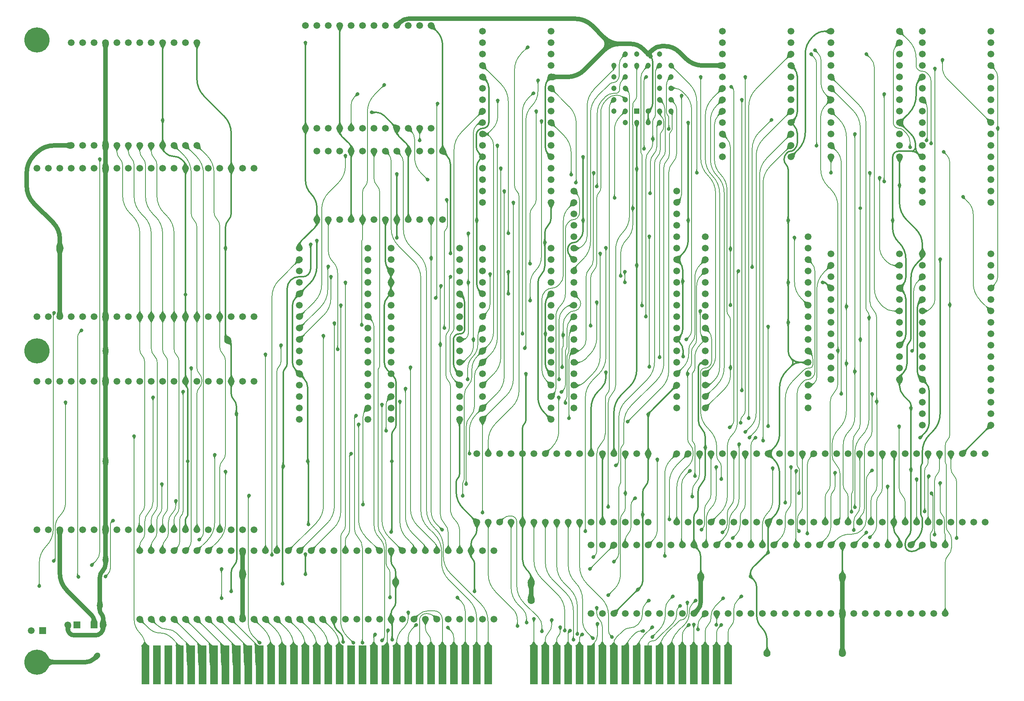
<source format=gbl>
%TF.GenerationSoftware,KiCad,Pcbnew,8.0.7*%
%TF.CreationDate,2025-01-26T10:08:30+02:00*%
%TF.ProjectId,SD Card Board,53442043-6172-4642-9042-6f6172642e6b,rev?*%
%TF.SameCoordinates,Original*%
%TF.FileFunction,Copper,L2,Bot*%
%TF.FilePolarity,Positive*%
%FSLAX46Y46*%
G04 Gerber Fmt 4.6, Leading zero omitted, Abs format (unit mm)*
G04 Created by KiCad (PCBNEW 8.0.7) date 2025-01-26 10:08:30*
%MOMM*%
%LPD*%
G01*
G04 APERTURE LIST*
%TA.AperFunction,ComponentPad*%
%ADD10C,1.500000*%
%TD*%
%TA.AperFunction,ComponentPad*%
%ADD11R,1.500000X1.500000*%
%TD*%
%TA.AperFunction,ComponentPad*%
%ADD12C,5.600000*%
%TD*%
%TA.AperFunction,ComponentPad*%
%ADD13C,1.200000*%
%TD*%
%TA.AperFunction,ComponentPad*%
%ADD14R,1.200000X1.200000*%
%TD*%
%TA.AperFunction,ConnectorPad*%
%ADD15R,1.780000X8.620000*%
%TD*%
%TA.AperFunction,ViaPad*%
%ADD16C,0.800000*%
%TD*%
%TA.AperFunction,ViaPad*%
%ADD17C,1.600000*%
%TD*%
%TA.AperFunction,ViaPad*%
%ADD18C,1.300000*%
%TD*%
%TA.AperFunction,Conductor*%
%ADD19C,0.380000*%
%TD*%
%TA.AperFunction,Conductor*%
%ADD20C,1.000000*%
%TD*%
%TA.AperFunction,Conductor*%
%ADD21C,0.200000*%
%TD*%
G04 APERTURE END LIST*
D10*
%TO.P,B16,64,A0*%
%TO.N,/A0*%
X-1270000Y24130000D03*
%TO.P,B16,63,A1*%
%TO.N,/A1*%
X1270000Y24130000D03*
%TO.P,B16,62,A2*%
%TO.N,/A2*%
X3810000Y24130000D03*
%TO.P,B16,61,A3*%
%TO.N,/A3*%
X6350000Y24130000D03*
%TO.P,B16,60,A4*%
%TO.N,/A4*%
X8890000Y24130000D03*
%TO.P,B16,59,A5*%
%TO.N,/A5*%
X11430000Y24130000D03*
%TO.P,B16,58,A6*%
%TO.N,/A6*%
X13970000Y24130000D03*
%TO.P,B16,57,A7*%
%TO.N,/A7*%
X16510000Y24130000D03*
%TO.P,B16,56,A8*%
%TO.N,/A8*%
X19050000Y24130000D03*
%TO.P,B16,55,GND*%
%TO.N,/GND*%
X21590000Y24130000D03*
%TO.P,B16,54,A9*%
%TO.N,/A9*%
X24130000Y24130000D03*
%TO.P,B16,53,A10*%
%TO.N,/A10*%
X26670000Y24130000D03*
%TO.P,B16,52,A11*%
%TO.N,/A11*%
X29210000Y24130000D03*
%TO.P,B16,51,A12*%
%TO.N,/A12*%
X31750000Y24130000D03*
%TO.P,B16,50,A13*%
%TO.N,/A13*%
X34290000Y24130000D03*
%TO.P,B16,49,A14*%
%TO.N,/A14*%
X36830000Y24130000D03*
%TO.P,B16,48,A15*%
%TO.N,unconnected-(B16-A15-Pad48)*%
X39370000Y24130000D03*
%TO.P,B16,47,A16*%
%TO.N,unconnected-(B16-A16-Pad47)*%
X41910000Y24130000D03*
%TO.P,B16,46,~{RD}*%
%TO.N,/~{RD}*%
X44450000Y24130000D03*
%TO.P,B16,45,~{WD}*%
%TO.N,/~{WD}*%
X46990000Y24130000D03*
%TO.P,B16,44,S*%
%TO.N,/PHI2*%
X49530000Y24130000D03*
%TO.P,B16,43,D7*%
%TO.N,/D0*%
X52070000Y24130000D03*
%TO.P,B16,42,GND*%
%TO.N,/GND*%
X54610000Y24130000D03*
%TO.P,B16,41,D6*%
%TO.N,/D1*%
X57150000Y24130000D03*
%TO.P,B16,40,D5*%
%TO.N,/D2*%
X59690000Y24130000D03*
%TO.P,B16,39,D4*%
%TO.N,/D3*%
X62230000Y24130000D03*
%TO.P,B16,38,D3*%
%TO.N,/D4*%
X64770000Y24130000D03*
%TO.P,B16,37,D2*%
%TO.N,/D5*%
X67310000Y24130000D03*
%TO.P,B16,36,D1*%
%TO.N,/D6*%
X69850000Y24130000D03*
%TO.P,B16,35,5V*%
%TO.N,/5V*%
X72390000Y24130000D03*
%TO.P,B16,34,D0*%
%TO.N,/D7*%
X74930000Y24130000D03*
%TO.P,B16,33,Deivce_~{CS}*%
%TO.N,/~{Device Select}*%
X77470000Y24130000D03*
%TO.P,B16,32,Deivce_~{CS}_{IN}*%
%TO.N,/~{Select}_{D}*%
X77470000Y8890000D03*
%TO.P,B16,31,D0_{IN/OUT}*%
%TO.N,/D7_{D}*%
X74930000Y8890000D03*
%TO.P,B16,30,D1_{IN/OUT}*%
%TO.N,/D6_{D}*%
X72390000Y8890000D03*
%TO.P,B16,29,D2_{IN/OUT}*%
%TO.N,/D5_{D}*%
X69850000Y8890000D03*
%TO.P,B16,28,D3_{IN/OUT}*%
%TO.N,/D4_{D}*%
X67310000Y8890000D03*
%TO.P,B16,27,D4_{IN/OUT}*%
%TO.N,/D3_{D}*%
X64770000Y8890000D03*
%TO.P,B16,26,D5_{IN/OUT}*%
%TO.N,/D2_{D}*%
X62230000Y8890000D03*
%TO.P,B16,25,D6_{IN/OUT}*%
%TO.N,/D1_{D}*%
X59690000Y8890000D03*
%TO.P,B16,24,D7_{IN/OUT}*%
%TO.N,/D0_{D}*%
X57150000Y8890000D03*
%TO.P,B16,23,GND*%
%TO.N,/GND*%
X54610000Y8890000D03*
%TO.P,B16,22,S_{IN}*%
%TO.N,/CLK_{D}*%
X52070000Y8890000D03*
%TO.P,B16,21,~{WD}_{IN}*%
%TO.N,/~{WD}_{D}*%
X49530000Y8890000D03*
%TO.P,B16,20,~{RD}_{IN}*%
%TO.N,/~{RD}_{D}*%
X46990000Y8890000D03*
%TO.P,B16,19,A16_{IN}*%
%TO.N,/GND*%
X44450000Y8890000D03*
%TO.P,B16,18,A15_{IN}*%
X41910000Y8890000D03*
%TO.P,B16,17,A14_{IN}*%
%TO.N,/A14_{D}*%
X39370000Y8890000D03*
%TO.P,B16,16,A13_{IN}*%
%TO.N,/A13_{D}*%
X36830000Y8890000D03*
%TO.P,B16,15,A12_{IN}*%
%TO.N,/A12_{D}*%
X34290000Y8890000D03*
%TO.P,B16,14,A11_{IN}*%
%TO.N,/A11_{D}*%
X31750000Y8890000D03*
%TO.P,B16,13,A10_{IN}*%
%TO.N,/A10_{D}*%
X29210000Y8890000D03*
%TO.P,B16,12,A9_{IN}*%
%TO.N,/A9_{D}*%
X26670000Y8890000D03*
%TO.P,B16,11,A8_{IN}*%
%TO.N,/A8_{D}*%
X24130000Y8890000D03*
%TO.P,B16,10,GND*%
%TO.N,/GND*%
X21590000Y8890000D03*
%TO.P,B16,9,A7_{IN}*%
%TO.N,/A7_{D}*%
X19050000Y8890000D03*
%TO.P,B16,8,A6_{IN}*%
%TO.N,/A6_{D}*%
X16510000Y8890000D03*
%TO.P,B16,7,A5_{IN}*%
%TO.N,/A5_{D}*%
X13970000Y8890000D03*
%TO.P,B16,6,A4_{IN}*%
%TO.N,/A4_{D}*%
X11430000Y8890000D03*
%TO.P,B16,5,A3_{IN}*%
%TO.N,/A3_{D}*%
X8890000Y8890000D03*
%TO.P,B16,4,A2_{IN}*%
%TO.N,/A2_{D}*%
X6350000Y8890000D03*
%TO.P,B16,3,5V*%
%TO.N,/5V*%
X3810000Y8890000D03*
%TO.P,B16,2,A1_{IN}*%
%TO.N,/A1_{D}*%
X1270000Y8890000D03*
%TO.P,B16,1,A0_{IN}*%
%TO.N,/A0_{D}*%
X-1270000Y8890000D03*
%TD*%
%TO.P,B17,24,N.C.*%
%TO.N,unconnected-(B17-N.C.-Pad24)*%
X35560000Y140970000D03*
%TO.P,B17,23,N.C.*%
%TO.N,unconnected-(B17-N.C.-Pad23)*%
X38100000Y140970000D03*
%TO.P,B17,22,N.C.*%
%TO.N,unconnected-(B17-N.C.-Pad22)*%
X40640000Y140970000D03*
%TO.P,B17,21,GND*%
%TO.N,/GND*%
X43180000Y140970000D03*
%TO.P,B17,20,N.C.*%
%TO.N,unconnected-(B17-N.C.-Pad20)*%
X45720000Y140970000D03*
%TO.P,B17,19,N.C.*%
%TO.N,unconnected-(B17-N.C.-Pad19)*%
X48260000Y140970000D03*
%TO.P,B17,18,N.C.*%
%TO.N,unconnected-(B17-N.C.-Pad18)*%
X50800000Y140970000D03*
%TO.P,B17,17,N.C.*%
%TO.N,unconnected-(B17-N.C.-Pad17)*%
X53340000Y140970000D03*
%TO.P,B17,16,GND*%
%TO.N,/GND*%
X55880000Y140970000D03*
%TO.P,B17,15,N.C.*%
%TO.N,unconnected-(B17-N.C.-Pad15)*%
X58420000Y140970000D03*
%TO.P,B17,14,N.C.*%
%TO.N,unconnected-(B17-N.C.-Pad14)*%
X60960000Y140970000D03*
%TO.P,B17,13,5V*%
%TO.N,/5V*%
X63500000Y140970000D03*
%TO.P,B17,12,CLK*%
%TO.N,/SD CLK*%
X63500000Y118110000D03*
%TO.P,B17,11,~{Card_Enable}*%
%TO.N,/~{SD Card Enable}0*%
X60960000Y118110000D03*
%TO.P,B17,10,CMD*%
%TO.N,/SD CMD*%
X58420000Y118110000D03*
%TO.P,B17,9,GND*%
%TO.N,/GND*%
X55880000Y118110000D03*
%TO.P,B17,8,DAT0*%
%TO.N,/DAT0*%
X53340000Y118110000D03*
%TO.P,B17,7,DAT1*%
%TO.N,/DAT1*%
X50800000Y118110000D03*
%TO.P,B17,6,DAT2*%
%TO.N,/DAT2*%
X48260000Y118110000D03*
%TO.P,B17,5,DAT3*%
%TO.N,/DAT3*%
X45720000Y118110000D03*
%TO.P,B17,4,GND*%
%TO.N,/GND*%
X43180000Y118110000D03*
%TO.P,B17,3,N.C.*%
%TO.N,unconnected-(B17-N.C.-Pad3)*%
X40640000Y118110000D03*
%TO.P,B17,2,N.C.*%
%TO.N,unconnected-(B17-N.C.-Pad2)*%
X38100000Y118110000D03*
%TO.P,B17,1,5V*%
%TO.N,/5V*%
X35560000Y118110000D03*
%TD*%
%TO.P,B4,24,3.3V*%
%TO.N,/3.3V*%
X38100000Y113030000D03*
%TO.P,B4,23,N.C.*%
%TO.N,unconnected-(B4-N.C.-Pad23)*%
X40640000Y113030000D03*
%TO.P,B4,22,N.C.*%
%TO.N,unconnected-(B4-N.C.-Pad22)*%
X43180000Y113030000D03*
%TO.P,B4,21,GND*%
%TO.N,/GND*%
X45720000Y113030000D03*
%TO.P,B4,20,N.C.*%
%TO.N,unconnected-(B4-N.C.-Pad20)*%
X48260000Y113030000D03*
%TO.P,B4,19,H2_{OUT}*%
%TO.N,/H2_{D}*%
X50800000Y113030000D03*
%TO.P,B4,18,H1_{OUT}*%
%TO.N,/H1_{D}*%
X53340000Y113030000D03*
%TO.P,B4,17,H0_{OUT}*%
%TO.N,/H0_{D}*%
X55880000Y113030000D03*
%TO.P,B4,16,GND*%
%TO.N,/GND*%
X58420000Y113030000D03*
%TO.P,B4,15,N.C.*%
%TO.N,unconnected-(B4-N.C.-Pad15)*%
X60960000Y113030000D03*
%TO.P,B4,14,N.C.*%
%TO.N,unconnected-(B4-N.C.-Pad14)*%
X63500000Y113030000D03*
%TO.P,B4,13,5V*%
%TO.N,/5V*%
X66040000Y113030000D03*
%TO.P,B4,12,~{WD}*%
%TO.N,/~{WD}*%
X66040000Y97790000D03*
%TO.P,B4,11,~{Device_Select}*%
%TO.N,/~{Device Select}*%
X63500000Y97790000D03*
%TO.P,B4,10,~{RD}*%
%TO.N,/~{RD}*%
X60960000Y97790000D03*
%TO.P,B4,9,GND*%
%TO.N,/GND*%
X58420000Y97790000D03*
%TO.P,B4,8,H0_{REG}*%
%TO.N,/3.3V*%
X55880000Y97790000D03*
%TO.P,B4,7,H1_{REG}*%
%TO.N,/GND*%
X53340000Y97790000D03*
%TO.P,B4,6,H2_{REG}*%
X50800000Y97790000D03*
%TO.P,B4,5,~{Device_ROM}*%
%TO.N,/~{Device ROM}*%
X48260000Y97790000D03*
%TO.P,B4,4,GND*%
%TO.N,/GND*%
X45720000Y97790000D03*
%TO.P,B4,3,~{Device_Registers}*%
%TO.N,/~{Device Registers}*%
X43180000Y97790000D03*
%TO.P,B4,2,~{Device_RAM}*%
%TO.N,/~{Device RAM}*%
X40640000Y97790000D03*
%TO.P,B4,1,5V*%
%TO.N,/5V*%
X38100000Y97790000D03*
%TD*%
%TO.P,B5,40,Write_Count_CRC_Byte_Low*%
%TO.N,/Write Count CRC Byte Low*%
X118110000Y104140000D03*
%TO.P,B5,39,Write_Count_CRC_Byte_High*%
%TO.N,/Write Count CRC Byte High*%
X118110000Y101600000D03*
%TO.P,B5,38,Q11*%
%TO.N,unconnected-(B5-Q11-Pad38)*%
X118110000Y99060000D03*
%TO.P,B5,37,Q10*%
%TO.N,unconnected-(B5-Q10-Pad37)*%
X118110000Y96520000D03*
%TO.P,B5,36,N.C.*%
%TO.N,unconnected-(B5-N.C.-Pad36)*%
X118110000Y93980000D03*
%TO.P,B5,35,N.C.*%
%TO.N,unconnected-(B5-N.C.-Pad35)*%
X118110000Y91440000D03*
%TO.P,B5,34,GND*%
%TO.N,/GND*%
X118110000Y88900000D03*
%TO.P,B5,33,Q7*%
%TO.N,unconnected-(B5-Q7-Pad33)*%
X118110000Y86360000D03*
%TO.P,B5,32,Q6*%
%TO.N,unconnected-(B5-Q6-Pad32)*%
X118110000Y83820000D03*
%TO.P,B5,31,Q5*%
%TO.N,unconnected-(B5-Q5-Pad31)*%
X118110000Y81280000D03*
%TO.P,B5,30,Q4*%
%TO.N,unconnected-(B5-Q4-Pad30)*%
X118110000Y78740000D03*
%TO.P,B5,29,Q3*%
%TO.N,unconnected-(B5-Q3-Pad29)*%
X118110000Y76200000D03*
%TO.P,B5,28,Q2*%
%TO.N,unconnected-(B5-Q2-Pad28)*%
X118110000Y73660000D03*
%TO.P,B5,27,GND*%
%TO.N,/GND*%
X118110000Y71120000D03*
%TO.P,B5,26,Q1*%
%TO.N,unconnected-(B5-Q1-Pad26)*%
X118110000Y68580000D03*
%TO.P,B5,25,Q0*%
%TO.N,unconnected-(B5-Q0-Pad25)*%
X118110000Y66040000D03*
%TO.P,B5,24,~{TCD}_{8..11}*%
%TO.N,/~{TCD}_{8..11}*%
X118110000Y63500000D03*
%TO.P,B5,23,5V*%
%TO.N,/5V*%
X118110000Y60960000D03*
%TO.P,B5,22,~{TCD}_{4..7}*%
%TO.N,unconnected-(B5-~{TCD}_{4..7}-Pad22)*%
X118110000Y58420000D03*
%TO.P,B5,21,~{TCD}_{0..3}*%
%TO.N,unconnected-(B5-~{TCD}_{0..3}-Pad21)*%
X118110000Y55880000D03*
%TO.P,B5,20,Q8*%
%TO.N,unconnected-(B5-Q8-Pad20)*%
X95250000Y55880000D03*
%TO.P,B5,19,Q9*%
%TO.N,unconnected-(B5-Q9-Pad19)*%
X95250000Y58420000D03*
%TO.P,B5,18,Second_Half_CLK*%
%TO.N,/Second Half CLK*%
X95250000Y60960000D03*
%TO.P,B5,17,~{Reset}*%
%TO.N,/~{Reset}*%
X95250000Y63500000D03*
%TO.P,B5,16,~{Load_Down_Count}*%
%TO.N,/~{Load Down Count}*%
X95250000Y66040000D03*
%TO.P,B5,15,D0*%
%TO.N,/D0*%
X95250000Y68580000D03*
%TO.P,B5,14,GND*%
%TO.N,/GND*%
X95250000Y71120000D03*
%TO.P,B5,13,D1*%
%TO.N,/D1*%
X95250000Y73660000D03*
%TO.P,B5,12,D2*%
%TO.N,/D2*%
X95250000Y76200000D03*
%TO.P,B5,11,D3*%
%TO.N,/D3*%
X95250000Y78740000D03*
%TO.P,B5,10,D4*%
%TO.N,/D4*%
X95250000Y81280000D03*
%TO.P,B5,9,D5*%
%TO.N,/D5*%
X95250000Y83820000D03*
%TO.P,B5,8,D6*%
%TO.N,/D6*%
X95250000Y86360000D03*
%TO.P,B5,7,GND*%
%TO.N,/GND*%
X95250000Y88900000D03*
%TO.P,B5,6,D7*%
%TO.N,/D7*%
X95250000Y91440000D03*
%TO.P,B5,5,~{Read_Transmit_Started}*%
%TO.N,/~{Read Transmit Started}*%
X95250000Y93980000D03*
%TO.P,B5,4,~{Read_CRC_Started}*%
%TO.N,/~{Read CRC Started}*%
X95250000Y96520000D03*
%TO.P,B5,3,5V*%
%TO.N,/5V*%
X95250000Y99060000D03*
%TO.P,B5,2,Write_Count_Data_Byte_Low*%
%TO.N,/Write Count Data Byte Low*%
X95250000Y101600000D03*
%TO.P,B5,1,Write_Count_Data_Byte_High*%
%TO.N,/Write Count Data Byte High*%
X95250000Y104140000D03*
%TD*%
%TO.P,B1,32,N.C.*%
%TO.N,unconnected-(B1-N.C.-Pad32)*%
X187960000Y90170000D03*
%TO.P,B1,31,Read*%
%TO.N,/3.3V*%
X187960000Y87630000D03*
%TO.P,B1,30,N.C.*%
%TO.N,unconnected-(B1-N.C.-Pad30)*%
X187960000Y85090000D03*
%TO.P,B1,29,GPIO0*%
%TO.N,/SD CLK*%
X187960000Y82550000D03*
%TO.P,B1,28,GND*%
%TO.N,/GND*%
X187960000Y80010000D03*
%TO.P,B1,27,GPIO1*%
%TO.N,/SD CMD*%
X187960000Y77470000D03*
%TO.P,B1,26,N.C.*%
%TO.N,unconnected-(B1-N.C.-Pad26)*%
X187960000Y74930000D03*
%TO.P,B1,25,N.C.*%
%TO.N,unconnected-(B1-N.C.-Pad25)*%
X187960000Y72390000D03*
%TO.P,B1,24,N.C.*%
%TO.N,unconnected-(B1-N.C.-Pad24)*%
X187960000Y69850000D03*
%TO.P,B1,23,N.C.*%
%TO.N,unconnected-(B1-N.C.-Pad23)*%
X187960000Y67310000D03*
%TO.P,B1,22,GPIO2*%
%TO.N,/DAT0*%
X187960000Y64770000D03*
%TO.P,B1,21,GND*%
%TO.N,/GND*%
X187960000Y62230000D03*
%TO.P,B1,20,GPIO3*%
%TO.N,/DAT3*%
X187960000Y59690000D03*
%TO.P,B1,19,N.C.*%
%TO.N,unconnected-(B1-N.C.-Pad19)*%
X187960000Y57150000D03*
%TO.P,B1,18,N.C.*%
%TO.N,unconnected-(B1-N.C.-Pad18)*%
X187960000Y54610000D03*
%TO.P,B1,17,5V*%
%TO.N,/5V*%
X187960000Y52070000D03*
%TO.P,B1,16,N.C.*%
%TO.N,unconnected-(B1-N.C.-Pad16)*%
X172720000Y52070000D03*
%TO.P,B1,15,N.C.*%
%TO.N,unconnected-(B1-N.C.-Pad15)*%
X172720000Y54610000D03*
%TO.P,B1,14,D0*%
%TO.N,/D0*%
X172720000Y57150000D03*
%TO.P,B1,13,D1*%
%TO.N,/D1*%
X172720000Y59690000D03*
%TO.P,B1,12,GND*%
%TO.N,/GND*%
X172720000Y62230000D03*
%TO.P,B1,11,D2*%
%TO.N,/D2*%
X172720000Y64770000D03*
%TO.P,B1,10,D3*%
%TO.N,/D3*%
X172720000Y67310000D03*
%TO.P,B1,9,D4*%
%TO.N,/D4*%
X172720000Y69850000D03*
%TO.P,B1,8,D5*%
%TO.N,/D5*%
X172720000Y72390000D03*
%TO.P,B1,7,D6*%
%TO.N,/D6*%
X172720000Y74930000D03*
%TO.P,B1,6,D7*%
%TO.N,/D7*%
X172720000Y77470000D03*
%TO.P,B1,5,GND*%
%TO.N,/GND*%
X172720000Y80010000D03*
%TO.P,B1,4,Enable*%
%TO.N,/Enable*%
X172720000Y82550000D03*
%TO.P,B1,3,Write_GD__{0..3}*%
%TO.N,/Write GPIO Direct*%
X172720000Y85090000D03*
%TO.P,B1,2,Read_GD__{0..3}*%
%TO.N,/Read GPIO Direct*%
X172720000Y87630000D03*
%TO.P,B1,1,5V*%
%TO.N,/5V*%
X172720000Y90170000D03*
%TD*%
%TO.P,C4,2*%
%TO.N,/GND*%
X-17240000Y7620000D03*
D11*
%TO.P,C4,1*%
%TO.N,/12V*%
X-15240000Y7620000D03*
%TD*%
D12*
%TO.P,H10,1,GND*%
%TO.N,/GND*%
X-24130000Y-635000D03*
%TD*%
D10*
%TO.P,B20,40,N.C.*%
%TO.N,unconnected-(B20-N.C.-Pad40)*%
X-24130000Y109220000D03*
%TO.P,B20,39,N.C.*%
%TO.N,unconnected-(B20-N.C.-Pad39)*%
X-21590000Y109220000D03*
%TO.P,B20,38,N.C.*%
%TO.N,unconnected-(B20-N.C.-Pad38)*%
X-19050000Y109220000D03*
%TO.P,B20,37,N.C.*%
%TO.N,unconnected-(B20-N.C.-Pad37)*%
X-16510000Y109220000D03*
%TO.P,B20,36,N.C.*%
%TO.N,unconnected-(B20-N.C.-Pad36)*%
X-13970000Y109220000D03*
%TO.P,B20,35,N.C.*%
%TO.N,unconnected-(B20-N.C.-Pad35)*%
X-11430000Y109220000D03*
%TO.P,B20,34,GND*%
%TO.N,/GND*%
X-8890000Y109220000D03*
%TO.P,B20,33,N.C.*%
%TO.N,unconnected-(B20-N.C.-Pad33)*%
X-6350000Y109220000D03*
%TO.P,B20,32,N.C.*%
%TO.N,unconnected-(B20-N.C.-Pad32)*%
X-3810000Y109220000D03*
%TO.P,B20,31,N.C.*%
%TO.N,unconnected-(B20-N.C.-Pad31)*%
X-1270000Y109220000D03*
%TO.P,B20,30,N.C.*%
%TO.N,unconnected-(B20-N.C.-Pad30)*%
X1270000Y109220000D03*
%TO.P,B20,29,N.C.*%
%TO.N,unconnected-(B20-N.C.-Pad29)*%
X3810000Y109220000D03*
%TO.P,B20,28,N.C.*%
%TO.N,unconnected-(B20-N.C.-Pad28)*%
X6350000Y109220000D03*
%TO.P,B20,27,GND*%
%TO.N,/GND*%
X8890000Y109220000D03*
%TO.P,B20,26,N.C.*%
%TO.N,unconnected-(B20-N.C.-Pad26)*%
X11430000Y109220000D03*
%TO.P,B20,25,N.C.*%
%TO.N,unconnected-(B20-N.C.-Pad25)*%
X13970000Y109220000D03*
%TO.P,B20,24,N.C.*%
%TO.N,unconnected-(B20-N.C.-Pad24)*%
X16510000Y109220000D03*
%TO.P,B20,23,5V*%
%TO.N,/5V*%
X19050000Y109220000D03*
%TO.P,B20,22,N.C.*%
%TO.N,unconnected-(B20-N.C.-Pad22)*%
X21590000Y109220000D03*
%TO.P,B20,21,N.C.*%
%TO.N,unconnected-(B20-N.C.-Pad21)*%
X24130000Y109220000D03*
%TO.P,B20,20,N.C.*%
%TO.N,unconnected-(B20-N.C.-Pad20)*%
X24130000Y76200000D03*
%TO.P,B20,19,N.C.*%
%TO.N,unconnected-(B20-N.C.-Pad19)*%
X21590000Y76200000D03*
%TO.P,B20,18,N.C.*%
%TO.N,unconnected-(B20-N.C.-Pad18)*%
X19050000Y76200000D03*
%TO.P,B20,17,CLK*%
%TO.N,/SD CLK*%
X16510000Y76200000D03*
%TO.P,B20,16,~{Card_Enable}*%
%TO.N,/~{SD Card Enable}2*%
X13970000Y76200000D03*
%TO.P,B20,15,CMD*%
%TO.N,/SD CMD*%
X11430000Y76200000D03*
%TO.P,B20,14,GND*%
%TO.N,/GND*%
X8890000Y76200000D03*
%TO.P,B20,13,DAT0*%
%TO.N,/DAT0*%
X6350000Y76200000D03*
%TO.P,B20,12,DAT1*%
%TO.N,/DAT1*%
X3810000Y76200000D03*
%TO.P,B20,11,DAT2*%
%TO.N,/DAT2*%
X1270000Y76200000D03*
%TO.P,B20,10,DAT3*%
%TO.N,/DAT3*%
X-1270000Y76200000D03*
%TO.P,B20,9,N.C.*%
%TO.N,unconnected-(B20-N.C.-Pad9)*%
X-3810000Y76200000D03*
%TO.P,B20,8,N.C.*%
%TO.N,unconnected-(B20-N.C.-Pad8)*%
X-6350000Y76200000D03*
%TO.P,B20,7,GND*%
%TO.N,/GND*%
X-8890000Y76200000D03*
%TO.P,B20,6,N.C.*%
%TO.N,unconnected-(B20-N.C.-Pad6)*%
X-11430000Y76200000D03*
%TO.P,B20,5,N.C.*%
%TO.N,unconnected-(B20-N.C.-Pad5)*%
X-13970000Y76200000D03*
%TO.P,B20,4,N.C.*%
%TO.N,unconnected-(B20-N.C.-Pad4)*%
X-16510000Y76200000D03*
%TO.P,B20,3,5V*%
%TO.N,/5V*%
X-19050000Y76200000D03*
%TO.P,B20,2,N.C.*%
%TO.N,unconnected-(B20-N.C.-Pad2)*%
X-21590000Y76200000D03*
%TO.P,B20,1,N.C.*%
%TO.N,unconnected-(B20-N.C.-Pad1)*%
X-24130000Y76200000D03*
%TD*%
%TO.P,LED1,2,A*%
%TO.N,/GND*%
X-25400000Y6350000D03*
D11*
%TO.P,LED1,1,K*%
%TO.N,Net-(LED1-K)*%
X-22860000Y6350000D03*
%TD*%
D10*
%TO.P,B7,32,Y0_{R}*%
%TO.N,unconnected-(B7-Y0_{R}-Pad32)*%
X90170000Y139700000D03*
%TO.P,B7,31,Y1_{R}*%
%TO.N,unconnected-(B7-Y1_{R}-Pad31)*%
X90170000Y137160000D03*
%TO.P,B7,30,Y2_{R}*%
%TO.N,unconnected-(B7-Y2_{R}-Pad30)*%
X90170000Y134620000D03*
%TO.P,B7,29,Y3_{R}*%
%TO.N,unconnected-(B7-Y3_{R}-Pad29)*%
X90170000Y132080000D03*
%TO.P,B7,28,GND*%
%TO.N,/GND*%
X90170000Y129540000D03*
%TO.P,B7,27,Y0_{W}*%
%TO.N,/Write Count CRC Byte Low*%
X90170000Y127000000D03*
%TO.P,B7,26,Y1_{W}*%
%TO.N,/Write Count CRC Byte High*%
X90170000Y124460000D03*
%TO.P,B7,25,Y2_{W}*%
%TO.N,/Write Clear Interrupt*%
X90170000Y121920000D03*
%TO.P,B7,24,Y3_{W}*%
%TO.N,/Write Read Start*%
X90170000Y119380000D03*
%TO.P,B7,23,Y4_{W}*%
%TO.N,/Write Flags*%
X90170000Y116840000D03*
%TO.P,B7,22,Y5_{W}*%
%TO.N,unconnected-(B7-Y5_{W}-Pad22)*%
X90170000Y114300000D03*
%TO.P,B7,21,GND*%
%TO.N,/GND*%
X90170000Y111760000D03*
%TO.P,B7,20,Y6_{W}*%
%TO.N,/Write Data Low*%
X90170000Y109220000D03*
%TO.P,B7,19,Y7_{W}*%
%TO.N,/Write Data High*%
X90170000Y106680000D03*
%TO.P,B7,18,N.C.*%
%TO.N,unconnected-(B7-N.C.-Pad18)*%
X90170000Y104140000D03*
%TO.P,B7,17,5V*%
%TO.N,/5V*%
X90170000Y101600000D03*
%TO.P,B7,16,~{WD}*%
%TO.N,/~{WD}*%
X74930000Y101600000D03*
%TO.P,B7,15,~{RD}*%
%TO.N,/~{RD}*%
X74930000Y104140000D03*
%TO.P,B7,14,N.C.*%
%TO.N,unconnected-(B7-N.C.-Pad14)*%
X74930000Y106680000D03*
%TO.P,B7,13,A0*%
%TO.N,/A0*%
X74930000Y109220000D03*
%TO.P,B7,12,GND*%
%TO.N,/GND*%
X74930000Y111760000D03*
%TO.P,B7,11,A1*%
%TO.N,/A1*%
X74930000Y114300000D03*
%TO.P,B7,10,A2*%
%TO.N,/A2*%
X74930000Y116840000D03*
%TO.P,B7,9,E3*%
%TO.N,/~{A4}*%
X74930000Y119380000D03*
%TO.P,B7,8,~{E2}*%
%TO.N,/~{A3}*%
X74930000Y121920000D03*
%TO.P,B7,7,Y4_{R}*%
%TO.N,/Read Flags*%
X74930000Y124460000D03*
%TO.P,B7,6,Y5_{R}*%
%TO.N,unconnected-(B7-Y5_{R}-Pad6)*%
X74930000Y127000000D03*
%TO.P,B7,5,GND*%
%TO.N,/GND*%
X74930000Y129540000D03*
%TO.P,B7,4,~{Device_Registers}*%
%TO.N,/~{Device Registers}*%
X74930000Y132080000D03*
%TO.P,B7,3,Y6_{R}*%
%TO.N,unconnected-(B7-Y6_{R}-Pad3)*%
X74930000Y134620000D03*
%TO.P,B7,2,Y7_{R}*%
%TO.N,unconnected-(B7-Y7_{R}-Pad2)*%
X74930000Y137160000D03*
%TO.P,B7,1,5V*%
%TO.N,/5V*%
X74930000Y139700000D03*
%TD*%
%TO.P,B9,32,N.C.*%
%TO.N,unconnected-(B9-N.C.-Pad32)*%
X49462000Y91440000D03*
%TO.P,B9,31,N.C.*%
%TO.N,unconnected-(B9-N.C.-Pad31)*%
X49462000Y88900000D03*
%TO.P,B9,30,INT*%
%TO.N,unconnected-(B9-INT-Pad30)*%
X49462000Y86360000D03*
%TO.P,B9,29,~{INT}*%
%TO.N,/~{Interrupt}_{D}*%
X49462000Y83820000D03*
%TO.P,B9,28,GND*%
%TO.N,/GND*%
X49462000Y81280000D03*
%TO.P,B9,27,Enable*%
%TO.N,/Enable*%
X49462000Y78740000D03*
%TO.P,B9,26,~{Enable}*%
%TO.N,/~{Enable}_{D}*%
X49462000Y76200000D03*
%TO.P,B9,25,N.C.*%
%TO.N,unconnected-(B9-N.C.-Pad25)*%
X49462000Y73660000D03*
%TO.P,B9,24,F5*%
%TO.N,unconnected-(B9-F5-Pad24)*%
X49462000Y71120000D03*
%TO.P,B9,23,F4*%
%TO.N,unconnected-(B9-F4-Pad23)*%
X49462000Y68580000D03*
%TO.P,B9,22,F3*%
%TO.N,unconnected-(B9-F3-Pad22)*%
X49462000Y66040000D03*
%TO.P,B9,21,GND*%
%TO.N,/GND*%
X49462000Y63500000D03*
%TO.P,B9,20,F2*%
%TO.N,unconnected-(B9-F2-Pad20)*%
X49462000Y60960000D03*
%TO.P,B9,19,F1*%
%TO.N,/Card ID1*%
X49462000Y58420000D03*
%TO.P,B9,18,F0*%
%TO.N,/Card ID0*%
X49462000Y55880000D03*
%TO.P,B9,17,5V*%
%TO.N,/5V*%
X49462000Y53340000D03*
%TO.P,B9,16,D0*%
%TO.N,/D0*%
X34222000Y53340000D03*
%TO.P,B9,15,D1*%
%TO.N,/D1*%
X34222000Y55880000D03*
%TO.P,B9,14,D2*%
%TO.N,/D2*%
X34222000Y58420000D03*
%TO.P,B9,13,D3*%
%TO.N,/D3*%
X34222000Y60960000D03*
%TO.P,B9,12,GND*%
%TO.N,/GND*%
X34222000Y63500000D03*
%TO.P,B9,11,D4*%
%TO.N,/D4*%
X34222000Y66040000D03*
%TO.P,B9,10,D5*%
%TO.N,/D5*%
X34222000Y68580000D03*
%TO.P,B9,9,D6*%
%TO.N,/D6*%
X34222000Y71120000D03*
%TO.P,B9,8,D7*%
%TO.N,/D7*%
X34222000Y73660000D03*
%TO.P,B9,7,Write_Flags*%
%TO.N,/Write Flags*%
X34222000Y76200000D03*
%TO.P,B9,6,Read_Flags*%
%TO.N,/Read Flags*%
X34222000Y78740000D03*
%TO.P,B9,5,GND*%
%TO.N,/GND*%
X34222000Y81280000D03*
%TO.P,B9,4,~{Set_Interrupt_on_CLK}*%
%TO.N,/~{Stop Read Funk}*%
X34222000Y83820000D03*
%TO.P,B9,3,Write_Clear_Interrupt*%
%TO.N,/Write Clear Interrupt*%
X34222000Y86360000D03*
%TO.P,B9,2,Interrupt_CLK*%
%TO.N,/PHI2*%
X34222000Y88900000D03*
%TO.P,B9,1,5V*%
%TO.N,/5V*%
X34222000Y91440000D03*
%TD*%
%TO.P,C3,2*%
%TO.N,/GND*%
X-9430000Y7620000D03*
D11*
%TO.P,C3,1*%
%TO.N,/5V*%
X-11430000Y7620000D03*
%TD*%
D10*
%TO.P,B3,64,CLK*%
%TO.N,/Fast CLK*%
X177800000Y10160000D03*
%TO.P,B3,63,~{CLK}*%
%TO.N,unconnected-(B3-~{CLK}-Pad63)*%
X175260000Y10160000D03*
%TO.P,B3,62,N.C.*%
%TO.N,unconnected-(B3-N.C.-Pad62)*%
X172720000Y10160000D03*
%TO.P,B3,61,M~{RD}*%
%TO.N,/~{WD}_{M}*%
X170180000Y10160000D03*
%TO.P,B3,60,M~{WD}*%
%TO.N,/~{RD}_{M}*%
X167640000Y10160000D03*
%TO.P,B3,59,MA23*%
%TO.N,/A0_{M}*%
X165100000Y10160000D03*
%TO.P,B3,58,MA22*%
%TO.N,/A1_{M}*%
X162560000Y10160000D03*
%TO.P,B3,57,MA21*%
%TO.N,/A2_{M}*%
X160020000Y10160000D03*
%TO.P,B3,56,MA20*%
%TO.N,/A3_{M}*%
X157480000Y10160000D03*
%TO.P,B3,55,GND*%
%TO.N,/GND*%
X154940000Y10160000D03*
%TO.P,B3,54,MA19*%
%TO.N,/A4_{M}*%
X152400000Y10160000D03*
%TO.P,B3,53,MA18*%
%TO.N,/A5_{M}*%
X149860000Y10160000D03*
%TO.P,B3,52,MA17*%
%TO.N,/A6_{M}*%
X147320000Y10160000D03*
%TO.P,B3,51,MA16*%
%TO.N,/A7_{M}*%
X144780000Y10160000D03*
%TO.P,B3,50,MA15*%
%TO.N,/A8_{M}*%
X142240000Y10160000D03*
%TO.P,B3,49,MA14*%
%TO.N,/A9_{M}*%
X139700000Y10160000D03*
%TO.P,B3,48,MA13*%
%TO.N,/A10_{M}*%
X137160000Y10160000D03*
%TO.P,B3,47,MA12*%
%TO.N,/A11_{M}*%
X134620000Y10160000D03*
%TO.P,B3,46,MA11*%
%TO.N,/A12_{M}*%
X132080000Y10160000D03*
%TO.P,B3,45,MA10*%
%TO.N,/A13_{M}*%
X129540000Y10160000D03*
%TO.P,B3,44,MA9*%
%TO.N,/A14_{M}*%
X127000000Y10160000D03*
%TO.P,B3,43,MA8*%
%TO.N,/A15_{M}*%
X124460000Y10160000D03*
%TO.P,B3,42,GND*%
%TO.N,/GND*%
X121920000Y10160000D03*
%TO.P,B3,41,MA7*%
%TO.N,/A16_{M}*%
X119380000Y10160000D03*
%TO.P,B3,40,MA6*%
%TO.N,/A17_{M}*%
X116840000Y10160000D03*
%TO.P,B3,39,MA5*%
%TO.N,/A18_{M}*%
X114300000Y10160000D03*
%TO.P,B3,38,MA4*%
%TO.N,/A19_{M}*%
X111760000Y10160000D03*
%TO.P,B3,37,MA3*%
%TO.N,/A20_{M}*%
X109220000Y10160000D03*
%TO.P,B3,36,MA2*%
%TO.N,/A21_{M}*%
X106680000Y10160000D03*
%TO.P,B3,35,5V*%
%TO.N,/5V*%
X104140000Y10160000D03*
%TO.P,B3,34,MA1*%
%TO.N,/A22_{M}*%
X101600000Y10160000D03*
%TO.P,B3,33,MA0*%
%TO.N,/A23_{M}*%
X99060000Y10160000D03*
%TO.P,B3,32,A0*%
%TO.N,/MA23*%
X99060000Y25400000D03*
%TO.P,B3,31,A1*%
%TO.N,/MA22*%
X101600000Y25400000D03*
%TO.P,B3,30,MCLK*%
%TO.N,/CLK_{M}*%
X104140000Y25400000D03*
%TO.P,B3,29,A2*%
%TO.N,/MA21*%
X106680000Y25400000D03*
%TO.P,B3,28,A3*%
%TO.N,/MA20*%
X109220000Y25400000D03*
%TO.P,B3,27,A4*%
%TO.N,/MA19*%
X111760000Y25400000D03*
%TO.P,B3,26,A5*%
%TO.N,/MA18*%
X114300000Y25400000D03*
%TO.P,B3,25,A6*%
%TO.N,/MA17*%
X116840000Y25400000D03*
%TO.P,B3,24,A7*%
%TO.N,/MA16*%
X119380000Y25400000D03*
%TO.P,B3,23,GND*%
%TO.N,/GND*%
X121920000Y25400000D03*
%TO.P,B3,22,A8*%
%TO.N,/MA15*%
X124460000Y25400000D03*
%TO.P,B3,21,A9*%
%TO.N,/MA14*%
X127000000Y25400000D03*
%TO.P,B3,20,A10*%
%TO.N,/MA13*%
X129540000Y25400000D03*
%TO.P,B3,19,A11*%
%TO.N,/MA12*%
X132080000Y25400000D03*
%TO.P,B3,18,A12*%
%TO.N,/MA11*%
X134620000Y25400000D03*
%TO.P,B3,17,A13*%
%TO.N,/MA10*%
X137160000Y25400000D03*
%TO.P,B3,16,A14*%
%TO.N,/MA9*%
X139700000Y25400000D03*
%TO.P,B3,15,A15*%
%TO.N,/MA8*%
X142240000Y25400000D03*
%TO.P,B3,14,A16*%
%TO.N,/MA7*%
X144780000Y25400000D03*
%TO.P,B3,13,A17*%
%TO.N,/MA6*%
X147320000Y25400000D03*
%TO.P,B3,12,A18*%
%TO.N,/MA5*%
X149860000Y25400000D03*
%TO.P,B3,11,A19*%
%TO.N,/MA4*%
X152400000Y25400000D03*
%TO.P,B3,10,GND*%
%TO.N,/GND*%
X154940000Y25400000D03*
%TO.P,B3,9,A20*%
%TO.N,/MA3*%
X157480000Y25400000D03*
%TO.P,B3,8,A21*%
%TO.N,/MA2*%
X160020000Y25400000D03*
%TO.P,B3,7,A22*%
%TO.N,/MA1*%
X162560000Y25400000D03*
%TO.P,B3,6,A23*%
%TO.N,/MA0*%
X165100000Y25400000D03*
%TO.P,B3,5,~{WD}*%
%TO.N,/GND*%
X167640000Y25400000D03*
%TO.P,B3,4,~{RD}*%
%TO.N,/3.3V*%
X170180000Y25400000D03*
%TO.P,B3,3,5V*%
%TO.N,/5V*%
X172720000Y25400000D03*
%TO.P,B3,2,~{Main}*%
%TO.N,/~{Main}*%
X175260000Y25400000D03*
%TO.P,B3,1,~{Main_Access_Slot}*%
%TO.N,/~{Main Access}*%
X177800000Y25400000D03*
%TD*%
%TO.P,B2,24,3.3V*%
%TO.N,unconnected-(B2-3.3V-Pad24)*%
X167640000Y90170000D03*
%TO.P,B2,23,Write_Clock_Speed_Select*%
%TO.N,/Write Read Start*%
X167640000Y87630000D03*
%TO.P,B2,22,SD_CLK*%
%TO.N,/SD CLK*%
X167640000Y85090000D03*
%TO.P,B2,21,GND*%
%TO.N,/GND*%
X167640000Y82550000D03*
%TO.P,B2,20,~{Second_Half_CLK}_{Dragged1}*%
%TO.N,/~{Second Half CLK}_{Dragged1}*%
X167640000Y80010000D03*
%TO.P,B2,19,First_Half_CLK*%
%TO.N,/First Half CLK*%
X167640000Y77470000D03*
%TO.P,B2,18,Second_Half_CLK*%
%TO.N,/Second Half CLK*%
X167640000Y74930000D03*
%TO.P,B2,17,~{Second_Half_CLK}_{Dragged2}*%
%TO.N,/~{Second Half CLK}_{Dragged2}*%
X167640000Y72390000D03*
%TO.P,B2,16,GND*%
%TO.N,/GND*%
X167640000Y69850000D03*
%TO.P,B2,15,N.C.*%
%TO.N,unconnected-(B2-N.C.-Pad15)*%
X167640000Y67310000D03*
%TO.P,B2,14,~{Write_Clock_Speed_Select}*%
%TO.N,/~{Write Read Start}*%
X167640000Y64770000D03*
%TO.P,B2,13,5V*%
%TO.N,/5V*%
X167640000Y62230000D03*
%TO.P,B2,12,~{Reset}*%
%TO.N,/~{Reset}*%
X152400000Y62230000D03*
%TO.P,B2,11,N.C.*%
%TO.N,unconnected-(B2-N.C.-Pad11)*%
X152400000Y64770000D03*
%TO.P,B2,10,N.C.*%
%TO.N,unconnected-(B2-N.C.-Pad10)*%
X152400000Y67310000D03*
%TO.P,B2,9,GND*%
%TO.N,/GND*%
X152400000Y69850000D03*
%TO.P,B2,8,N.C.*%
%TO.N,unconnected-(B2-N.C.-Pad8)*%
X152400000Y72390000D03*
%TO.P,B2,7,N.C.*%
%TO.N,unconnected-(B2-N.C.-Pad7)*%
X152400000Y74930000D03*
%TO.P,B2,6,N.C.*%
%TO.N,unconnected-(B2-N.C.-Pad6)*%
X152400000Y77470000D03*
%TO.P,B2,5,CLK_{M}*%
%TO.N,/Fast CLK*%
X152400000Y80010000D03*
%TO.P,B2,4,GND*%
%TO.N,/GND*%
X152400000Y82550000D03*
%TO.P,B2,3,N.C.*%
%TO.N,unconnected-(B2-N.C.-Pad3)*%
X152400000Y85090000D03*
%TO.P,B2,2,~{Stop_Funk}*%
%TO.N,/~{Stop Read Funk}*%
X152400000Y87630000D03*
%TO.P,B2,1,5V*%
%TO.N,/5V*%
X152400000Y90170000D03*
%TD*%
%TO.P,B10,24,N.C.*%
%TO.N,unconnected-(B10-N.C.-Pad24)*%
X143510000Y139700000D03*
%TO.P,B10,23,MD7*%
%TO.N,/MD7*%
X143510000Y137160000D03*
%TO.P,B10,22,MD6*%
%TO.N,/MD6*%
X143510000Y134620000D03*
%TO.P,B10,21,GND*%
%TO.N,/GND*%
X143510000Y132080000D03*
%TO.P,B10,20,MD5*%
%TO.N,/MD5*%
X143510000Y129540000D03*
%TO.P,B10,19,MD4*%
%TO.N,/MD4*%
X143510000Y127000000D03*
%TO.P,B10,18,MD3*%
%TO.N,/MD3*%
X143510000Y124460000D03*
%TO.P,B10,17,MD2*%
%TO.N,/MD2*%
X143510000Y121920000D03*
%TO.P,B10,16,GND*%
%TO.N,/GND*%
X143510000Y119380000D03*
%TO.P,B10,15,MD1*%
%TO.N,/MD1*%
X143510000Y116840000D03*
%TO.P,B10,14,MD0*%
%TO.N,/MD0*%
X143510000Y114300000D03*
%TO.P,B10,13,5V*%
%TO.N,/5V*%
X143510000Y111760000D03*
%TO.P,B10,12,N.C.*%
%TO.N,unconnected-(B10-N.C.-Pad12)*%
X128270000Y111760000D03*
%TO.P,B10,11,N.C.*%
%TO.N,unconnected-(B10-N.C.-Pad11)*%
X128270000Y114300000D03*
%TO.P,B10,10,Second_CLK*%
%TO.N,/Second Half CLK*%
X128270000Y116840000D03*
%TO.P,B10,9,GND*%
%TO.N,/GND*%
X128270000Y119380000D03*
%TO.P,B10,8,DAT0*%
%TO.N,/DAT0*%
X128270000Y121920000D03*
%TO.P,B10,7,DAT1*%
%TO.N,/DAT1*%
X128270000Y124460000D03*
%TO.P,B10,6,DAT2*%
%TO.N,/DAT2*%
X128270000Y127000000D03*
%TO.P,B10,5,DAT3*%
%TO.N,/DAT3*%
X128270000Y129540000D03*
%TO.P,B10,4,GND*%
%TO.N,/GND*%
X128270000Y132080000D03*
%TO.P,B10,3,First_CLK*%
%TO.N,/First Half CLK*%
X128270000Y134620000D03*
%TO.P,B10,2,N.C.*%
%TO.N,unconnected-(B10-N.C.-Pad2)*%
X128270000Y137160000D03*
%TO.P,B10,1,5V*%
%TO.N,/5V*%
X128270000Y139700000D03*
%TD*%
%TO.P,B18,24,N.C.*%
%TO.N,unconnected-(B18-N.C.-Pad24)*%
X-16510000Y137160000D03*
%TO.P,B18,23,N.C.*%
%TO.N,unconnected-(B18-N.C.-Pad23)*%
X-13970000Y137160000D03*
%TO.P,B18,22,N.C.*%
%TO.N,unconnected-(B18-N.C.-Pad22)*%
X-11430000Y137160000D03*
%TO.P,B18,21,GND*%
%TO.N,/GND*%
X-8890000Y137160000D03*
%TO.P,B18,20,N.C.*%
%TO.N,unconnected-(B18-N.C.-Pad20)*%
X-6350000Y137160000D03*
%TO.P,B18,19,N.C.*%
%TO.N,unconnected-(B18-N.C.-Pad19)*%
X-3810000Y137160000D03*
%TO.P,B18,18,N.C.*%
%TO.N,unconnected-(B18-N.C.-Pad18)*%
X-1270000Y137160000D03*
%TO.P,B18,17,N.C.*%
%TO.N,unconnected-(B18-N.C.-Pad17)*%
X1270000Y137160000D03*
%TO.P,B18,16,GND*%
%TO.N,/GND*%
X3810000Y137160000D03*
%TO.P,B18,15,N.C.*%
%TO.N,unconnected-(B18-N.C.-Pad15)*%
X6350000Y137160000D03*
%TO.P,B18,14,N.C.*%
%TO.N,unconnected-(B18-N.C.-Pad14)*%
X8890000Y137160000D03*
%TO.P,B18,13,5V*%
%TO.N,/5V*%
X11430000Y137160000D03*
%TO.P,B18,12,CLK*%
%TO.N,/SD CLK*%
X11430000Y114300000D03*
%TO.P,B18,11,~{Card_Enable}*%
%TO.N,/~{SD Card Enable}1*%
X8890000Y114300000D03*
%TO.P,B18,10,CMD*%
%TO.N,/SD CMD*%
X6350000Y114300000D03*
%TO.P,B18,9,GND*%
%TO.N,/GND*%
X3810000Y114300000D03*
%TO.P,B18,8,DAT0*%
%TO.N,/DAT0*%
X1270000Y114300000D03*
%TO.P,B18,7,DAT1*%
%TO.N,/DAT1*%
X-1270000Y114300000D03*
%TO.P,B18,6,DAT2*%
%TO.N,/DAT2*%
X-3810000Y114300000D03*
%TO.P,B18,5,DAT3*%
%TO.N,/DAT3*%
X-6350000Y114300000D03*
%TO.P,B18,4,GND*%
%TO.N,/GND*%
X-8890000Y114300000D03*
%TO.P,B18,3,N.C.*%
%TO.N,unconnected-(B18-N.C.-Pad3)*%
X-11430000Y114300000D03*
%TO.P,B18,2,N.C.*%
%TO.N,unconnected-(B18-N.C.-Pad2)*%
X-13970000Y114300000D03*
%TO.P,B18,1,5V*%
%TO.N,/5V*%
X-16510000Y114300000D03*
%TD*%
%TO.P,B6,32,N.C.*%
%TO.N,unconnected-(B6-N.C.-Pad32)*%
X111760000Y30480000D03*
%TO.P,B6,31,N.C.*%
%TO.N,unconnected-(B6-N.C.-Pad31)*%
X109220000Y30480000D03*
%TO.P,B6,30,N.C.*%
%TO.N,unconnected-(B6-N.C.-Pad30)*%
X106680000Y30480000D03*
%TO.P,B6,29,N.C.*%
%TO.N,unconnected-(B6-N.C.-Pad29)*%
X104140000Y30480000D03*
%TO.P,B6,28,GND*%
%TO.N,/GND*%
X101600000Y30480000D03*
%TO.P,B6,27,N.C.*%
%TO.N,unconnected-(B6-N.C.-Pad27)*%
X99060000Y30480000D03*
%TO.P,B6,26,MD7*%
%TO.N,/D0_{M}*%
X96520000Y30480000D03*
%TO.P,B6,25,MD6*%
%TO.N,/D1_{M}*%
X93980000Y30480000D03*
%TO.P,B6,24,MD5*%
%TO.N,/D2_{M}*%
X91440000Y30480000D03*
%TO.P,B6,23,MD4*%
%TO.N,/D3_{M}*%
X88900000Y30480000D03*
%TO.P,B6,22,MD3*%
%TO.N,/D4_{M}*%
X86360000Y30480000D03*
%TO.P,B6,21,GND*%
%TO.N,/GND*%
X83820000Y30480000D03*
%TO.P,B6,20,MD2*%
%TO.N,/D5_{M}*%
X81280000Y30480000D03*
%TO.P,B6,19,MD1*%
%TO.N,/D6_{M}*%
X78740000Y30480000D03*
%TO.P,B6,18,MD0*%
%TO.N,/D7_{M}*%
X76200000Y30480000D03*
%TO.P,B6,17,5V*%
%TO.N,/5V*%
X73660000Y30480000D03*
%TO.P,B6,16,N.C.*%
%TO.N,unconnected-(B6-N.C.-Pad16)*%
X73660000Y45720000D03*
%TO.P,B6,15,D0*%
%TO.N,/MD7*%
X76200000Y45720000D03*
%TO.P,B6,14,D1*%
%TO.N,/MD6*%
X78740000Y45720000D03*
%TO.P,B6,13,D2*%
%TO.N,/MD5*%
X81280000Y45720000D03*
%TO.P,B6,12,GND*%
%TO.N,/GND*%
X83820000Y45720000D03*
%TO.P,B6,11,D3*%
%TO.N,/MD4*%
X86360000Y45720000D03*
%TO.P,B6,10,D4*%
%TO.N,/MD3*%
X88900000Y45720000D03*
%TO.P,B6,9,D5*%
%TO.N,/MD2*%
X91440000Y45720000D03*
%TO.P,B6,8,D6*%
%TO.N,/MD1*%
X93980000Y45720000D03*
%TO.P,B6,7,D7*%
%TO.N,/MD0*%
X96520000Y45720000D03*
%TO.P,B6,6,~{WD}*%
%TO.N,/GND*%
X99060000Y45720000D03*
%TO.P,B6,5,GND*%
X101600000Y45720000D03*
%TO.P,B6,4,~{RD}*%
%TO.N,/3.3V*%
X104140000Y45720000D03*
%TO.P,B6,3,~{Main}*%
%TO.N,/~{Main}*%
X106680000Y45720000D03*
%TO.P,B6,2,~{Main_Access_Slot}*%
%TO.N,/~{Main Access}*%
X109220000Y45720000D03*
%TO.P,B6,1,5V*%
%TO.N,/5V*%
X111760000Y45720000D03*
%TD*%
%TO.P,B13,32,N.C.*%
%TO.N,unconnected-(B13-N.C.-Pad32)*%
X147320000Y93980000D03*
%TO.P,B13,31,N.C.*%
%TO.N,unconnected-(B13-N.C.-Pad31)*%
X147320000Y91440000D03*
%TO.P,B13,30,~{Main}*%
%TO.N,/~{Main}*%
X147320000Y88900000D03*
%TO.P,B13,29,Address_CLK*%
%TO.N,/Address CLK*%
X147320000Y86360000D03*
%TO.P,B13,28,GND*%
%TO.N,/GND*%
X147320000Y83820000D03*
%TO.P,B13,27,~{Load_Down_Count}*%
%TO.N,/~{Load Down Count}*%
X147320000Y81280000D03*
%TO.P,B13,26,~{Read_CRC_Started}*%
%TO.N,/~{Read CRC Started}*%
X147320000Y78740000D03*
%TO.P,B13,25,~{Write_Count_Bank_Address}*%
%TO.N,unconnected-(B13-~{Write_Count_Bank_Address}-Pad25)*%
X147320000Y76200000D03*
%TO.P,B13,24,~{Write_Count_High_Address}*%
%TO.N,unconnected-(B13-~{Write_Count_High_Address}-Pad24)*%
X147320000Y73660000D03*
%TO.P,B13,23,~{Write_Count_Low_Address}*%
%TO.N,unconnected-(B13-~{Write_Count_Low_Address}-Pad23)*%
X147320000Y71120000D03*
%TO.P,B13,22,Read_Data_Wide*%
%TO.N,/Read Data Wide*%
X147320000Y68580000D03*
%TO.P,B13,21,GND*%
%TO.N,/GND*%
X147320000Y66040000D03*
%TO.P,B13,20,~{Read_Transmit_Started}*%
%TO.N,/~{Read Transmit Started}*%
X147320000Y63500000D03*
%TO.P,B13,19,~{Stop_Read_Funk}*%
%TO.N,/~{Stop Read Funk}*%
X147320000Y60960000D03*
%TO.P,B13,18,N.C.*%
%TO.N,unconnected-(B13-N.C.-Pad18)*%
X147320000Y58420000D03*
%TO.P,B13,17,5V*%
%TO.N,/5V*%
X147320000Y55880000D03*
%TO.P,B13,16,DAT0*%
%TO.N,/DAT0*%
X124460000Y55880000D03*
%TO.P,B13,15,DAT1*%
%TO.N,/DAT1*%
X124460000Y58420000D03*
%TO.P,B13,14,DAT2*%
%TO.N,/DAT2*%
X124460000Y60960000D03*
%TO.P,B13,13,DAT3*%
%TO.N,/DAT3*%
X124460000Y63500000D03*
%TO.P,B13,12,GND*%
%TO.N,/GND*%
X124460000Y66040000D03*
%TO.P,B13,11,~{Write_Read_Start}*%
%TO.N,/~{Write Read Start}*%
X124460000Y68580000D03*
%TO.P,B13,10,Write_Count_Low_Address*%
%TO.N,/Write Count Low Address*%
X124460000Y71120000D03*
%TO.P,B13,9,Write_Count_High_Address*%
%TO.N,/Write Count High Address*%
X124460000Y73660000D03*
%TO.P,B13,8,Write_Count_Bank_Address*%
%TO.N,/Write Count Bank Address*%
X124460000Y76200000D03*
%TO.P,B13,7,~{Second_Half_CLK}_{Dragged2}*%
%TO.N,/~{Second Half CLK}_{Dragged2}*%
X124460000Y78740000D03*
%TO.P,B13,6,~{Second_Half_CLK}_{Dragged1}*%
%TO.N,/~{Second Half CLK}_{Dragged1}*%
X124460000Y81280000D03*
%TO.P,B13,5,GND*%
%TO.N,/GND*%
X124460000Y83820000D03*
%TO.P,B13,4,~{Reset}*%
%TO.N,/~{Reset}*%
X124460000Y86360000D03*
%TO.P,B13,3,~{TCD}_{8..11}*%
%TO.N,/~{TCD}_{8..11}*%
X124460000Y88900000D03*
%TO.P,B13,2,Second_Half_CLK*%
%TO.N,/Second Half CLK*%
X124460000Y91440000D03*
%TO.P,B13,1,5V*%
%TO.N,/5V*%
X124460000Y93980000D03*
%TD*%
%TO.P,B8,56,C23*%
%TO.N,/MA23*%
X118110000Y45720000D03*
%TO.P,B8,55,C22*%
%TO.N,/MA22*%
X120650000Y45720000D03*
%TO.P,B8,54,C21*%
%TO.N,/MA21*%
X123190000Y45720000D03*
%TO.P,B8,53,C20*%
%TO.N,/MA20*%
X125730000Y45720000D03*
%TO.P,B8,52,C19*%
%TO.N,/MA19*%
X128270000Y45720000D03*
%TO.P,B8,51,C18*%
%TO.N,/MA18*%
X130810000Y45720000D03*
%TO.P,B8,50,C17*%
%TO.N,/MA17*%
X133350000Y45720000D03*
%TO.P,B8,49,C16*%
%TO.N,/MA16*%
X135890000Y45720000D03*
%TO.P,B8,48,GND*%
%TO.N,/GND*%
X138430000Y45720000D03*
%TO.P,B8,47,C15*%
%TO.N,/MA15*%
X140970000Y45720000D03*
%TO.P,B8,46,C14*%
%TO.N,/MA14*%
X143510000Y45720000D03*
%TO.P,B8,45,C13*%
%TO.N,/MA13*%
X146050000Y45720000D03*
%TO.P,B8,44,C12*%
%TO.N,/MA12*%
X148590000Y45720000D03*
%TO.P,B8,43,C11*%
%TO.N,/MA11*%
X151130000Y45720000D03*
%TO.P,B8,42,C10*%
%TO.N,/MA10*%
X153670000Y45720000D03*
%TO.P,B8,41,C9*%
%TO.N,/MA9*%
X156210000Y45720000D03*
%TO.P,B8,40,C8*%
%TO.N,/MA8*%
X158750000Y45720000D03*
%TO.P,B8,39,C7*%
%TO.N,/MA7*%
X161290000Y45720000D03*
%TO.P,B8,38,C6*%
%TO.N,/MA6*%
X163830000Y45720000D03*
%TO.P,B8,37,GND*%
%TO.N,/GND*%
X166370000Y45720000D03*
%TO.P,B8,36,C5*%
%TO.N,/MA5*%
X168910000Y45720000D03*
%TO.P,B8,35,C4*%
%TO.N,/MA4*%
X171450000Y45720000D03*
%TO.P,B8,34,C3*%
%TO.N,/MA3*%
X173990000Y45720000D03*
%TO.P,B8,33,C2*%
%TO.N,/MA2*%
X176530000Y45720000D03*
%TO.P,B8,32,C1*%
%TO.N,/MA1*%
X179070000Y45720000D03*
%TO.P,B8,31,5V*%
%TO.N,/5V*%
X181610000Y45720000D03*
%TO.P,B8,30,C0*%
%TO.N,/MA0*%
X184150000Y45720000D03*
%TO.P,B8,29,N.C.*%
%TO.N,unconnected-(B8-N.C.-Pad29)*%
X186690000Y45720000D03*
%TO.P,B8,28,TC_{20..23}*%
%TO.N,unconnected-(B8-TC_{20..23}-Pad28)*%
X186690000Y30480000D03*
%TO.P,B8,27,TC_{0..3}*%
%TO.N,unconnected-(B8-TC_{0..3}-Pad27)*%
X184150000Y30480000D03*
%TO.P,B8,26,Count_Enable*%
%TO.N,/Read Data Wide*%
X181610000Y30480000D03*
%TO.P,B8,25,N.C.*%
%TO.N,unconnected-(B8-N.C.-Pad25)*%
X179070000Y30480000D03*
%TO.P,B8,24,N.C.*%
%TO.N,unconnected-(B8-N.C.-Pad24)*%
X176530000Y30480000D03*
%TO.P,B8,23,Latch_Low*%
%TO.N,/Write Count Low Address*%
X173990000Y30480000D03*
%TO.P,B8,22,Latch_High*%
%TO.N,/Write Count High Address*%
X171450000Y30480000D03*
%TO.P,B8,21,Latch_Bank*%
%TO.N,/Write Count Bank Address*%
X168910000Y30480000D03*
%TO.P,B8,20,GND*%
%TO.N,/GND*%
X166370000Y30480000D03*
%TO.P,B8,19,N.C.*%
%TO.N,unconnected-(B8-N.C.-Pad19)*%
X163830000Y30480000D03*
%TO.P,B8,18,D0*%
%TO.N,/D0*%
X161290000Y30480000D03*
%TO.P,B8,17,D1*%
%TO.N,/D1*%
X158750000Y30480000D03*
%TO.P,B8,16,D2*%
%TO.N,/D2*%
X156210000Y30480000D03*
%TO.P,B8,15,D3*%
%TO.N,/D3*%
X153670000Y30480000D03*
%TO.P,B8,14,D4*%
%TO.N,/D4*%
X151130000Y30480000D03*
%TO.P,B8,13,D5*%
%TO.N,/D5*%
X148590000Y30480000D03*
%TO.P,B8,12,D6*%
%TO.N,/D6*%
X146050000Y30480000D03*
%TO.P,B8,11,D7*%
%TO.N,/D7*%
X143510000Y30480000D03*
%TO.P,B8,10,N.C.*%
%TO.N,unconnected-(B8-N.C.-Pad10)*%
X140970000Y30480000D03*
%TO.P,B8,9,GND*%
%TO.N,/GND*%
X138430000Y30480000D03*
%TO.P,B8,8,N.C.*%
%TO.N,unconnected-(B8-N.C.-Pad8)*%
X135890000Y30480000D03*
%TO.P,B8,7,N.C.*%
%TO.N,unconnected-(B8-N.C.-Pad7)*%
X133350000Y30480000D03*
%TO.P,B8,6,N.C.*%
%TO.N,unconnected-(B8-N.C.-Pad6)*%
X130810000Y30480000D03*
%TO.P,B8,5,N.C.*%
%TO.N,unconnected-(B8-N.C.-Pad5)*%
X128270000Y30480000D03*
%TO.P,B8,4,CLK*%
%TO.N,/Address CLK*%
X125730000Y30480000D03*
%TO.P,B8,3,5V*%
%TO.N,/5V*%
X123190000Y30480000D03*
%TO.P,B8,2,N.C.*%
%TO.N,unconnected-(B8-N.C.-Pad2)*%
X120650000Y30480000D03*
%TO.P,B8,1,~{Reset}*%
%TO.N,/~{Reset}*%
X118110000Y30480000D03*
%TD*%
D12*
%TO.P,H7,1,GND*%
%TO.N,/GND*%
X-24130000Y68580000D03*
%TD*%
D13*
%TO.P,IC1,32,3V*%
%TO.N,/3.3V*%
X109220000Y119380000D03*
%TO.P,IC1,31,~{WE}*%
%TO.N,/~{WD}*%
X106680000Y121920000D03*
%TO.P,IC1,30,N.C.*%
%TO.N,unconnected-(IC1-N.C.-Pad30)*%
X106680000Y119380000D03*
%TO.P,IC1,29,A14*%
%TO.N,/A14*%
X104140000Y121920000D03*
%TO.P,IC1,28,A13*%
%TO.N,/A13*%
X106680000Y124460000D03*
%TO.P,IC1,27,A8*%
%TO.N,/A8*%
X104140000Y124460000D03*
%TO.P,IC1,26,A9*%
%TO.N,/A9*%
X106680000Y127000000D03*
%TO.P,IC1,25,A11*%
%TO.N,/A11*%
X104140000Y127000000D03*
%TO.P,IC1,24,~{OE}*%
%TO.N,/~{RD}*%
X106680000Y129540000D03*
%TO.P,IC1,23,A10*%
%TO.N,/A10*%
X104140000Y129540000D03*
%TO.P,IC1,22,~{CE}*%
%TO.N,/~{Device ROM}*%
X106680000Y132080000D03*
%TO.P,IC1,21,DQ7*%
%TO.N,/D7*%
X104140000Y132080000D03*
%TO.P,IC1,20,DQ6*%
%TO.N,/D6*%
X106680000Y134620000D03*
%TO.P,IC1,19,DQ5*%
%TO.N,/D5*%
X109220000Y132080000D03*
%TO.P,IC1,18,DQ4*%
%TO.N,/D4*%
X109220000Y134620000D03*
%TO.P,IC1,17,DQ3*%
%TO.N,/D3*%
X111760000Y132080000D03*
%TO.P,IC1,16,GND*%
%TO.N,/GND*%
X111760000Y134620000D03*
%TO.P,IC1,15,DQ2*%
%TO.N,/D2*%
X114300000Y132080000D03*
%TO.P,IC1,14,DQ1*%
%TO.N,/D1*%
X114300000Y134620000D03*
%TO.P,IC1,13,DQ0*%
%TO.N,/D0*%
X116840000Y132080000D03*
%TO.P,IC1,12,A0*%
%TO.N,/A0*%
X114300000Y129540000D03*
%TO.P,IC1,11,A1*%
%TO.N,/A1*%
X116840000Y129540000D03*
%TO.P,IC1,10,A2*%
%TO.N,/A2*%
X114300000Y127000000D03*
%TO.P,IC1,9,A3*%
%TO.N,/A3*%
X116840000Y127000000D03*
%TO.P,IC1,8,A4*%
%TO.N,/A4*%
X114300000Y124460000D03*
%TO.P,IC1,7,A5*%
%TO.N,/A5*%
X116840000Y124460000D03*
%TO.P,IC1,6,A6*%
%TO.N,/A6*%
X114300000Y121920000D03*
%TO.P,IC1,5,A7*%
%TO.N,/A7*%
X116840000Y121920000D03*
%TO.P,IC1,4,A12*%
%TO.N,/A12*%
X114300000Y119380000D03*
%TO.P,IC1,3,A15*%
%TO.N,/GND*%
X111760000Y121920000D03*
%TO.P,IC1,2,A16*%
X111760000Y119380000D03*
D14*
%TO.P,IC1,1,N.C.*%
%TO.N,unconnected-(IC1-N.C.-Pad1)*%
X109220000Y121920000D03*
%TD*%
D10*
%TO.P,B19,40,N.C.*%
%TO.N,unconnected-(B19-N.C.-Pad40)*%
X-24130000Y61849000D03*
%TO.P,B19,39,N.C.*%
%TO.N,unconnected-(B19-N.C.-Pad39)*%
X-21590000Y61849000D03*
%TO.P,B19,38,N.C.*%
%TO.N,unconnected-(B19-N.C.-Pad38)*%
X-19050000Y61849000D03*
%TO.P,B19,37,N.C.*%
%TO.N,unconnected-(B19-N.C.-Pad37)*%
X-16510000Y61849000D03*
%TO.P,B19,36,N.C.*%
%TO.N,unconnected-(B19-N.C.-Pad36)*%
X-13970000Y61849000D03*
%TO.P,B19,35,N.C.*%
%TO.N,unconnected-(B19-N.C.-Pad35)*%
X-11430000Y61849000D03*
%TO.P,B19,34,GND*%
%TO.N,/GND*%
X-8890000Y61849000D03*
%TO.P,B19,33,N.C.*%
%TO.N,unconnected-(B19-N.C.-Pad33)*%
X-6350000Y61849000D03*
%TO.P,B19,32,N.C.*%
%TO.N,unconnected-(B19-N.C.-Pad32)*%
X-3810000Y61849000D03*
%TO.P,B19,31,N.C.*%
%TO.N,unconnected-(B19-N.C.-Pad31)*%
X-1270000Y61849000D03*
%TO.P,B19,30,N.C.*%
%TO.N,unconnected-(B19-N.C.-Pad30)*%
X1270000Y61849000D03*
%TO.P,B19,29,N.C.*%
%TO.N,unconnected-(B19-N.C.-Pad29)*%
X3810000Y61849000D03*
%TO.P,B19,28,N.C.*%
%TO.N,unconnected-(B19-N.C.-Pad28)*%
X6350000Y61849000D03*
%TO.P,B19,27,GND*%
%TO.N,/GND*%
X8890000Y61849000D03*
%TO.P,B19,26,N.C.*%
%TO.N,unconnected-(B19-N.C.-Pad26)*%
X11430000Y61849000D03*
%TO.P,B19,25,N.C.*%
%TO.N,unconnected-(B19-N.C.-Pad25)*%
X13970000Y61849000D03*
%TO.P,B19,24,N.C.*%
%TO.N,unconnected-(B19-N.C.-Pad24)*%
X16510000Y61849000D03*
%TO.P,B19,23,5V*%
%TO.N,/5V*%
X19050000Y61849000D03*
%TO.P,B19,22,N.C.*%
%TO.N,unconnected-(B19-N.C.-Pad22)*%
X21590000Y61849000D03*
%TO.P,B19,21,N.C.*%
%TO.N,unconnected-(B19-N.C.-Pad21)*%
X24130000Y61849000D03*
%TO.P,B19,20,N.C.*%
%TO.N,unconnected-(B19-N.C.-Pad20)*%
X24130000Y28829000D03*
%TO.P,B19,19,N.C.*%
%TO.N,unconnected-(B19-N.C.-Pad19)*%
X21590000Y28829000D03*
%TO.P,B19,18,N.C.*%
%TO.N,unconnected-(B19-N.C.-Pad18)*%
X19050000Y28829000D03*
%TO.P,B19,17,CLK*%
%TO.N,/SD CLK*%
X16510000Y28829000D03*
%TO.P,B19,16,~{Card_Enable}*%
%TO.N,/~{SD Card Enable}3*%
X13970000Y28829000D03*
%TO.P,B19,15,CMD*%
%TO.N,/SD CMD*%
X11430000Y28829000D03*
%TO.P,B19,14,GND*%
%TO.N,/GND*%
X8890000Y28829000D03*
%TO.P,B19,13,DAT0*%
%TO.N,/DAT0*%
X6350000Y28829000D03*
%TO.P,B19,12,DAT1*%
%TO.N,/DAT1*%
X3810000Y28829000D03*
%TO.P,B19,11,DAT2*%
%TO.N,/DAT2*%
X1270000Y28829000D03*
%TO.P,B19,10,DAT3*%
%TO.N,/DAT3*%
X-1270000Y28829000D03*
%TO.P,B19,9,N.C.*%
%TO.N,unconnected-(B19-N.C.-Pad9)*%
X-3810000Y28829000D03*
%TO.P,B19,8,N.C.*%
%TO.N,unconnected-(B19-N.C.-Pad8)*%
X-6350000Y28829000D03*
%TO.P,B19,7,GND*%
%TO.N,/GND*%
X-8890000Y28829000D03*
%TO.P,B19,6,N.C.*%
%TO.N,unconnected-(B19-N.C.-Pad6)*%
X-11430000Y28829000D03*
%TO.P,B19,5,N.C.*%
%TO.N,unconnected-(B19-N.C.-Pad5)*%
X-13970000Y28829000D03*
%TO.P,B19,4,N.C.*%
%TO.N,unconnected-(B19-N.C.-Pad4)*%
X-16510000Y28829000D03*
%TO.P,B19,3,5V*%
%TO.N,/5V*%
X-19050000Y28829000D03*
%TO.P,B19,2,N.C.*%
%TO.N,unconnected-(B19-N.C.-Pad2)*%
X-21590000Y28829000D03*
%TO.P,B19,1,N.C.*%
%TO.N,unconnected-(B19-N.C.-Pad1)*%
X-24130000Y28829000D03*
%TD*%
%TO.P,B12,32,Y0_{R}*%
%TO.N,unconnected-(B12-Y0_{R}-Pad32)*%
X90170000Y91440000D03*
%TO.P,B12,31,Y1_{R}*%
%TO.N,unconnected-(B12-Y1_{R}-Pad31)*%
X90170000Y88900000D03*
%TO.P,B12,30,Y2_{R}*%
%TO.N,unconnected-(B12-Y2_{R}-Pad30)*%
X90170000Y86360000D03*
%TO.P,B12,29,Y3_{R}*%
%TO.N,unconnected-(B12-Y3_{R}-Pad29)*%
X90170000Y83820000D03*
%TO.P,B12,28,GND*%
%TO.N,/GND*%
X90170000Y81280000D03*
%TO.P,B12,27,Y0_{W}*%
%TO.N,/Write Count Low Address*%
X90170000Y78740000D03*
%TO.P,B12,26,Y1_{W}*%
%TO.N,/Write Count High Address*%
X90170000Y76200000D03*
%TO.P,B12,25,Y2_{W}*%
%TO.N,/Write Count Bank Address*%
X90170000Y73660000D03*
%TO.P,B12,24,Y3_{W}*%
%TO.N,unconnected-(B12-Y3_{W}-Pad24)*%
X90170000Y71120000D03*
%TO.P,B12,23,Y4_{W}*%
%TO.N,/Write GPIO Direct*%
X90170000Y68580000D03*
%TO.P,B12,22,Y5_{W}*%
%TO.N,unconnected-(B12-Y5_{W}-Pad22)*%
X90170000Y66040000D03*
%TO.P,B12,21,GND*%
%TO.N,/GND*%
X90170000Y63500000D03*
%TO.P,B12,20,Y6_{W}*%
%TO.N,/Write Count Data Byte Low*%
X90170000Y60960000D03*
%TO.P,B12,19,Y7_{W}*%
%TO.N,/Write Count Data Byte High*%
X90170000Y58420000D03*
%TO.P,B12,18,N.C.*%
%TO.N,unconnected-(B12-N.C.-Pad18)*%
X90170000Y55880000D03*
%TO.P,B12,17,5V*%
%TO.N,/5V*%
X90170000Y53340000D03*
%TO.P,B12,16,~{WD}*%
%TO.N,/~{WD}*%
X74930000Y53340000D03*
%TO.P,B12,15,~{RD}*%
%TO.N,/~{RD}*%
X74930000Y55880000D03*
%TO.P,B12,14,N.C.*%
%TO.N,unconnected-(B12-N.C.-Pad14)*%
X74930000Y58420000D03*
%TO.P,B12,13,A0*%
%TO.N,/A0*%
X74930000Y60960000D03*
%TO.P,B12,12,GND*%
%TO.N,/GND*%
X74930000Y63500000D03*
%TO.P,B12,11,A1*%
%TO.N,/A1*%
X74930000Y66040000D03*
%TO.P,B12,10,A2*%
%TO.N,/A2*%
X74930000Y68580000D03*
%TO.P,B12,9,E3*%
%TO.N,/~{A4}*%
X74930000Y71120000D03*
%TO.P,B12,8,~{E2}*%
%TO.N,/A3*%
X74930000Y73660000D03*
%TO.P,B12,7,Y4_{R}*%
%TO.N,/Read GPIO Direct*%
X74930000Y76200000D03*
%TO.P,B12,6,Y5_{R}*%
%TO.N,unconnected-(B12-Y5_{R}-Pad6)*%
X74930000Y78740000D03*
%TO.P,B12,5,GND*%
%TO.N,/GND*%
X74930000Y81280000D03*
%TO.P,B12,4,~{Device_Registers}*%
%TO.N,/~{Device Registers}*%
X74930000Y83820000D03*
%TO.P,B12,3,Y6_{R}*%
%TO.N,unconnected-(B12-Y6_{R}-Pad3)*%
X74930000Y86360000D03*
%TO.P,B12,2,Y7_{R}*%
%TO.N,unconnected-(B12-Y7_{R}-Pad2)*%
X74930000Y88900000D03*
%TO.P,B12,1,5V*%
%TO.N,/5V*%
X74930000Y91440000D03*
%TD*%
D15*
%TO.P,J1,C18,C18*%
%TO.N,/A6_{M}*%
X129489200Y-1270000D03*
%TO.P,J1,C17,C17*%
%TO.N,/A7_{M}*%
X126949200Y-1270000D03*
%TO.P,J1,C16,C16*%
%TO.N,/A8_{M}*%
X124409200Y-1270000D03*
%TO.P,J1,C15,C15*%
%TO.N,/A9_{M}*%
X121869200Y-1270000D03*
%TO.P,J1,C14,C14*%
%TO.N,/A10_{M}*%
X119329200Y-1270000D03*
%TO.P,J1,C13,C13*%
%TO.N,/A11_{M}*%
X116789200Y-1270000D03*
%TO.P,J1,C12,C12*%
%TO.N,/A12_{M}*%
X114249200Y-1270000D03*
%TO.P,J1,C11,C11*%
%TO.N,/A13_{M}*%
X111709200Y-1270000D03*
%TO.P,J1,C10,C10*%
%TO.N,/A14_{M}*%
X109169200Y-1270000D03*
%TO.P,J1,C9,C9*%
%TO.N,/A15_{M}*%
X106629200Y-1270000D03*
%TO.P,J1,C8,C8*%
%TO.N,/A16_{M}*%
X104089200Y-1270000D03*
%TO.P,J1,C7,C7*%
%TO.N,/A17_{M}*%
X101549200Y-1270000D03*
%TO.P,J1,C6,C6*%
%TO.N,/A18_{M}*%
X99009200Y-1270000D03*
%TO.P,J1,C5,C5*%
%TO.N,/A19_{M}*%
X96469200Y-1270000D03*
%TO.P,J1,C4,C4*%
%TO.N,/A20_{M}*%
X93929200Y-1270000D03*
%TO.P,J1,C3,C3*%
%TO.N,/A21_{M}*%
X91389200Y-1270000D03*
%TO.P,J1,C2,C2*%
%TO.N,/A22_{M}*%
X88849200Y-1270000D03*
%TO.P,J1,C1,C1*%
%TO.N,/A23_{M}*%
X86309200Y-1270000D03*
%TO.P,J1,A31,A31*%
%TO.N,/H0_{D}*%
X76149200Y-1270000D03*
%TO.P,J1,A30,A30*%
%TO.N,/H1_{D}*%
X73609200Y-1270000D03*
%TO.P,J1,A29,A29*%
%TO.N,/H2_{D}*%
X71069200Y-1270000D03*
%TO.P,J1,A28,A28*%
%TO.N,/D0_{D}*%
X68529200Y-1270000D03*
%TO.P,J1,A27,A27*%
%TO.N,/D1_{D}*%
X65989200Y-1270000D03*
%TO.P,J1,A26,A26*%
%TO.N,/D2_{D}*%
X63449200Y-1270000D03*
%TO.P,J1,A25,A25*%
%TO.N,/D3_{D}*%
X60909200Y-1270000D03*
%TO.P,J1,A24,A24*%
%TO.N,/D4_{D}*%
X58369200Y-1270000D03*
%TO.P,J1,A23,A23*%
%TO.N,/D5_{D}*%
X55829200Y-1270000D03*
%TO.P,J1,A22,A22*%
%TO.N,/D6_{D}*%
X53289200Y-1270000D03*
%TO.P,J1,A21,A21*%
%TO.N,/D7_{D}*%
X50749200Y-1270000D03*
%TO.P,J1,A20,A20*%
%TO.N,/A16_{D}*%
X48209200Y-1270000D03*
%TO.P,J1,A19,A19*%
%TO.N,/A15_{D}*%
X45669200Y-1270000D03*
%TO.P,J1,A18,A18*%
%TO.N,/A14_{D}*%
X43129200Y-1270000D03*
%TO.P,J1,A17,A17*%
%TO.N,/A13_{D}*%
X40589200Y-1270000D03*
%TO.P,J1,A16,A16*%
%TO.N,/A12_{D}*%
X38049200Y-1270000D03*
%TO.P,J1,A15,A15*%
%TO.N,/A11_{D}*%
X35509200Y-1270000D03*
%TO.P,J1,A14,A14*%
%TO.N,/A10_{D}*%
X32969200Y-1270000D03*
%TO.P,J1,A13,A13*%
%TO.N,/A9_{D}*%
X30429200Y-1270000D03*
%TO.P,J1,A12,A12*%
%TO.N,/A8_{D}*%
X27889200Y-1270000D03*
%TO.P,J1,A11,A11*%
%TO.N,/A7_{D}*%
X25349200Y-1270000D03*
%TO.P,J1,A10,A10*%
%TO.N,/A6_{D}*%
X22809200Y-1270000D03*
%TO.P,J1,A9,A9*%
%TO.N,/A5_{D}*%
X20269200Y-1270000D03*
%TO.P,J1,A8,A8*%
%TO.N,/A4_{D}*%
X17729200Y-1270000D03*
%TO.P,J1,A7,A7*%
%TO.N,/A3_{D}*%
X15189200Y-1270000D03*
%TO.P,J1,A6,A6*%
%TO.N,/A2_{D}*%
X12649200Y-1270000D03*
%TO.P,J1,A5,A5*%
%TO.N,/A1_{D}*%
X10109200Y-1270000D03*
%TO.P,J1,A4,A4*%
%TO.N,/A0_{D}*%
X7569200Y-1270000D03*
%TO.P,J1,A3,A3*%
%TO.N,unconnected-(J1-PadA3)*%
X5029200Y-1270000D03*
%TO.P,J1,A2,A2*%
%TO.N,unconnected-(J1-PadA2)*%
X2489200Y-1270000D03*
%TO.P,J1,A1,A1*%
%TO.N,/~{Reset}_{System}*%
X-50800Y-1270000D03*
%TD*%
D10*
%TO.P,B11,32,N.C.*%
%TO.N,unconnected-(B11-N.C.-Pad32)*%
X69816000Y91440000D03*
%TO.P,B11,31,N.C.*%
%TO.N,unconnected-(B11-N.C.-Pad31)*%
X69816000Y88900000D03*
%TO.P,B11,30,N.C.*%
%TO.N,unconnected-(B11-N.C.-Pad30)*%
X69816000Y86360000D03*
%TO.P,B11,29,N.C.*%
%TO.N,unconnected-(B11-N.C.-Pad29)*%
X69816000Y83820000D03*
%TO.P,B11,28,GND*%
%TO.N,/GND*%
X69816000Y81280000D03*
%TO.P,B11,27,N.C.*%
%TO.N,unconnected-(B11-N.C.-Pad27)*%
X69816000Y78740000D03*
%TO.P,B11,26,N.C.*%
%TO.N,unconnected-(B11-N.C.-Pad26)*%
X69816000Y76200000D03*
%TO.P,B11,25,~{Device_ROM}*%
%TO.N,/~{Device ROM}*%
X69816000Y73660000D03*
%TO.P,B11,24,~{Device_Registers}*%
%TO.N,/~{Device Registers}*%
X69816000Y71120000D03*
%TO.P,B11,23,~{Device_RAM}*%
%TO.N,/~{Device RAM}*%
X69816000Y68580000D03*
%TO.P,B11,22,~{A4}*%
%TO.N,/~{A4}*%
X69816000Y66040000D03*
%TO.P,B11,21,GND*%
%TO.N,/GND*%
X69816000Y63500000D03*
%TO.P,B11,20,~{A3}*%
%TO.N,/~{A3}*%
X69816000Y60960000D03*
%TO.P,B11,19,~{Reset}_{OUT}*%
%TO.N,/~{Reset}*%
X69816000Y58420000D03*
%TO.P,B11,18,Reset_{OUT}*%
%TO.N,unconnected-(B11-Reset_{OUT}-Pad18)*%
X69816000Y55880000D03*
%TO.P,B11,17,5V*%
%TO.N,/5V*%
X69816000Y53340000D03*
%TO.P,B11,16,N.C.*%
%TO.N,unconnected-(B11-N.C.-Pad16)*%
X54576000Y53340000D03*
%TO.P,B11,15,~{Reset}_{IN1}*%
%TO.N,/~{Reset}_{D}*%
X54576000Y55880000D03*
%TO.P,B11,14,~{Reset}_{IN2}*%
%TO.N,/~{Reset}_{System}*%
X54576000Y58420000D03*
%TO.P,B11,13,A3*%
%TO.N,/A3*%
X54576000Y60960000D03*
%TO.P,B11,12,GND*%
%TO.N,/GND*%
X54576000Y63500000D03*
%TO.P,B11,11,A4*%
%TO.N,/A4*%
X54576000Y66040000D03*
%TO.P,B11,10,A10*%
%TO.N,/A10*%
X54576000Y68580000D03*
%TO.P,B11,9,A11*%
%TO.N,/A11*%
X54576000Y71120000D03*
%TO.P,B11,8,A12*%
%TO.N,/A12*%
X54576000Y73660000D03*
%TO.P,B11,7,A13*%
%TO.N,/A13*%
X54576000Y76200000D03*
%TO.P,B11,6,A14*%
%TO.N,/A14*%
X54576000Y78740000D03*
%TO.P,B11,5,GND*%
%TO.N,/GND*%
X54576000Y81280000D03*
%TO.P,B11,4,A15*%
X54576000Y83820000D03*
%TO.P,B11,3,A16*%
X54576000Y86360000D03*
%TO.P,B11,2,~{Device_Select}*%
%TO.N,/~{Device Select}*%
X54576000Y88900000D03*
%TO.P,B11,1,5V*%
%TO.N,/5V*%
X54576000Y91440000D03*
%TD*%
D12*
%TO.P,H1,1,GND*%
%TO.N,/GND*%
X-24130000Y137795000D03*
%TD*%
D10*
%TO.P,B15,24,~{Write_High_Nybble}*%
%TO.N,/~{Write High Nybble}*%
X167640000Y139700000D03*
%TO.P,B15,23,~{Write_Low_Nybble}*%
%TO.N,/~{Write Low Nybble}*%
X167640000Y137160000D03*
%TO.P,B15,22,N.C.*%
%TO.N,unconnected-(B15-N.C.-Pad22)*%
X167640000Y134620000D03*
%TO.P,B15,21,GND*%
%TO.N,/GND*%
X167640000Y132080000D03*
%TO.P,B15,20,DAT3*%
%TO.N,/DAT3*%
X167640000Y129540000D03*
%TO.P,B15,19,DAT2*%
%TO.N,/DAT2*%
X167640000Y127000000D03*
%TO.P,B15,18,DAT1*%
%TO.N,/DAT1*%
X167640000Y124460000D03*
%TO.P,B15,17,DAT0*%
%TO.N,/DAT0*%
X167640000Y121920000D03*
%TO.P,B15,16,GND*%
%TO.N,/GND*%
X167640000Y119380000D03*
%TO.P,B15,15,N.C.*%
%TO.N,unconnected-(B15-N.C.-Pad15)*%
X167640000Y116840000D03*
%TO.P,B15,14,N.C.*%
%TO.N,unconnected-(B15-N.C.-Pad14)*%
X167640000Y114300000D03*
%TO.P,B15,13,5V*%
%TO.N,/5V*%
X167640000Y111760000D03*
%TO.P,B15,12,D0*%
%TO.N,/D0*%
X152400000Y111760000D03*
%TO.P,B15,11,D1*%
%TO.N,/D1*%
X152400000Y114300000D03*
%TO.P,B15,10,D2*%
%TO.N,/D2*%
X152400000Y116840000D03*
%TO.P,B15,9,GND*%
%TO.N,/GND*%
X152400000Y119380000D03*
%TO.P,B15,8,D3*%
%TO.N,/D3*%
X152400000Y121920000D03*
%TO.P,B15,7,D4*%
%TO.N,/D4*%
X152400000Y124460000D03*
%TO.P,B15,6,D5*%
%TO.N,/D5*%
X152400000Y127000000D03*
%TO.P,B15,5,D6*%
%TO.N,/D6*%
X152400000Y129540000D03*
%TO.P,B15,4,GND*%
%TO.N,/GND*%
X152400000Y132080000D03*
%TO.P,B15,3,D7*%
%TO.N,/D7*%
X152400000Y134620000D03*
%TO.P,B15,2,Write_Data*%
%TO.N,/Write Data*%
X152400000Y137160000D03*
%TO.P,B15,1,5V*%
%TO.N,/5V*%
X152400000Y139700000D03*
%TD*%
%TO.P,B14,32,N.C.*%
%TO.N,unconnected-(B14-N.C.-Pad32)*%
X187960000Y139700000D03*
%TO.P,B14,31,N.C.*%
%TO.N,unconnected-(B14-N.C.-Pad31)*%
X187960000Y137160000D03*
%TO.P,B14,30,N.C.*%
%TO.N,unconnected-(B14-N.C.-Pad30)*%
X187960000Y134620000D03*
%TO.P,B14,29,SD_CLK*%
%TO.N,/SD CLK*%
X187960000Y132080000D03*
%TO.P,B14,28,GND*%
%TO.N,/GND*%
X187960000Y129540000D03*
%TO.P,B14,27,N.C.*%
%TO.N,unconnected-(B14-N.C.-Pad27)*%
X187960000Y127000000D03*
%TO.P,B14,26,N.C.*%
%TO.N,unconnected-(B14-N.C.-Pad26)*%
X187960000Y124460000D03*
%TO.P,B14,25,N.C.*%
%TO.N,unconnected-(B14-N.C.-Pad25)*%
X187960000Y121920000D03*
%TO.P,B14,24,Write_Data*%
%TO.N,/Write Data*%
X187960000Y119380000D03*
%TO.P,B14,23,N.C.*%
%TO.N,unconnected-(B14-N.C.-Pad23)*%
X187960000Y116840000D03*
%TO.P,B14,22,~{Write_High_Nybble}*%
%TO.N,/~{Write High Nybble}*%
X187960000Y114300000D03*
%TO.P,B14,21,GND*%
%TO.N,/GND*%
X187960000Y111760000D03*
%TO.P,B14,20,~{Write_Low_Nybble}*%
%TO.N,/~{Write Low Nybble}*%
X187960000Y109220000D03*
%TO.P,B14,19,N.C.*%
%TO.N,unconnected-(B14-N.C.-Pad19)*%
X187960000Y106680000D03*
%TO.P,B14,18,N.C.*%
%TO.N,unconnected-(B14-N.C.-Pad18)*%
X187960000Y104140000D03*
%TO.P,B14,17,5V*%
%TO.N,/5V*%
X187960000Y101600000D03*
%TO.P,B14,16,N.C.*%
%TO.N,unconnected-(B14-N.C.-Pad16)*%
X172720000Y101600000D03*
%TO.P,B14,15,N.C.*%
%TO.N,unconnected-(B14-N.C.-Pad15)*%
X172720000Y104140000D03*
%TO.P,B14,14,N.C.*%
%TO.N,unconnected-(B14-N.C.-Pad14)*%
X172720000Y106680000D03*
%TO.P,B14,13,N.C.*%
%TO.N,unconnected-(B14-N.C.-Pad13)*%
X172720000Y109220000D03*
%TO.P,B14,12,GND*%
%TO.N,/GND*%
X172720000Y111760000D03*
%TO.P,B14,11,Fast_CLK*%
%TO.N,/Fast CLK*%
X172720000Y114300000D03*
%TO.P,B14,10,N.C.*%
%TO.N,unconnected-(B14-N.C.-Pad10)*%
X172720000Y116840000D03*
%TO.P,B14,9,N.C.*%
%TO.N,unconnected-(B14-N.C.-Pad9)*%
X172720000Y119380000D03*
%TO.P,B14,8,~{Reset}*%
%TO.N,/~{Reset}*%
X172720000Y121920000D03*
%TO.P,B14,7,Write_Data_Low*%
%TO.N,/Write Data Low*%
X172720000Y124460000D03*
%TO.P,B14,6,Write_Data_High*%
%TO.N,/Write Data High*%
X172720000Y127000000D03*
%TO.P,B14,5,GND*%
%TO.N,/GND*%
X172720000Y129540000D03*
%TO.P,B14,4,N.C.*%
%TO.N,unconnected-(B14-N.C.-Pad4)*%
X172720000Y132080000D03*
%TO.P,B14,3,N.C.*%
%TO.N,unconnected-(B14-N.C.-Pad3)*%
X172720000Y134620000D03*
%TO.P,B14,2,N.C.*%
%TO.N,unconnected-(B14-N.C.-Pad2)*%
X172720000Y137160000D03*
%TO.P,B14,1,5V*%
%TO.N,/5V*%
X172720000Y139700000D03*
%TD*%
D16*
%TO.N,/D2*%
X92456000Y59436000D03*
%TO.N,/3.3V*%
X30480000Y16764000D03*
%TO.N,/A2*%
X78308200Y124333000D03*
%TO.N,/5V*%
X88773000Y92710000D03*
D17*
X-19050000Y91440006D03*
D16*
X111760000Y54482992D03*
X19050000Y15113000D03*
X17780000Y91440000D03*
X35560000Y137160000D03*
X170179998Y42164000D03*
X110527700Y32151500D03*
X20192998Y54610000D03*
X109474001Y15494001D03*
X170179998Y55880000D03*
X73152000Y15113000D03*
X67818000Y90249400D03*
D17*
X18288000Y70993000D03*
D16*
X167640000Y105410000D03*
%TO.N,/SD CMD*%
X62738004Y106680000D03*
X181737000Y102869998D03*
%TO.N,/GND*%
X84582000Y63500000D03*
X80645000Y81280000D03*
D18*
X-8890000Y68580000D03*
D17*
X85725000Y13074000D03*
X21590000Y18916000D03*
D16*
X138430000Y23749000D03*
X119435818Y84074390D03*
X97282000Y111760000D03*
X150495000Y83820000D03*
X50292000Y121666000D03*
X119507000Y67310000D03*
X124460005Y47116997D03*
D17*
X55626000Y17145000D03*
D16*
X97282000Y97663000D03*
X142875000Y74930006D03*
X73648004Y97663000D03*
X36195000Y29972000D03*
D18*
X-10160000Y11938000D03*
X-8890000Y22098000D03*
D16*
X35559998Y23368000D03*
X172212000Y49276000D03*
X120650000Y97663000D03*
X54826200Y4318002D03*
X166116000Y97663000D03*
X134493001Y18415000D03*
D17*
X123444000Y18414996D03*
D16*
X43891400Y3817200D03*
D17*
X154940000Y1270000D03*
D16*
X38100000Y93169000D03*
X80645000Y86233000D03*
D17*
X138176000Y1270010D03*
D16*
X8890000Y81153000D03*
X54610000Y28321000D03*
X36068000Y44069000D03*
X120650000Y119379998D03*
X3810000Y119888000D03*
D17*
X85725000Y17145000D03*
D16*
X35559998Y18923000D03*
X142875000Y83820000D03*
X102362000Y63881000D03*
X142875000Y97663000D03*
X9398000Y44069000D03*
D18*
X-8890000Y44069000D03*
D17*
X154940000Y18415000D03*
D18*
X-10668000Y889000D03*
D16*
X54737000Y44069000D03*
X88900000Y72390000D03*
%TO.N,/3.3V*%
X109220000Y87630000D03*
X30608300Y42955400D03*
X55880000Y107950000D03*
X55880002Y93726000D03*
X109220000Y109093000D03*
X36703000Y92329000D03*
X176657000Y89027000D03*
%TO.N,/SD CLK*%
X189484000Y118110000D03*
%TO.N,/DAT3*%
X47117000Y125730000D03*
X123444000Y129540001D03*
%TO.N,/Write GPIO Direct*%
X170434000Y68580000D03*
%TO.N,/Enable*%
X-23622000Y16256000D03*
X-20320000Y77089000D03*
%TO.N,/D7*%
X102374000Y91567000D03*
X97790004Y28448000D03*
X40640000Y87376000D03*
X175514000Y131445000D03*
%TO.N,/D6*%
X41226000Y85088400D03*
X67830000Y85088400D03*
X157687400Y33782000D03*
X160859800Y75984300D03*
%TO.N,/D5*%
X65671000Y83099100D03*
X108331000Y100330000D03*
X65532006Y70051200D03*
X105641669Y85239331D03*
X156960000Y32766000D03*
X158920900Y100330006D03*
X158920900Y71120000D03*
%TO.N,/Read GPIO Direct*%
X106553251Y86233251D03*
X76612000Y85660000D03*
X106553000Y83820000D03*
%TO.N,/DAT0*%
X130048004Y64911602D03*
%TO.N,/D4*%
X92837000Y72136002D03*
X153950000Y68697500D03*
X148844000Y135509000D03*
X92641200Y64928800D03*
X58892300Y64928800D03*
%TO.N,/D3*%
X155829006Y78486003D03*
X155829000Y65825300D03*
X91960000Y62206300D03*
X57780200Y60191800D03*
X110363000Y78702600D03*
%TO.N,/~{Device RAM}*%
X42708300Y68961000D03*
%TO.N,/D2*%
X56556000Y57358200D03*
X157687400Y116840000D03*
X157687400Y64052800D03*
X112788600Y115785800D03*
X111252000Y76200000D03*
%TO.N,/Write Read Start*%
X163202700Y107080200D03*
X94635303Y107827130D03*
%TO.N,/D1*%
X149205300Y114207200D03*
X147955000Y134620000D03*
X154686000Y59054994D03*
X52566000Y56642000D03*
X161573500Y59054800D03*
X93345000Y57023000D03*
%TO.N,/D0*%
X94174784Y53572800D03*
X47371000Y52284900D03*
X162587700Y57362400D03*
X161060700Y108203996D03*
X122555000Y108204000D03*
X99683000Y108240000D03*
X152400000Y108204000D03*
%TO.N,/~{Reset}*%
X139192000Y120015000D03*
X134874010Y87248996D03*
X120522996Y63500004D03*
%TO.N,/Second Half CLK*%
X101092000Y90297000D03*
X130048000Y91313000D03*
X130048000Y78740000D03*
%TO.N,/First Half CLK*%
X160274000Y134620000D03*
%TO.N,/Fast CLK*%
X178816000Y78867000D03*
X177419000Y112903000D03*
%TO.N,/MA20*%
X123571000Y28829002D03*
%TO.N,/A18_{M}*%
X100457000Y7874000D03*
%TO.N,/~{RD}*%
X72004300Y45718000D03*
X45738500Y45718000D03*
X79756000Y104140000D03*
X100318000Y105156000D03*
%TO.N,/A21_{M}*%
X92202000Y7112000D03*
%TO.N,/~{WD}*%
X104267000Y102616000D03*
X74930000Y32590000D03*
X81788002Y101600000D03*
%TO.N,/MA0*%
X164988298Y38481000D03*
%TO.N,/A14*%
X88060000Y119761000D03*
X43425600Y78740000D03*
X85529800Y79791700D03*
%TO.N,/A13*%
X41992500Y74779200D03*
X98957543Y74156000D03*
%TO.N,/A12*%
X66421000Y73660000D03*
X112141002Y103632000D03*
X39570200Y72009004D03*
X66978000Y102235000D03*
%TO.N,/A11*%
X86233004Y125937500D03*
X83808000Y72408100D03*
X30099000Y69850000D03*
%TO.N,/MA11*%
X135633900Y49330000D03*
%TO.N,/MA9*%
X143510004Y42799000D03*
%TO.N,/A10*%
X26670000Y67830900D03*
X84328000Y69215000D03*
X87249000Y128812100D03*
%TO.N,/MA18*%
X128270000Y28194004D03*
%TO.N,/MA12*%
X147137800Y27932500D03*
%TO.N,/A14_{M}*%
X126873000Y7620000D03*
X112649000Y7112000D03*
%TO.N,/A9*%
X102870100Y33909000D03*
%TO.N,/A4*%
X10160006Y64770000D03*
X114300000Y67121900D03*
%TO.N,/A3*%
X120217100Y71120000D03*
X8331202Y59563000D03*
X71628000Y62230000D03*
%TO.N,/A2*%
X70524300Y36322000D03*
X6735700Y35215400D03*
%TO.N,/A1*%
X116351700Y117982300D03*
X71289600Y39001500D03*
X78231994Y114300000D03*
X3643700Y39001500D03*
%TO.N,/A0*%
X111323500Y129551400D03*
X110853001Y113529599D03*
X1657800Y58293000D03*
X78994000Y109220002D03*
%TO.N,/~{Device Select}*%
X63499996Y89232300D03*
X65913000Y28829000D03*
%TO.N,/MA1*%
X180340000Y26924000D03*
%TO.N,/A20_{M}*%
X94361000Y6338000D03*
%TO.N,/~{Device Registers}*%
X71755001Y83820001D03*
X71755000Y94742000D03*
X80645000Y94742000D03*
%TO.N,/~{Device ROM}*%
X53086000Y127762000D03*
X48069504Y74358502D03*
%TO.N,/MA17*%
X130522300Y26937400D03*
%TO.N,/MA3*%
X173240000Y32893000D03*
X160273994Y28194000D03*
%TO.N,/A13_{M}*%
X118872000Y11903346D03*
%TO.N,/Write Clear Interrupt*%
X86868000Y121920000D03*
X85471000Y88011000D03*
%TO.N,/Write Flags*%
X44450000Y112014000D03*
%TO.N,/~{Main Access}*%
X25349200Y3658800D03*
X176657000Y39243000D03*
X22987000Y36448990D03*
%TO.N,/Read Flags*%
X64951400Y123673900D03*
X64516000Y80391000D03*
%TO.N,/MA15*%
X126873000Y42799000D03*
%TO.N,/MA16*%
X121031000Y41910008D03*
%TO.N,/A5*%
X107188000Y52822800D03*
X15366994Y45466000D03*
%TO.N,/A6*%
X104584501Y43116501D03*
X17804500Y41783000D03*
%TO.N,/A7*%
X104140000Y21717000D03*
%TO.N,/A8*%
X99568000Y22733000D03*
%TO.N,/PHI2*%
X28104900Y23235300D03*
%TO.N,/A22_{M}*%
X90297000Y8763000D03*
%TO.N,/A8_{M}*%
X128467974Y13577000D03*
%TO.N,/MA19*%
X113792000Y44450000D03*
%TO.N,/~{WD}_{M}*%
X112649000Y4953000D03*
X117221000Y13970000D03*
%TO.N,/A16_{M}*%
X111887000Y13069000D03*
%TO.N,/A9_{M}*%
X121920000Y7746713D03*
%TO.N,/A12_{M}*%
X120470000Y12653346D03*
%TO.N,/H2_{D}*%
X54356000Y13716000D03*
X69342000Y13716000D03*
%TO.N,/MA13*%
X145311700Y28492300D03*
%TO.N,/~{A4}*%
X72898004Y71119998D03*
%TO.N,/MA6*%
X160989250Y27097750D03*
%TO.N,/A10_{M}*%
X120777000Y7620000D03*
%TO.N,/A11_{M}*%
X122301000Y13053346D03*
%TO.N,/MA14*%
X131953000Y47830000D03*
%TO.N,/MA2*%
X175460100Y27686000D03*
%TO.N,/~{Main}*%
X102870000Y14224000D03*
X106680000Y36957000D03*
X174710100Y36927852D03*
X145311700Y36957000D03*
%TO.N,/MA21*%
X108839006Y35814000D03*
X121539000Y36207000D03*
%TO.N,/A17_{M}*%
X100330000Y11430000D03*
%TO.N,/MA7*%
X144653000Y41922000D03*
%TO.N,/A19_{M}*%
X97093694Y5561868D03*
%TO.N,/MA10*%
X139446024Y42545000D03*
%TO.N,/A6_{M}*%
X132461000Y13982000D03*
%TO.N,/A23_{M}*%
X86360000Y9017000D03*
%TO.N,/MA8*%
X157480002Y28702000D03*
%TO.N,/A15_{M}*%
X110641428Y6272082D03*
X122809000Y6583703D03*
%TO.N,/A7_{M}*%
X128016000Y7620000D03*
%TO.N,/MA22*%
X116459000Y31115000D03*
%TO.N,/MA23*%
X115443000Y22987006D03*
%TO.N,/MA5*%
X153289000Y41541000D03*
%TO.N,/MA4*%
X161544000Y42037006D03*
%TO.N,/MD6*%
X134112000Y53593998D03*
%TO.N,/D0_{D}*%
X67246499Y7016532D03*
%TO.N,/D4_{D}*%
X60164018Y7625953D03*
%TO.N,/D5_{D}*%
X58420000Y10414000D03*
%TO.N,/D6_{D}*%
X53890000Y6465000D03*
%TO.N,/D7_{D}*%
X51054000Y5480000D03*
%TO.N,/~{Enable}_{D}*%
X52577998Y4191000D03*
%TO.N,/~{Interrupt}_{D}*%
X46242800Y3641900D03*
X44450000Y83820000D03*
%TO.N,/~{Reset}_{D}*%
X48209200Y3653600D03*
X46836060Y54180000D03*
%TO.N,/~{Reset}_{System}*%
X-2540000Y49657000D03*
X53467008Y50800000D03*
%TO.N,/D2_{M}*%
X96012000Y5588000D03*
%TO.N,/D5_{M}*%
X84709000Y8128000D03*
%TO.N,/MD1*%
X134245200Y49330000D03*
%TO.N,/MD7*%
X84963000Y136144000D03*
%TO.N,/D6_{M}*%
X88138000Y6223000D03*
%TO.N,/D0_{M}*%
X103719592Y4958253D03*
%TO.N,/D4_{M}*%
X93218000Y6350000D03*
%TO.N,/MD0*%
X137287000Y48641000D03*
%TO.N,/MD5*%
X132334000Y52577994D03*
X133350000Y129540000D03*
%TO.N,/D3_{M}*%
X95123000Y4318000D03*
%TO.N,/D7_{M}*%
X82677000Y7366000D03*
%TO.N,/MD4*%
X129896800Y51586200D03*
X130175000Y127373300D03*
%TO.N,/MD2*%
X133342600Y50553400D03*
%TO.N,/MD3*%
X132588000Y59817002D03*
X91891915Y58293000D03*
X132588000Y124460000D03*
%TO.N,/D1_{M}*%
X99441000Y4699000D03*
%TO.N,/Write Count CRC Byte Low*%
X95699179Y105990000D03*
%TO.N,/Write Data Low*%
X173665569Y115442694D03*
%TO.N,/Write Data High*%
X164211002Y125730000D03*
X164211001Y106298999D03*
%TO.N,/Write Count CRC Byte High*%
X119168500Y125385900D03*
%TO.N,/Address CLK*%
X131826000Y86360000D03*
%TO.N,/Read Data Wide*%
X142240000Y34798000D03*
%TO.N,/Card ID1*%
X-17780000Y57150000D03*
X-20381400Y21833000D03*
%TO.N,/Card ID0*%
X48374700Y34405000D03*
%TO.N,/Write Count High Address*%
X171450000Y40041000D03*
X128016000Y40041000D03*
%TO.N,/Write Count Bank Address*%
X167556700Y51816000D03*
X138430000Y74041000D03*
X138430000Y51816000D03*
%TO.N,/Write Count Low Address*%
X123317000Y77470000D03*
X174117000Y40767000D03*
X122174000Y40767000D03*
%TO.N,/~{Read CRC Started}*%
X144294700Y93853000D03*
%TO.N,/~{Load Down Count}*%
X100342000Y79404300D03*
%TO.N,/~{Read Transmit Started}*%
X112014000Y65024006D03*
X112002000Y94064700D03*
%TO.N,/~{Write High Nybble}*%
X174663068Y114700003D03*
%TO.N,/Write Data*%
X177165000Y133350000D03*
%TO.N,/~{Write Low Nybble}*%
X169975000Y113919000D03*
%TO.N,/~{SD Card Enable}0*%
X60960000Y115443000D03*
X-10160000Y111278100D03*
X-11938000Y20955000D03*
%TO.N,/~{SD Card Enable}1*%
X11938000Y26588900D03*
%TO.N,/~{SD Card Enable}3*%
X-8890000Y18415000D03*
X-7238700Y30855500D03*
%TO.N,/~{SD Card Enable}2*%
X-14224000Y73152000D03*
X-14909000Y18311900D03*
%TO.N,/CLK_{M}*%
X16891000Y20066000D03*
X16891000Y13589000D03*
X98806002Y20066000D03*
%TD*%
D19*
%TO.N,/3.3V*%
X176657000Y54577963D02*
G75*
G02*
X175063199Y50730215I-5441600J37D01*
G01*
X172720000Y29736051D02*
G75*
G02*
X171449986Y26670014I-4336100J49D01*
G01*
X31052150Y64707150D02*
G75*
G03*
X30608299Y63635601I1071550J-1071550D01*
G01*
X32258000Y84328000D02*
G75*
G03*
X31496013Y82488369I1839600J-1839600D01*
G01*
X172339000Y32273407D02*
G75*
G03*
X172529498Y31813498I650400J-7D01*
G01*
X172529500Y31813500D02*
G75*
G02*
X172719997Y31353592I-459900J-459900D01*
G01*
X31496000Y65778698D02*
G75*
G02*
X31052150Y64707150I-1515400J2D01*
G01*
X105733792Y58743792D02*
G75*
G03*
X104139989Y54896036I3847808J-3847792D01*
G01*
X174313792Y49980792D02*
G75*
G03*
X172719989Y46133036I3847808J-3847792D01*
G01*
X34097630Y85090000D02*
G75*
G03*
X32257991Y84328009I-30J-2601600D01*
G01*
X30544150Y42891250D02*
G75*
G03*
X30480009Y42736378I154850J-154850D01*
G01*
X172529500Y43243500D02*
G75*
G03*
X172339003Y42783592I459900J-459900D01*
G01*
X36703000Y86824420D02*
G75*
G02*
X36195006Y85597994I-1734400J-20D01*
G01*
X172720000Y43703407D02*
G75*
G02*
X172529502Y43243498I-650400J-7D01*
G01*
X36195000Y85598000D02*
G75*
G02*
X34968579Y85090008I-1226400J1226400D01*
G01*
X109220000Y64483963D02*
G75*
G02*
X107626199Y60636215I-5441600J37D01*
G01*
%TO.N,/GND*%
X166497000Y112649000D02*
G75*
G03*
X166116006Y111729184I919800J-919800D01*
G01*
X88900000Y65668025D02*
G75*
G03*
X89534992Y64134992I2168000J-25D01*
G01*
X95250000Y92710000D02*
G75*
G03*
X94382793Y92350785I0J-1226400D01*
G01*
X169037000Y72234828D02*
G75*
G02*
X168338508Y70548492I-2384800J-28D01*
G01*
X9144000Y31623000D02*
G75*
G03*
X8890004Y31009789I613200J-613200D01*
G01*
X167416815Y113030000D02*
G75*
G03*
X166496995Y112649005I-15J-1300800D01*
G01*
X55430987Y118559012D02*
G75*
G02*
X55880007Y117475000I-1083987J-1084012D01*
G01*
X151354506Y83595493D02*
G75*
G03*
X150812500Y83820003I-542006J-541993D01*
G01*
X169037000Y84934828D02*
G75*
G02*
X168338508Y83248492I-2384800J-28D01*
G01*
X55118000Y20574000D02*
G75*
G02*
X55625992Y19347579I-1226400J-1226400D01*
G01*
X118771893Y88238106D02*
G75*
G02*
X119433742Y86640154I-1597993J-1597906D01*
G01*
X45270987Y114749012D02*
G75*
G02*
X45720007Y113665000I-1083987J-1084012D01*
G01*
X54576000Y82333589D02*
G75*
G02*
X53830997Y80535003I-2543600J11D01*
G01*
X74289002Y111119003D02*
G75*
G03*
X73648004Y109571496I1547498J-1547503D01*
G01*
D20*
X-9795000Y10049000D02*
G75*
G02*
X-9430000Y9167812I-881186J-881187D01*
G01*
D19*
X139700000Y44450000D02*
G75*
G02*
X140970020Y41383948I-3066100J-3066100D01*
G01*
X9144000Y60579000D02*
G75*
G02*
X9397996Y59965789I-613200J-613200D01*
G01*
X112258050Y122418050D02*
G75*
G03*
X111760020Y121215650I1202350J-1202350D01*
G01*
D20*
X118695038Y135050961D02*
G75*
G03*
X115443000Y136397993I-3252038J-3252061D01*
G01*
D19*
X141986000Y111118617D02*
G75*
G03*
X142430495Y110045495I1517600J-17D01*
G01*
D20*
X-11430000Y127000D02*
G75*
G02*
X-13269630Y-635000I-1839632J1839635D01*
G01*
D19*
X68453000Y65826786D02*
G75*
G03*
X69134504Y64181504I2326800J14D01*
G01*
X137033000Y6985000D02*
G75*
G02*
X138176022Y4225553I-2759500J-2759500D01*
G01*
X33430500Y80488500D02*
G75*
G03*
X32638979Y78577649I1910900J-1910900D01*
G01*
X73977500Y117665500D02*
G75*
G03*
X73533007Y116592382I1073100J-1073100D01*
G01*
X135890000Y9744446D02*
G75*
G03*
X137032986Y6984986I3902400J-46D01*
G01*
X144208500Y118681500D02*
G75*
G02*
X144906988Y116995171I-1686300J-1686300D01*
G01*
X8890000Y61192210D02*
G75*
G03*
X9143997Y60578997I867200J-10D01*
G01*
X170200591Y116819408D02*
G75*
G02*
X171190404Y114429800I-2389591J-2389608D01*
G01*
X9398000Y32236210D02*
G75*
G02*
X9144003Y31622997I-867200J-10D01*
G01*
X55626000Y12656420D02*
G75*
G02*
X55118006Y11429994I-1734400J-20D01*
G01*
X174244000Y52744840D02*
G75*
G02*
X173228012Y50291988I-3468800J-40D01*
G01*
D20*
X99383792Y140900207D02*
G75*
G03*
X95536036Y142494010I-3847792J-3847807D01*
G01*
D19*
X35145000Y62577000D02*
G75*
G02*
X36067992Y60348680I-2228300J-2228300D01*
G01*
X143637000Y65278000D02*
G75*
G03*
X143637000Y66802000I-762000J762000D01*
G01*
X145476630Y66040000D02*
G75*
G03*
X143636991Y65278009I-30J-2601600D01*
G01*
X143637000Y66802000D02*
G75*
G03*
X145476630Y66040013I1839600J1839600D01*
G01*
X93853000Y91059000D02*
G75*
G03*
X94391822Y89758191I1839600J0D01*
G01*
X74993500Y118110000D02*
G75*
G03*
X74017893Y117705883I0J-1379700D01*
G01*
X122682000Y24638000D02*
G75*
G02*
X123443987Y22798369I-1839600J-1839600D01*
G01*
X140970000Y34816051D02*
G75*
G02*
X139699986Y31750014I-4336100J49D01*
G01*
X124460005Y41045441D02*
G75*
G02*
X123634515Y39052489I-2818405J-41D01*
G01*
X73648004Y83468504D02*
G75*
G03*
X74289002Y81920998I2188496J-4D01*
G01*
D20*
X-10160000Y10930187D02*
G75*
G03*
X-9795000Y10049000I1246192J3D01*
G01*
X110617000Y135763000D02*
G75*
G03*
X107857553Y136906022I-2759500J-2759500D01*
G01*
D19*
X89535000Y128905000D02*
G75*
G03*
X88900011Y127371974I1533000J-1533000D01*
G01*
X168338500Y81851500D02*
G75*
G02*
X169036988Y80165171I-1686300J-1686300D01*
G01*
D20*
X112258050Y135118050D02*
G75*
G03*
X112258050Y134121950I498050J-498050D01*
G01*
X111261950Y135118050D02*
G75*
G03*
X112258050Y135118050I498050J498047D01*
G01*
D19*
X123244500Y65713500D02*
G75*
G03*
X122918017Y64925259I788200J-788200D01*
G01*
X123689002Y51253498D02*
G75*
G02*
X124460017Y49392133I-1861402J-1861398D01*
G01*
X8485888Y110767111D02*
G75*
G02*
X8890006Y109791500I-975588J-975611D01*
G01*
X171571700Y64190270D02*
G75*
G03*
X172145859Y62804159I1960300J30D01*
G01*
X123634502Y39052502D02*
G75*
G03*
X122809014Y37059563I1992898J-1992902D01*
G01*
X144208500Y131381500D02*
G75*
G02*
X144906988Y129695171I-1686300J-1686300D01*
G01*
X41910000Y8028300D02*
G75*
G03*
X42519320Y6557292I2080300J0D01*
G01*
X124015500Y66040000D02*
G75*
G03*
X123256695Y65725687I0J-1073100D01*
G01*
X85096382Y19551617D02*
G75*
G02*
X85725010Y18034000I-1517582J-1517617D01*
G01*
X84201000Y52324000D02*
G75*
G03*
X83820006Y51404184I919800J-919800D01*
G01*
X54610000Y21800420D02*
G75*
G03*
X55117994Y20573994I1734400J-20D01*
G01*
D20*
X-9430000Y6969000D02*
G75*
G02*
X-9890326Y5857673I-1571645J-4D01*
G01*
X120072207Y133673792D02*
G75*
G03*
X123919963Y132079959I3847793J3847708D01*
G01*
D19*
X118772909Y71782909D02*
G75*
G03*
X118772909Y70457091I662891J-662909D01*
G01*
X55716000Y52217257D02*
G75*
G02*
X55226488Y51035512I-1671300J43D01*
G01*
X142563792Y64204792D02*
G75*
G03*
X140969989Y60357036I3847808J-3847792D01*
G01*
X119435818Y73383312D02*
G75*
G02*
X118772917Y71782901I-2263318J-12D01*
G01*
D20*
X97605792Y131133792D02*
G75*
G02*
X93758036Y129539989I-3847792J3847808D01*
G01*
D19*
X57970987Y114749012D02*
G75*
G02*
X58420007Y113665000I-1083987J-1084012D01*
G01*
X89535000Y80645000D02*
G75*
G03*
X88900011Y79111974I1533000J-1533000D01*
G01*
X135191500Y17716500D02*
G75*
G02*
X135889988Y16030172I-1686300J-1686300D01*
G01*
X32639000Y66202350D02*
G75*
G03*
X33430500Y64291500I2702350J0D01*
G01*
X4508499Y112585499D02*
G75*
G03*
X6194828Y111887002I1686321J1686321D01*
G01*
D20*
X-16847000Y5727000D02*
G75*
G03*
X-15898214Y5334000I948785J948783D01*
G01*
D19*
X75628500Y128841500D02*
G75*
G02*
X76326988Y127155171I-1686300J-1686300D01*
G01*
D20*
X-9524999Y19684999D02*
G75*
G03*
X-10160000Y18151974I1533029J-1533029D01*
G01*
D19*
X171320200Y125314163D02*
G75*
G02*
X169726399Y121466415I-5441600J37D01*
G01*
X122918000Y53114863D02*
G75*
G03*
X123689014Y51253510I2632400J37D01*
G01*
X54737000Y28537802D02*
G75*
G02*
X54673501Y28384499I-216800J-2D01*
G01*
X96117210Y93069210D02*
G75*
G02*
X95250000Y92709994I-867210J867190D01*
G01*
X172020100Y128840100D02*
G75*
G03*
X171320203Y127150391I1689700J-1689700D01*
G01*
X74289002Y112400999D02*
G75*
G02*
X74289003Y111119002I-641002J-640999D01*
G01*
D20*
X-9922000Y5826000D02*
G75*
G02*
X-11109793Y5334000I-1187790J1187786D01*
G01*
D19*
X144907000Y114830649D02*
G75*
G02*
X144379587Y113557413I-1800700J51D01*
G01*
X55226500Y51035500D02*
G75*
G03*
X54736982Y49853742I1181800J-1181800D01*
G01*
X144208500Y120078500D02*
G75*
G03*
X144208500Y118681500I698500J-698500D01*
G01*
X75946000Y118491000D02*
G75*
G02*
X75026184Y118110006I-919800J919800D01*
G01*
X112258050Y134121950D02*
G75*
G02*
X112756121Y132919550I-1202450J-1202450D01*
G01*
X167101184Y27462815D02*
G75*
G02*
X167640008Y26162000I-1300784J-1300815D01*
G01*
D20*
X123444000Y12761631D02*
G75*
G02*
X122682008Y10921990I-2601600J-31D01*
G01*
D19*
X143427102Y113030000D02*
G75*
G03*
X142701403Y112729411I-2J-1026300D01*
G01*
X102362000Y62611000D02*
G75*
G02*
X101463984Y60442964I-3066100J0D01*
G01*
X53086000Y66043589D02*
G75*
G03*
X53831003Y64245003I2543600J11D01*
G01*
X8128000Y111125000D02*
G75*
G03*
X6288369Y111886997I-1839630J-1839640D01*
G01*
X170292374Y113030000D02*
G75*
G03*
X171190400Y113928025I26J898000D01*
G01*
X171825400Y112395000D02*
G75*
G03*
X170292374Y113029989I-1533000J-1533000D01*
G01*
X171190400Y113928025D02*
G75*
G03*
X171825392Y112394992I2168000J-25D01*
G01*
X76327000Y119410815D02*
G75*
G02*
X75946005Y118490995I-1300800J-15D01*
G01*
X142494000Y112522000D02*
G75*
G03*
X141986008Y111295579I1226400J-1226400D01*
G01*
X122809000Y33775617D02*
G75*
G02*
X122364505Y32702495I-1517600J-17D01*
G01*
X97282000Y95311630D02*
G75*
G02*
X96520009Y93471991I-2601600J-30D01*
G01*
X68834000Y72009000D02*
G75*
G03*
X68453006Y71089184I919800J-919800D01*
G01*
D20*
X114795235Y136398000D02*
G75*
G03*
X112648989Y135509011I-35J-3035200D01*
G01*
D19*
X166370000Y29092025D02*
G75*
G03*
X167004992Y27558992I2168000J-25D01*
G01*
X166116000Y95885000D02*
G75*
G03*
X167373230Y92849759I4292500J0D01*
G01*
X172145850Y79435850D02*
G75*
G03*
X171571688Y78049729I1386150J-1386150D01*
G01*
X70674518Y72671482D02*
G75*
G02*
X69994960Y72390016I-679518J679518D01*
G01*
X84582000Y53243815D02*
G75*
G02*
X84201005Y52323995I-1300800J-15D01*
G01*
X134986915Y20305915D02*
G75*
G03*
X134492992Y19113500I1192385J-1192415D01*
G01*
X69753815Y72390000D02*
G75*
G03*
X68833995Y72009005I-15J-1300800D01*
G01*
X142875000Y68641630D02*
G75*
G03*
X143636991Y66801991I2601600J-30D01*
G01*
X73533000Y114144829D02*
G75*
G03*
X74231491Y112458492I2384800J-29D01*
G01*
D20*
X-17240000Y6675785D02*
G75*
G03*
X-16847000Y5727000I1341790J3D01*
G01*
X-8890000Y21209000D02*
G75*
G02*
X-9518617Y19691382I-2146235J-1D01*
G01*
D19*
X53340000Y88469983D02*
G75*
G03*
X53958005Y86978005I2110000J17D01*
G01*
X142430500Y110045500D02*
G75*
G02*
X142874993Y108972382I-1073100J-1073100D01*
G01*
X122364500Y32702500D02*
G75*
G03*
X121920007Y31629382I1073100J-1073100D01*
G01*
X167576500Y92646500D02*
G75*
G02*
X169037017Y89120541I-3526000J-3526000D01*
G01*
X36131500Y44005500D02*
G75*
G02*
X36194999Y43852197I-153300J-153300D01*
G01*
X144907000Y121764828D02*
G75*
G02*
X144208508Y120078492I-2384800J-28D01*
G01*
X70386000Y80710000D02*
G75*
G02*
X70955999Y79333898I-1376100J-1376100D01*
G01*
X118808500Y70421500D02*
G75*
G02*
X119506988Y68735171I-1686300J-1686300D01*
G01*
X140970000Y50056051D02*
G75*
G02*
X139699986Y46990014I-4336100J49D01*
G01*
X88900000Y113928025D02*
G75*
G03*
X89534992Y112394992I2168000J-25D01*
G01*
X53831000Y80535000D02*
G75*
G03*
X53085995Y78736410I1798600J-1798600D01*
G01*
X38100000Y87411963D02*
G75*
G02*
X36506204Y83564210I-5441550J7D01*
G01*
X94297500Y92265500D02*
G75*
G03*
X93853007Y91192382I1073100J-1073100D01*
G01*
X112756100Y123620449D02*
G75*
G02*
X112258064Y122418036I-1700400J-49D01*
G01*
X43407738Y5668861D02*
G75*
G02*
X43891406Y4501200I-1167638J-1167661D01*
G01*
X53042420Y120947579D02*
G75*
G03*
X51308000Y121666011I-1734420J-1734379D01*
G01*
X120650000Y93236051D02*
G75*
G02*
X119379986Y90170014I-4336100J49D01*
G01*
D20*
X101963787Y135491787D02*
G75*
G03*
X101963788Y138320213I-1414187J1414213D01*
G01*
X105377998Y136906000D02*
G75*
G03*
X101963793Y135491781I2J-4828400D01*
G01*
X101963787Y138320212D02*
G75*
G03*
X105377998Y136905991I3414213J3414188D01*
G01*
D19*
X144152796Y113330592D02*
G75*
G02*
X143427102Y113030002I-725696J725708D01*
G01*
X43180000Y117475000D02*
G75*
G03*
X43629018Y116390993I1533000J0D01*
G01*
X55146000Y62930000D02*
G75*
G02*
X55715999Y61553898I-1376100J-1376100D01*
G01*
X55880000Y117475000D02*
G75*
G03*
X56329018Y116390993I1533000J0D01*
G01*
X70956000Y73351039D02*
G75*
G02*
X70674530Y72671470I-961000J-39D01*
G01*
X119433787Y84077857D02*
G75*
G03*
X119434835Y84075439I3413J43D01*
G01*
X55118000Y11430000D02*
G75*
G03*
X54610008Y10203579I1226400J-1226400D01*
G01*
X100653792Y59632792D02*
G75*
G03*
X99059989Y55785036I3847808J-3847792D01*
G01*
D20*
X58481630Y142494000D02*
G75*
G03*
X56641991Y141732009I-30J-2601600D01*
G01*
D19*
X83820000Y22175038D02*
G75*
G03*
X84772489Y19875489I3252000J-38D01*
G01*
X173482000Y61468000D02*
G75*
G02*
X174243987Y59628369I-1839600J-1839600D01*
G01*
X3810000Y113792000D02*
G75*
G03*
X4169215Y112924794I1226400J0D01*
G01*
X54006000Y64070000D02*
X55146000Y62930000D01*
X43180000Y118745000D02*
X43180000Y117475000D01*
X8890000Y109791500D02*
X8890000Y108648500D01*
X112258050Y134121950D02*
X111261950Y135118050D01*
X58420000Y113665000D02*
X58420000Y112395000D01*
%TO.N,/5V*%
X19050000Y59101221D02*
G75*
G03*
X19621492Y57721494I1951200J-21D01*
G01*
X87249000Y58326458D02*
G75*
G03*
X88709533Y54800533I4986400J42D01*
G01*
X18415000Y97663000D02*
G75*
G03*
X17780011Y96129974I1533000J-1533000D01*
G01*
X171283158Y95670840D02*
G75*
G02*
X172719993Y92202000I-3468858J-3468840D01*
G01*
X111804904Y54654904D02*
G75*
G03*
X111759999Y54546496I108396J-108404D01*
G01*
X169291000Y65683433D02*
G75*
G02*
X168465510Y63690490I-2818400J-33D01*
G01*
X17456207Y120846792D02*
G75*
G02*
X19050001Y116999036I-3847767J-3847762D01*
G01*
X111143850Y38499850D02*
G75*
G03*
X110527687Y37012332I1487550J-1487550D01*
G01*
X19050000Y99196025D02*
G75*
G02*
X18414999Y97663001I-2168030J5D01*
G01*
X11429999Y129126964D02*
G75*
G03*
X13023789Y125279206I5441551J-4D01*
G01*
X170207900Y71542246D02*
G75*
G02*
X169749484Y70435416I-1565300J-46D01*
G01*
X171906716Y24586716D02*
G75*
G02*
X170497500Y24002990I-1409216J1409184D01*
G01*
X170179998Y28789722D02*
G75*
G02*
X169545005Y27256693I-2167998J-22D01*
G01*
D20*
X-12013716Y9854716D02*
G75*
G02*
X-11430000Y8445500I-1409208J-1409212D01*
G01*
D19*
X88011000Y85598000D02*
G75*
G03*
X87249013Y83758369I1839600J-1839600D01*
G01*
X35560000Y106571051D02*
G75*
G03*
X36830000Y103505000I4336050J-1D01*
G01*
X151003000Y139700000D02*
G75*
G03*
X148618162Y138712180I0J-3372700D01*
G01*
X69441000Y40253000D02*
G75*
G03*
X69066012Y39347669I905300J-905300D01*
G01*
X64769999Y139699999D02*
G75*
G02*
X66040019Y136633947I-3066099J-3066099D01*
G01*
X34646971Y93066971D02*
G75*
G03*
X34221988Y92041000I1025929J-1025971D01*
G01*
X169544999Y27256699D02*
G75*
G03*
X168910011Y25723675I1533001J-1532999D01*
G01*
X169775885Y57427114D02*
G75*
G02*
X170180006Y56451501I-975585J-975614D01*
G01*
X111760000Y39987367D02*
G75*
G02*
X111143841Y38499859I-2103700J33D01*
G01*
X172720000Y89725500D02*
G75*
G02*
X172405687Y88966695I-1073100J0D01*
G01*
D20*
X-20352036Y114300000D02*
G75*
G03*
X-24199792Y112706206I3J-5441554D01*
G01*
D19*
X89471500Y96456500D02*
G75*
G03*
X88773012Y94770171I1686300J-1686300D01*
G01*
X88773000Y87437630D02*
G75*
G02*
X88011009Y85597991I-2601600J-30D01*
G01*
X20320000Y22361025D02*
G75*
G02*
X19684999Y20828001I-2168030J5D01*
G01*
X171463950Y88024950D02*
G75*
G03*
X170207910Y84992577I3032350J-3032350D01*
G01*
D20*
X-26416000Y105250963D02*
G75*
G03*
X-24822207Y101403207I5441554J2D01*
G01*
D19*
X169291000Y24384000D02*
G75*
G03*
X170210815Y24003006I919800J919800D01*
G01*
X19621499Y57721501D02*
G75*
G02*
X20192990Y56341780I-1379699J-1379701D01*
G01*
X169749450Y70435450D02*
G75*
G03*
X169291019Y69328653I1106750J-1106750D01*
G01*
X38100000Y97155000D02*
G75*
G02*
X37650982Y96070992I-1533000J0D01*
G01*
X18669000Y70612000D02*
G75*
G02*
X19049994Y69692184I-919800J-919800D01*
G01*
D20*
X-24822207Y112083792D02*
G75*
G03*
X-26416000Y108236036I3847766J-3847760D01*
G01*
D19*
X90170000Y98142828D02*
G75*
G02*
X89471508Y96456492I-2384800J-28D01*
G01*
X167640000Y101567963D02*
G75*
G03*
X169233821Y97720236I5441500J37D01*
G01*
X20256499Y54546499D02*
G75*
G02*
X20319998Y54393194I-153299J-153299D01*
G01*
X168910000Y25303815D02*
G75*
G03*
X169290995Y24383995I1300800J-15D01*
G01*
X17780000Y71860210D02*
G75*
G03*
X18033997Y71246997I867200J-10D01*
G01*
X110527700Y17292777D02*
G75*
G02*
X110000844Y16020856I-1798800J23D01*
G01*
X148145500Y138239500D02*
G75*
G03*
X146684983Y134713541I3526000J-3526000D01*
G01*
X72771000Y22225000D02*
G75*
G02*
X73151994Y21305184I-919800J-919800D01*
G01*
X73025000Y27178000D02*
G75*
G03*
X72390011Y25644974I1533000J-1533000D01*
G01*
X69066000Y37327963D02*
G75*
G03*
X70659791Y33480206I5441550J-3D01*
G01*
X66929000Y112141000D02*
G75*
G02*
X67817985Y109994764I-2146200J-2146200D01*
G01*
X146685000Y117180064D02*
G75*
G02*
X145097489Y113347511I-5420100J36D01*
G01*
X73660000Y28711025D02*
G75*
G02*
X73025008Y27177992I-2168000J-25D01*
G01*
D20*
X-20531740Y97112740D02*
G75*
G02*
X-19050000Y93535503I-3577233J-3577235D01*
G01*
D19*
X69816000Y41158330D02*
G75*
G02*
X69441009Y40252991I-1280300J-30D01*
G01*
X36830000Y103505000D02*
G75*
G02*
X38100020Y100438948I-3066100J-3066100D01*
G01*
X167640000Y60896500D02*
G75*
G03*
X168582938Y58620085I3219300J0D01*
G01*
X167864506Y63089506D02*
G75*
G03*
X167639996Y62547500I541994J-542006D01*
G01*
D20*
X-19050000Y19144963D02*
G75*
G03*
X-17456207Y15297207I5441554J2D01*
G01*
D19*
X19685000Y20828000D02*
G75*
G03*
X19050011Y19294974I1533000J-1533000D01*
G01*
X72390000Y23144815D02*
G75*
G03*
X72770995Y22224995I1300800J-15D01*
G01*
D21*
%TO.N,/~{SD Card Enable}2*%
X-14668500Y72707500D02*
G75*
G03*
X-15113000Y71634382I1073122J-1073120D01*
G01*
X-15113000Y18660149D02*
G75*
G03*
X-15011000Y18413900I348249J0D01*
G01*
%TO.N,/~{SD Card Enable}3*%
X-7538500Y30555700D02*
G75*
G03*
X-7838300Y29831918I723789J-723784D01*
G01*
X-7838300Y20210364D02*
G75*
G02*
X-8364150Y18940850I-1795353J-4D01*
G01*
%TO.N,/~{SD Card Enable}1*%
X12894500Y28221747D02*
G75*
G02*
X12416249Y27067151I-1632850J3D01*
G01*
X11300707Y111889292D02*
G75*
G02*
X12894501Y108041536I-3847767J-3847762D01*
G01*
%TO.N,/~{SD Card Enable}0*%
X-10160000Y23990235D02*
G75*
G02*
X-11049000Y21844000I-3035228J-3D01*
G01*
%TO.N,/~{Write Low Nybble}*%
X166243000Y119410815D02*
G75*
G03*
X166623995Y118490995I1300800J-15D01*
G01*
X166627422Y118487577D02*
G75*
G03*
X167538975Y118109973I911578J911523D01*
G01*
X169165733Y117017215D02*
G75*
G02*
X169974983Y115063475I-1953733J-1953715D01*
G01*
X166941500Y136461500D02*
G75*
G03*
X166243012Y134775171I1686300J-1686300D01*
G01*
X168450527Y117732422D02*
G75*
G03*
X167538975Y118109990I-911527J-911522D01*
G01*
%TO.N,/Write Data*%
X177165000Y131762500D02*
G75*
G03*
X178287525Y129052460I3832600J0D01*
G01*
%TO.N,/~{Write High Nybble}*%
X173804012Y130360987D02*
G75*
G03*
X172720000Y130810007I-1084012J-1083987D01*
G01*
X171701400Y131193600D02*
G75*
G03*
X172627492Y130809997I926100J926100D01*
G01*
X174009034Y130155966D02*
G75*
G02*
X174663073Y128576988I-1578934J-1578966D01*
G01*
X171317800Y132119692D02*
G75*
G03*
X171701402Y131193602I1309700J8D01*
G01*
X169746255Y137593744D02*
G75*
G02*
X171317796Y133799700I-3794055J-3794044D01*
G01*
%TO.N,/~{TCD}_{8..11}*%
X122136000Y72169958D02*
G75*
G02*
X121456488Y70529512I-2320000J42D01*
G01*
X121456500Y70529500D02*
G75*
G03*
X120776983Y68889041I1640500J-1640500D01*
G01*
X123298000Y87738000D02*
G75*
G03*
X122136007Y84932683I2805300J-2805300D01*
G01*
X120777000Y68008500D02*
G75*
G02*
X119474867Y64864857I-4445800J0D01*
G01*
%TO.N,/~{Read Transmit Started}*%
X112002000Y65044491D02*
G75*
G03*
X112008001Y65030007I20500J9D01*
G01*
%TO.N,/~{Load Down Count}*%
X100342000Y71607963D02*
G75*
G02*
X98748199Y67760215I-5441600J37D01*
G01*
X97656617Y66668617D02*
G75*
G02*
X96139000Y66039989I-1517617J1517583D01*
G01*
%TO.N,/~{Read CRC Started}*%
X144294700Y83904510D02*
G75*
G03*
X145807347Y80252647I5164500J-10D01*
G01*
%TO.N,/Write Count Low Address*%
X122140000Y64686971D02*
G75*
G02*
X121839492Y63961508I-1026000J29D01*
G01*
X123888500Y71691500D02*
G75*
G02*
X123888500Y70548500I-571500J-571500D01*
G01*
X121539000Y48938971D02*
G75*
G03*
X121839508Y48213508I1026000J29D01*
G01*
X123317000Y73071223D02*
G75*
G03*
X123888493Y71691493I1951200J-23D01*
G01*
X121839500Y48213500D02*
G75*
G02*
X122140012Y47488028I-725500J-725500D01*
G01*
X174053500Y40703500D02*
G75*
G03*
X173990001Y40550197I153300J-153300D01*
G01*
X123300000Y69960000D02*
G75*
G03*
X122139995Y67159512I2800500J-2800500D01*
G01*
X121839500Y63961500D02*
G75*
G03*
X121538988Y63236028I725500J-725500D01*
G01*
X122140000Y40825041D02*
G75*
G03*
X122156988Y40783988I58000J-41D01*
G01*
%TO.N,/Write Count Data Byte Low*%
X88836500Y81851500D02*
G75*
G03*
X88138012Y80165171I1686300J-1686300D01*
G01*
X90360500Y82550000D02*
G75*
G03*
X88951290Y81966276I0J-1992900D01*
G01*
X94078250Y100428250D02*
G75*
G03*
X92906502Y97599395I2828850J-2828850D01*
G01*
X88138000Y64428840D02*
G75*
G03*
X89153988Y61975988I3468800J-40D01*
G01*
X92906500Y85487077D02*
G75*
G02*
X92046243Y83410257I-2937100J23D01*
G01*
X91769716Y83133716D02*
G75*
G02*
X90360500Y82549990I-1409216J1409184D01*
G01*
%TO.N,/Write Count Data Byte High*%
X95911752Y98128716D02*
G75*
G02*
X95094018Y97789972I-817752J817684D01*
G01*
X92282500Y78693500D02*
G75*
G03*
X91220001Y76128398I2565100J-2565100D01*
G01*
X93980000Y97155000D02*
G75*
G03*
X93345011Y95621974I1533000J-1533000D01*
G01*
X91220000Y60212462D02*
G75*
G02*
X90694989Y58945011I-1792500J38D01*
G01*
X96520000Y99406568D02*
G75*
G02*
X96046509Y98263491I-1616600J32D01*
G01*
X95094018Y97790000D02*
G75*
G03*
X94276264Y97451302I-18J-1156500D01*
G01*
X95885000Y103505000D02*
G75*
G02*
X96519989Y101971974I-1533000J-1533000D01*
G01*
X93345000Y81258601D02*
G75*
G02*
X92282501Y78693499I-3627600J-1D01*
G01*
%TO.N,/Write Count Bank Address*%
X168233350Y36490650D02*
G75*
G02*
X168909989Y34857072I-1633550J-1633550D01*
G01*
X167556700Y38124227D02*
G75*
G03*
X168233342Y36490642I2310200J-27D01*
G01*
%TO.N,/Write Count High Address*%
X123680000Y64498000D02*
G75*
G03*
X123407986Y63841333I656700J-656700D01*
G01*
X125857000Y66287617D02*
G75*
G02*
X125412505Y65214495I-1517600J-17D01*
G01*
X125158500Y72961500D02*
G75*
G02*
X125856988Y71275171I-1686300J-1686300D01*
G01*
X127000000Y45295420D02*
G75*
G03*
X127507994Y44068994I1734400J-20D01*
G01*
X127508000Y44069000D02*
G75*
G02*
X128015992Y42842579I-1226400J-1226400D01*
G01*
X123408000Y55248963D02*
G75*
G03*
X125001801Y51401215I5441600J37D01*
G01*
X125406207Y50996792D02*
G75*
G02*
X127000010Y47149036I-3847807J-3847792D01*
G01*
X124336666Y64770000D02*
G75*
G03*
X123680010Y64497990I34J-928700D01*
G01*
X125327210Y65129210D02*
G75*
G02*
X124460000Y64769994I-867210J867190D01*
G01*
%TO.N,/DAT1*%
X125603000Y111159261D02*
G75*
G03*
X127127011Y107480011I5203300J39D01*
G01*
X0Y102964963D02*
G75*
G03*
X1593792Y99117206I5441552J0D01*
G01*
X-1270000Y113039025D02*
G75*
G03*
X-634999Y111506000I2168026J2D01*
G01*
X128651000Y64864963D02*
G75*
G02*
X127057199Y61017215I-5441600J37D01*
G01*
X-634999Y111506000D02*
G75*
G02*
X0Y109972974I-1533023J-1533023D01*
G01*
X4365600Y67516400D02*
G75*
G02*
X4921201Y66175062I-1341340J-1341340D01*
G01*
X4921200Y33773937D02*
G75*
G02*
X4365599Y32432601I-1896940J3D01*
G01*
X2216207Y98494792D02*
G75*
G02*
X3810000Y94647036I-3847766J-3847760D01*
G01*
X3810000Y68857737D02*
G75*
G03*
X4365598Y67516398I1896930J-7D01*
G01*
X4365600Y32432600D02*
G75*
G03*
X3810003Y31091262I1341330J-1341330D01*
G01*
X126936500Y123126500D02*
G75*
G03*
X125602981Y119907146I3219400J-3219400D01*
G01*
X127127000Y107480000D02*
G75*
G02*
X128651016Y103800738I-3679300J-3679300D01*
G01*
%TO.N,/DAT2*%
X1952900Y32559900D02*
G75*
G03*
X1270003Y30911232I1648660J-1648660D01*
G01*
X126047500Y107524500D02*
G75*
G02*
X127635015Y103691935I-3832600J-3832600D01*
G01*
X1952900Y67516099D02*
G75*
G02*
X2635798Y65867431I-1648680J-1648669D01*
G01*
X127635000Y64862446D02*
G75*
G02*
X126492034Y62102966I-3902500J-46D01*
G01*
X-2540000Y102964963D02*
G75*
G03*
X-946207Y99117207I5441554J2D01*
G01*
X-3810000Y113039025D02*
G75*
G03*
X-3175000Y111506000I2168030J3D01*
G01*
X1270000Y69164767D02*
G75*
G03*
X1952899Y67516098I2331560J-7D01*
G01*
X125663308Y61274308D02*
G75*
G02*
X124904500Y60959995I-758808J758792D01*
G01*
X126053792Y124783792D02*
G75*
G03*
X124459989Y120936036I3847808J-3847792D01*
G01*
X-3175000Y111506000D02*
G75*
G02*
X-2540000Y109972974I-1533028J-1533027D01*
G01*
X2635801Y34208568D02*
G75*
G02*
X1952900Y32559900I-2331571J2D01*
G01*
X-323792Y98494792D02*
G75*
G02*
X1270000Y94647036I-3847771J-3847761D01*
G01*
X124460000Y111357064D02*
G75*
G03*
X126047511Y107524511I5420100J36D01*
G01*
%TO.N,/Card ID0*%
X48918350Y55336350D02*
G75*
G03*
X48374715Y54023862I1312450J-1312450D01*
G01*
%TO.N,/Card ID1*%
X-17780000Y34838287D02*
G75*
G02*
X-18940000Y32037800I-3960483J-1D01*
G01*
X-20100000Y22313379D02*
G75*
G02*
X-20240700Y21973700I-480370J-3D01*
G01*
X-18940000Y32037800D02*
G75*
G03*
X-20100000Y29237312I2800498J-2800492D01*
G01*
%TO.N,/Read Data Wide*%
X147845000Y68055000D02*
G75*
G02*
X148370016Y66787537I-1267500J-1267500D01*
G01*
X143833792Y61791792D02*
G75*
G03*
X142239989Y57944036I3847808J-3847792D01*
G01*
X147383500Y64770000D02*
G75*
G03*
X146407893Y64365883I0J-1379700D01*
G01*
X148162500Y64977500D02*
G75*
G02*
X147661550Y64770020I-500900J500900D01*
G01*
X148370000Y65478449D02*
G75*
G02*
X148162485Y64977515I-708500J51D01*
G01*
%TO.N,/Address CLK*%
X131699000Y86233000D02*
G75*
G03*
X131572002Y85926394I306600J-306600D01*
G01*
X131572000Y52615150D02*
G75*
G02*
X130468085Y49950115I-3769000J50D01*
G01*
X130468100Y49950100D02*
G75*
G03*
X129364150Y47285049I2665000J-2665100D01*
G01*
X129364200Y36368163D02*
G75*
G02*
X127770399Y32520415I-5441600J37D01*
G01*
%TO.N,/Write Count CRC Byte High*%
X119168500Y103406972D02*
G75*
G02*
X118639242Y102129258I-1807000J28D01*
G01*
%TO.N,/Write Data High*%
X164211000Y106680000D02*
X164211000Y106426000D01*
%TO.N,/Write Data Low*%
X173260750Y123919250D02*
G75*
G02*
X173801485Y122613764I-1305450J-1305450D01*
G01*
X173801500Y115674742D02*
G75*
G02*
X173733566Y115510627I-232100J-42D01*
G01*
%TO.N,/Write Count CRC Byte Low*%
X95772715Y106115533D02*
G75*
G02*
X95735960Y106026755I-125515J-33D01*
G01*
X94178922Y122991077D02*
G75*
G02*
X95772740Y119143321I-3847722J-3847777D01*
G01*
%TO.N,/~{A3}*%
X67691000Y64587601D02*
G75*
G03*
X68753499Y62022499I3627600J-1D01*
G01*
X68601000Y73747432D02*
G75*
G02*
X68146023Y72648942I-1553500J-32D01*
G01*
X70194792Y117184792D02*
G75*
G03*
X68600989Y113337036I3847808J-3847792D01*
G01*
X68146000Y72648965D02*
G75*
G03*
X67691011Y71550497I1098500J-1098465D01*
G01*
%TO.N,/D1_{M}*%
X95575606Y17073392D02*
G75*
G02*
X97169410Y13225636I-3847806J-3847792D01*
G01*
X93980000Y20922963D02*
G75*
G03*
X95573821Y17075236I5441500J37D01*
G01*
X97169400Y8576863D02*
G75*
G03*
X98305211Y5834811I3877900J37D01*
G01*
%TO.N,/MD3*%
X91891915Y50827518D02*
G75*
G02*
X90395965Y47215949I-5107515J-18D01*
G01*
%TO.N,/MD2*%
X137356792Y115766792D02*
G75*
G03*
X135762989Y111919036I3847808J-3847792D01*
G01*
X135763000Y54685281D02*
G75*
G02*
X134552795Y51763605I-4131900J19D01*
G01*
%TO.N,/MD4*%
X130492500Y127055800D02*
G75*
G02*
X130809995Y126289287I-766500J-766500D01*
G01*
X130810000Y53145129D02*
G75*
G02*
X130353409Y52042791I-1558900J-29D01*
G01*
%TO.N,/D7_{M}*%
X76200000Y18890963D02*
G75*
G03*
X77793821Y15043236I5441500J37D01*
G01*
X81689171Y11147828D02*
G75*
G02*
X82676987Y8763000I-2384871J-2384828D01*
G01*
%TO.N,/D3_{M}*%
X88900000Y21557963D02*
G75*
G03*
X90493821Y17710236I5441500J37D01*
G01*
X93529207Y14674792D02*
G75*
G02*
X95123010Y10827036I-3847807J-3847792D01*
G01*
%TO.N,/MD5*%
X133350000Y55391920D02*
G75*
G02*
X132842006Y54165494I-1734400J-20D01*
G01*
X132715663Y54039163D02*
G75*
G03*
X132334044Y53117747I921437J-921363D01*
G01*
%TO.N,/MD0*%
X138880792Y109670792D02*
G75*
G03*
X137286989Y105823036I3847808J-3847792D01*
G01*
%TO.N,/D4_{M}*%
X91624207Y14420792D02*
G75*
G02*
X93218010Y10573036I-3847807J-3847792D01*
G01*
X86360000Y21938963D02*
G75*
G03*
X87953821Y18091236I5441500J37D01*
G01*
%TO.N,/D0_{M}*%
X102956300Y6261273D02*
G75*
G03*
X103337963Y5339916I1303000J27D01*
G01*
X96520000Y20668963D02*
G75*
G03*
X98113821Y16821236I5441500J37D01*
G01*
X101362507Y13572492D02*
G75*
G02*
X102956310Y9724736I-3847807J-3847792D01*
G01*
%TO.N,/D6_{M}*%
X87329776Y9317222D02*
G75*
G02*
X88138012Y7366000I-1951176J-1951222D01*
G01*
X80962500Y31877000D02*
G75*
G03*
X79553290Y31293276I0J-1992900D01*
G01*
X82550000Y16350963D02*
G75*
G03*
X84143821Y12503236I5441500J37D01*
G01*
X82169000Y31496000D02*
G75*
G02*
X82549994Y30576184I-919800J-919800D01*
G01*
X82169000Y31496000D02*
G75*
G03*
X81249184Y31876994I-919800J-919800D01*
G01*
%TO.N,/MD7*%
X82054000Y105345935D02*
G75*
G03*
X82555990Y104133990I1713900J-35D01*
G01*
X77793792Y52393792D02*
G75*
G03*
X76199989Y48546036I3847808J-3847792D01*
G01*
X83058000Y59911963D02*
G75*
G02*
X81464199Y56064215I-5441600J37D01*
G01*
X83508500Y134689500D02*
G75*
G03*
X82053989Y131178026I3511500J-3511500D01*
G01*
X82556000Y104134000D02*
G75*
G02*
X83057985Y102922064I-1211900J-1211900D01*
G01*
%TO.N,/MD1*%
X136525000Y53221862D02*
G75*
G02*
X135385089Y50469911I-3891900J38D01*
G01*
X138118792Y111448792D02*
G75*
G03*
X136524989Y107601036I3847808J-3847792D01*
G01*
%TO.N,/D5_{M}*%
X83945678Y11050321D02*
G75*
G02*
X84709012Y9207500I-1842778J-1842821D01*
G01*
X81280000Y15969963D02*
G75*
G03*
X82873821Y12122236I5441500J37D01*
G01*
%TO.N,/D2_{M}*%
X94418206Y15563792D02*
G75*
G02*
X96012010Y11716036I-3847806J-3847792D01*
G01*
X91440000Y20795963D02*
G75*
G03*
X93033821Y16948236I5441500J37D01*
G01*
%TO.N,/~{Reset}_{System}*%
X54021504Y57865504D02*
G75*
G03*
X53466992Y56526832I1338696J-1338704D01*
G01*
X-2540000Y8872130D02*
G75*
G03*
X-1295400Y5867400I4249337J3D01*
G01*
X-1295400Y5867400D02*
G75*
G02*
X-50799Y2862669I-3004729J-3004731D01*
G01*
%TO.N,/~{Reset}_{D}*%
X46638130Y53982070D02*
G75*
G03*
X46440190Y53504224I477870J-477870D01*
G01*
X46440200Y29130571D02*
G75*
G03*
X47324708Y26995208I3019900J29D01*
G01*
X47324700Y26995200D02*
G75*
G02*
X48209212Y24859828I-2135400J-2135400D01*
G01*
%TO.N,/~{Interrupt}_{D}*%
X43384800Y8520811D02*
G75*
G03*
X44813797Y5070897I4878900J-11D01*
G01*
X43917400Y28423400D02*
G75*
G03*
X43384804Y27137589I1285800J-1285800D01*
G01*
X44450000Y29709210D02*
G75*
G02*
X43917403Y28423397I-1818400J-10D01*
G01*
%TO.N,/~{Enable}_{D}*%
X50137000Y75525000D02*
G75*
G02*
X50812002Y73895405I-1629600J-1629600D01*
G01*
X51976000Y27018000D02*
G75*
G02*
X53139952Y24207855I-2810200J-2810100D01*
G01*
X50812000Y29828144D02*
G75*
G03*
X51976001Y27018001I3974130J-4D01*
G01*
X53140000Y5150397D02*
G75*
G02*
X52858998Y4472002I-959400J3D01*
G01*
%TO.N,/D7_{D}*%
X50901600Y5327600D02*
G75*
G03*
X50749211Y4959673I367900J-367900D01*
G01*
%TO.N,/D6_{D}*%
X53826400Y6401400D02*
G75*
G03*
X53762818Y6247856I153500J-153500D01*
G01*
%TO.N,/D5_{D}*%
X57124600Y6705600D02*
G75*
G03*
X55829189Y3578227I3127400J-3127400D01*
G01*
X58420000Y9207500D02*
G75*
G02*
X57566865Y7147885I-2912700J0D01*
G01*
%TO.N,/D4_{D}*%
X59266609Y6728544D02*
G75*
G03*
X58369182Y4562007I2166491J-2166544D01*
G01*
%TO.N,/D3_{D}*%
X61342075Y9727125D02*
G75*
G03*
X60909211Y8682072I1045025J-1045025D01*
G01*
X64109897Y9550102D02*
G75*
G03*
X62637475Y10159987I-1472397J-1472402D01*
G01*
X62387127Y10160000D02*
G75*
G03*
X61342067Y9727133I-27J-1477900D01*
G01*
%TO.N,/D2_{D}*%
X62230000Y6958104D02*
G75*
G03*
X62839599Y5486399I2081300J-4D01*
G01*
X62839600Y5486400D02*
G75*
G02*
X63449198Y4014695I-1471700J-1471700D01*
G01*
%TO.N,/D1_{D}*%
X65443100Y10248900D02*
G75*
G03*
X64124697Y10794999I-1318400J-1318400D01*
G01*
X62942038Y10795000D02*
G75*
G03*
X60642489Y9842511I-38J-3252000D01*
G01*
X65443100Y10248900D02*
G75*
G02*
X65989199Y8930497I-1318400J-1318400D01*
G01*
%TO.N,/D0_{D}*%
X67887849Y6375181D02*
G75*
G02*
X68529219Y4826824I-1548349J-1548381D01*
G01*
%TO.N,/A14_{D}*%
X41535407Y6724592D02*
G75*
G02*
X43129210Y2876836I-3847807J-3847792D01*
G01*
%TO.N,/A13_{D}*%
X38995407Y6724592D02*
G75*
G02*
X40589210Y2876836I-3847807J-3847792D01*
G01*
%TO.N,/A12_{D}*%
X36455407Y6724592D02*
G75*
G02*
X38049210Y2876836I-3847807J-3847792D01*
G01*
%TO.N,/A11_{D}*%
X33915407Y6724592D02*
G75*
G02*
X35509210Y2876836I-3847807J-3847792D01*
G01*
%TO.N,/A10_{D}*%
X31375407Y6724592D02*
G75*
G02*
X32969210Y2876836I-3847807J-3847792D01*
G01*
%TO.N,/A9_{D}*%
X28835407Y6724592D02*
G75*
G02*
X30429210Y2876836I-3847807J-3847792D01*
G01*
%TO.N,/A8_{D}*%
X26295407Y6724592D02*
G75*
G02*
X27889210Y2876836I-3847807J-3847792D01*
G01*
%TO.N,/MD6*%
X135705792Y126815792D02*
G75*
G03*
X134111989Y122968036I3847808J-3847792D01*
G01*
%TO.N,/MA4*%
X156519248Y27813000D02*
G75*
G03*
X153606515Y26606485I52J-4119300D01*
G01*
X160239800Y31006655D02*
G75*
G02*
X159304387Y28748413I-3193700J45D01*
G01*
X159304400Y28748400D02*
G75*
G02*
X157046144Y27812982I-2258300J2258300D01*
G01*
X160891900Y41384906D02*
G75*
G03*
X160239799Y39810597I1574300J-1574306D01*
G01*
%TO.N,/MA5*%
X153289000Y38347617D02*
G75*
G02*
X152844505Y37274495I-1517600J-17D01*
G01*
X152844500Y37274500D02*
G75*
G03*
X152400007Y36201382I1073100J-1073100D01*
G01*
X152400000Y29736051D02*
G75*
G02*
X151129986Y26670014I-4336100J49D01*
G01*
%TO.N,/MA23*%
X116776500Y44386500D02*
G75*
G03*
X115442981Y41167146I3219400J-3219400D01*
G01*
%TO.N,/MA22*%
X118052792Y43122792D02*
G75*
G03*
X116458989Y39275036I3847808J-3847792D01*
G01*
%TO.N,/A7_{M}*%
X127482600Y7086600D02*
G75*
G03*
X126949217Y5798858I1287700J-1287700D01*
G01*
%TO.N,/A15_{M}*%
X110018755Y6272082D02*
G75*
G03*
X108955804Y5831766I45J-1503282D01*
G01*
X123489695Y9189695D02*
G75*
G03*
X122809023Y7546351I1643305J-1643295D01*
G01*
X108012641Y4888641D02*
G75*
G03*
X106629197Y1548718I3339959J-3339941D01*
G01*
%TO.N,/MA8*%
X158133901Y32276901D02*
G75*
G03*
X157480022Y30698249I1578599J-1578601D01*
G01*
X158787800Y33855552D02*
G75*
G02*
X158133888Y32276914I-2232600J48D01*
G01*
%TO.N,/A23_{M}*%
X86334600Y8991600D02*
G75*
G03*
X86309209Y8930278I61300J-61300D01*
G01*
%TO.N,/A6_{M}*%
X130810000Y8934946D02*
G75*
G02*
X130149634Y7340566I-2254800J-46D01*
G01*
X130149600Y7340600D02*
G75*
G03*
X129489219Y5746253I1594300J-1594300D01*
G01*
X131635500Y13156500D02*
G75*
G03*
X130810014Y11163566I1992900J-1992900D01*
G01*
%TO.N,/MA10*%
X139446024Y35271487D02*
G75*
G02*
X138303013Y32512011I-3902524J13D01*
G01*
X138303012Y32512012D02*
G75*
G03*
X137159978Y29752536I2759488J-2759512D01*
G01*
%TO.N,/A19_{M}*%
X96781447Y5249621D02*
G75*
G03*
X96469213Y4495790I753853J-753821D01*
G01*
%TO.N,/MA7*%
X144607350Y41876350D02*
G75*
G03*
X144561683Y41766141I110250J-110250D01*
G01*
%TO.N,/A17_{M}*%
X100330000Y10261804D02*
G75*
G03*
X100939599Y8790099I2081300J-4D01*
G01*
X100939600Y8790100D02*
G75*
G02*
X101549198Y7318395I-1471700J-1471700D01*
G01*
%TO.N,/MA21*%
X107315000Y27940000D02*
G75*
G03*
X106680011Y26406974I1533000J-1533000D01*
G01*
X122342980Y39284980D02*
G75*
G03*
X121539011Y37344000I1941020J-1940980D01*
G01*
X123190000Y41299433D02*
G75*
G02*
X122364510Y39306490I-2818400J-33D01*
G01*
X107950000Y29473025D02*
G75*
G02*
X107315008Y27939992I-2168000J-25D01*
G01*
X108394503Y35369497D02*
G75*
G03*
X107950012Y34296371I1073097J-1073097D01*
G01*
%TO.N,/~{Main}*%
X174510000Y26680330D02*
G75*
G03*
X174884991Y25774991I1280300J-30D01*
G01*
X106680000Y33737746D02*
G75*
G02*
X106135014Y32421986I-1860700J-46D01*
G01*
X144861500Y43272059D02*
G75*
G03*
X145132270Y42618431I924400J41D01*
G01*
X174780050Y28392050D02*
G75*
G03*
X174510003Y27740091I651950J-651950D01*
G01*
X145773250Y61318250D02*
G75*
G03*
X144861504Y59117090I2201150J-2201150D01*
G01*
X106135000Y32422000D02*
G75*
G03*
X105590019Y31106253I1315700J-1315700D01*
G01*
X145403000Y37112858D02*
G75*
G02*
X145357338Y37002662I-155900J42D01*
G01*
X148816400Y63917304D02*
G75*
G02*
X148322201Y62724199I-1687300J-4D01*
G01*
X174880100Y36757852D02*
G75*
G02*
X175050130Y36347435I-410400J-410452D01*
G01*
X147256500Y62230000D02*
G75*
G03*
X146280893Y61825883I0J-1379700D01*
G01*
X105590000Y18867330D02*
G75*
G02*
X104230009Y15583991I-4643300J-30D01*
G01*
X148068200Y88151800D02*
G75*
G02*
X148816394Y86345485I-1806300J-1806300D01*
G01*
X148232111Y62634111D02*
G75*
G02*
X147256500Y62229993I-975611J975589D01*
G01*
X175050100Y29044008D02*
G75*
G02*
X174780052Y28392048I-922000J-8D01*
G01*
X145132250Y42618411D02*
G75*
G02*
X145402973Y41964762I-653650J-653611D01*
G01*
%TO.N,/MA2*%
X175995050Y41121050D02*
G75*
G03*
X175460114Y39829566I1291450J-1291450D01*
G01*
X176530000Y42412533D02*
G75*
G02*
X175995060Y41121040I-1826400J-33D01*
G01*
%TO.N,/MA14*%
X129758300Y30063300D02*
G75*
G02*
X128411266Y26811256I-4599100J0D01*
G01*
X131953000Y35714887D02*
G75*
G02*
X130855646Y33065654I-3746600J13D01*
G01*
X130855650Y33065650D02*
G75*
G03*
X129758295Y30416412I2649250J-2649250D01*
G01*
%TO.N,/A11_{M}*%
X121585500Y12337846D02*
G75*
G03*
X120870026Y10610476I1727400J-1727346D01*
G01*
X120870000Y10175673D02*
G75*
G02*
X119847038Y7706056I-3492600J27D01*
G01*
X118382992Y6241992D02*
G75*
G03*
X116789189Y2394236I3847808J-3847792D01*
G01*
%TO.N,/A10_{M}*%
X120053100Y6896100D02*
G75*
G03*
X119329220Y5148450I1747600J-1747600D01*
G01*
%TO.N,/MA6*%
X163830000Y38109025D02*
G75*
G02*
X163195008Y36575992I-2168000J-25D01*
G01*
X163195000Y36576000D02*
G75*
G03*
X162560011Y35042974I1533000J-1533000D01*
G01*
X162560000Y29779187D02*
G75*
G02*
X161774611Y27883139I-2681400J13D01*
G01*
%TO.N,/A1_{D}*%
X2583851Y7576148D02*
G75*
G03*
X4766900Y6671900I2183049J2183052D01*
G01*
X6949948Y5767651D02*
G75*
G03*
X4766900Y6671898I-2183048J-2183051D01*
G01*
%TO.N,/A0_{D}*%
X5731729Y4809270D02*
G75*
G03*
X3238500Y5841999I-2493229J-2493230D01*
G01*
X7442627Y3098372D02*
G75*
G02*
X7569183Y2792800I-305627J-305572D01*
G01*
X745270Y6874729D02*
G75*
G03*
X3238500Y5841997I2493230J2493221D01*
G01*
%TO.N,/~{A4}*%
X73533002Y118745002D02*
G75*
G03*
X72898011Y117211981I1532998J-1533002D01*
G01*
X74549000Y119380000D02*
G75*
G03*
X73898595Y119110589I0J-919800D01*
G01*
X70893428Y66321428D02*
G75*
G02*
X70214000Y66040013I-679428J679472D01*
G01*
X72898004Y69723001D02*
G75*
G02*
X71910168Y67338186I-3372604J-1D01*
G01*
%TO.N,/MA13*%
X145506700Y32603700D02*
G75*
G03*
X144963417Y31292057I1311600J-1311600D01*
G01*
X146050000Y33915342D02*
G75*
G02*
X145506733Y32603667I-1855000J-42D01*
G01*
X144963400Y29086885D02*
G75*
G03*
X145137554Y28666454I594600J15D01*
G01*
%TO.N,/H2_{D}*%
X51435000Y105410000D02*
G75*
G02*
X52069989Y103876974I-1533000J-1533000D01*
G01*
X52070000Y65166407D02*
G75*
G02*
X51879502Y64706498I-650400J-7D01*
G01*
X53540000Y21204999D02*
G75*
G03*
X53948000Y20220000I1393000J1D01*
G01*
X51695000Y64522000D02*
G75*
G03*
X51695000Y64510000I6000J-6000D01*
G01*
X52620500Y27516500D02*
G75*
G02*
X53540013Y25296630I-2219900J-2219900D01*
G01*
X51695000Y64510000D02*
G75*
G02*
X51701006Y64495514I-14500J-14500D01*
G01*
X53948000Y20220000D02*
G75*
G02*
X54356000Y19235000I-985000J-985000D01*
G01*
X50800000Y106943025D02*
G75*
G03*
X51434992Y105409992I2168000J-25D01*
G01*
X51701000Y29736369D02*
G75*
G03*
X52620509Y27516509I3139400J31D01*
G01*
X70205600Y12852400D02*
G75*
G02*
X71069194Y10767485I-2084900J-2084900D01*
G01*
%TO.N,/H1_{D}*%
X54610000Y95852963D02*
G75*
G03*
X56203791Y92005206I5441550J-3D01*
G01*
X65821700Y21522263D02*
G75*
G03*
X67415491Y17674506I5441550J-3D01*
G01*
X59620207Y88588792D02*
G75*
G02*
X61214010Y84741036I-3847807J-3847792D01*
G01*
X64227906Y27847092D02*
G75*
G02*
X65821710Y23999336I-3847806J-3847792D01*
G01*
X61214000Y33114963D02*
G75*
G03*
X62807791Y29267206I5441550J-3D01*
G01*
X72015407Y13074592D02*
G75*
G02*
X73609210Y9226836I-3847807J-3847792D01*
G01*
X53975000Y112395000D02*
G75*
G02*
X54609989Y110861974I-1533000J-1533000D01*
G01*
%TO.N,/H0_{D}*%
X56604250Y112305750D02*
G75*
G02*
X57328452Y110557255I-1748550J-1748450D01*
G01*
X62484000Y33241963D02*
G75*
G03*
X64077791Y29394205I5441550J-3D01*
G01*
X74555407Y12312592D02*
G75*
G02*
X76149210Y8464836I-3847807J-3847792D01*
G01*
X66223400Y22898563D02*
G75*
G03*
X67817191Y19050806I5441550J-3D01*
G01*
X60890206Y89828592D02*
G75*
G02*
X62484010Y85980836I-3847806J-3847792D01*
G01*
X57328500Y95644263D02*
G75*
G03*
X58922291Y91796506I5441550J-3D01*
G01*
X64629607Y28842392D02*
G75*
G02*
X66223410Y24994636I-3847807J-3847792D01*
G01*
%TO.N,/A12_{M}*%
X115842992Y5733992D02*
G75*
G03*
X114249189Y1886236I3847808J-3847792D01*
G01*
X120470000Y10298542D02*
G75*
G02*
X120020262Y9212738I-1535500J-42D01*
G01*
X119817457Y9009957D02*
G75*
G02*
X119221250Y8762975I-596257J596243D01*
G01*
X119221250Y8763000D02*
G75*
G03*
X118625060Y8516024I50J-843200D01*
G01*
%TO.N,/A9_{M}*%
X121894600Y7721313D02*
G75*
G03*
X121869200Y7659991I61300J-61313D01*
G01*
%TO.N,/A16_{M}*%
X104672704Y4850704D02*
G75*
G03*
X104089197Y3442000I1408696J-1408704D01*
G01*
X107759500Y6985000D02*
G75*
G03*
X106133488Y6311472I0J-2299500D01*
G01*
X109385519Y7658519D02*
G75*
G02*
X107759500Y6984989I-1626019J1625981D01*
G01*
X111188500Y12370500D02*
G75*
G03*
X110490012Y10684171I1686300J-1686300D01*
G01*
X110490000Y10020235D02*
G75*
G02*
X109601011Y7873989I-3035200J-35D01*
G01*
%TO.N,/~{WD}_{M}*%
X116395500Y13144500D02*
G75*
G03*
X115570014Y11151566I1992900J-1992900D01*
G01*
X115570000Y9939458D02*
G75*
G02*
X114109488Y6413512I-4986500J42D01*
G01*
%TO.N,/MA19*%
X113792000Y28868840D02*
G75*
G02*
X112776012Y26415988I-3468800J-40D01*
G01*
%TO.N,/A8_{M}*%
X126636683Y11745709D02*
G75*
G03*
X125730010Y9556782I2188917J-2188909D01*
G01*
X125730000Y9208484D02*
G75*
G02*
X125069603Y7614135I-2254800J16D01*
G01*
X125069600Y7614138D02*
G75*
G03*
X124409192Y6019791I1594300J-1594338D01*
G01*
%TO.N,/A22_{M}*%
X90297000Y7627749D02*
G75*
G02*
X89573085Y5880115I-2471600J51D01*
G01*
X89573100Y5880100D02*
G75*
G03*
X88849220Y4132450I1747600J-1747600D01*
G01*
%TO.N,/PHI2*%
X29698692Y84376692D02*
G75*
G03*
X28104889Y80528936I3847808J-3847792D01*
G01*
%TO.N,/A8*%
X103124000Y60191617D02*
G75*
G02*
X102679505Y59118495I-1517600J-17D01*
G01*
X103632000Y123952000D02*
G75*
G03*
X103124008Y122725579I1226400J-1226400D01*
G01*
X101282500Y47942500D02*
G75*
G03*
X100330016Y45642961I2299500J-2299500D01*
G01*
X102235000Y50242038D02*
G75*
G02*
X101282511Y47942489I-3252000J-38D01*
G01*
X100330000Y24033815D02*
G75*
G02*
X99949005Y23113995I-1300800J-15D01*
G01*
X102679500Y59118500D02*
G75*
G03*
X102235007Y58045382I1073100J-1073100D01*
G01*
%TO.N,/A7*%
X107956292Y56394292D02*
G75*
G03*
X106362489Y52546536I3847808J-3847792D01*
G01*
X105991000Y47444000D02*
G75*
G03*
X105619492Y46547119I896900J-896900D01*
G01*
X105619500Y39248202D02*
G75*
G02*
X105404751Y38729749I-733200J-2D01*
G01*
X116471900Y112368246D02*
G75*
G02*
X115862213Y110896287I-2081600J-46D01*
G01*
X115862200Y110896300D02*
G75*
G03*
X115252519Y109424353I1471900J-1471900D01*
G01*
X116786800Y117356739D02*
G75*
G03*
X116471887Y116596503I760200J-760239D01*
G01*
X105404750Y38729750D02*
G75*
G03*
X105190001Y38211297I518450J-518450D01*
G01*
X105190000Y23509462D02*
G75*
G02*
X104664989Y22242011I-1792500J38D01*
G01*
X117101700Y118116974D02*
G75*
G02*
X116786780Y117356759I-1075100J26D01*
G01*
X115252500Y65944463D02*
G75*
G02*
X113658699Y62096715I-5441600J37D01*
G01*
X106362500Y48340880D02*
G75*
G02*
X105990994Y47444006I-1268400J20D01*
G01*
%TO.N,/A6*%
X106813292Y57514792D02*
G75*
G03*
X105219489Y53667036I3847808J-3847792D01*
G01*
X114300000Y121540175D02*
G75*
G03*
X114568585Y120891782I917000J25D01*
G01*
X114750850Y120709500D02*
G75*
G02*
X115201736Y119621051I-1088450J-1088500D01*
G01*
X105219500Y44200512D02*
G75*
G02*
X104902004Y43433996I-1084000J-12D01*
G01*
X113157000Y66112463D02*
G75*
G02*
X111563199Y62264715I-5441600J37D01*
G01*
X115201700Y118403795D02*
G75*
G02*
X114814349Y117468651I-1322500J5D01*
G01*
X114427000Y113293025D02*
G75*
G02*
X113792008Y111759992I-2168000J-25D01*
G01*
X114814350Y117468650D02*
G75*
G03*
X114426998Y116533504I935150J-935150D01*
G01*
X113792000Y111760000D02*
G75*
G03*
X113157011Y110226974I1533000J-1533000D01*
G01*
X17804500Y30218463D02*
G75*
G02*
X16210704Y26370710I-5441550J7D01*
G01*
%TO.N,/A5*%
X117221000Y110476300D02*
G75*
G03*
X116332015Y108330064I2146200J-2146200D01*
G01*
X117475000Y123825000D02*
G75*
G02*
X118109989Y122291974I-1533000J-1533000D01*
G01*
X116332000Y64220763D02*
G75*
G02*
X114738199Y60373015I-5441600J37D01*
G01*
X118110000Y112622535D02*
G75*
G02*
X117221011Y110476289I-3035200J-35D01*
G01*
X15366994Y30320957D02*
G75*
G02*
X13773201Y26473201I-5441554J3D01*
G01*
%TO.N,/MA16*%
X120102050Y40981058D02*
G75*
G03*
X119173108Y38738374I2242650J-2242658D01*
G01*
%TO.N,/MA15*%
X125775650Y33700650D02*
G75*
G03*
X124678295Y31051412I2649250J-2649250D01*
G01*
X126873000Y36349887D02*
G75*
G02*
X125775646Y33700654I-3746600J13D01*
G01*
%TO.N,/Read Flags*%
X64860700Y123583200D02*
G75*
G03*
X64769987Y123364230I219000J-219000D01*
G01*
X64770000Y80824605D02*
G75*
G02*
X64643002Y80517998I-433600J-5D01*
G01*
%TO.N,/~{Main Access}*%
X176657000Y33266943D02*
G75*
G03*
X177138487Y32104487I1643900J-43D01*
G01*
X177710000Y27977000D02*
G75*
G02*
X177800009Y27759720I-217300J-217300D01*
G01*
X177620000Y28194279D02*
G75*
G03*
X177710006Y27977006I307300J21D01*
G01*
X177138500Y32104500D02*
G75*
G02*
X177619982Y30942056I-1162400J-1162400D01*
G01*
X22923500Y36385490D02*
G75*
G03*
X22860008Y36232187I153300J-153290D01*
G01*
X22860000Y7908130D02*
G75*
G03*
X24104600Y4903400I4249330J0D01*
G01*
%TO.N,/Write Flags*%
X39171200Y83403163D02*
G75*
G02*
X37577404Y79555410I-5441550J7D01*
G01*
X44450000Y109791500D02*
G75*
G02*
X42878457Y105997453I-5365600J0D01*
G01*
X40764992Y103883992D02*
G75*
G03*
X39171189Y100036236I3847808J-3847792D01*
G01*
%TO.N,/Write Clear Interrupt*%
X86169500Y100647500D02*
G75*
G03*
X85471012Y98961171I1686300J-1686300D01*
G01*
X86868000Y102333828D02*
G75*
G02*
X86169508Y100647492I-2384800J-28D01*
G01*
%TO.N,/A13_{M}*%
X112663131Y4064000D02*
G75*
G03*
X111988591Y3784609I-31J-953900D01*
G01*
X118491000Y11522346D02*
G75*
G03*
X118109974Y10602530I919800J-919846D01*
G01*
X113643210Y4423210D02*
G75*
G02*
X112776000Y4063994I-867210J867190D01*
G01*
X118110000Y10015673D02*
G75*
G02*
X117314011Y8094045I-2717600J27D01*
G01*
X111988600Y3784600D02*
G75*
G03*
X111709213Y3110068I674500J-674500D01*
G01*
%TO.N,/MA3*%
X173615000Y42932000D02*
G75*
G03*
X173240012Y42026669I905300J-905300D01*
G01*
X173990000Y43837330D02*
G75*
G02*
X173615009Y42931991I-1280300J-30D01*
G01*
%TO.N,/MA17*%
X132783600Y33088600D02*
G75*
G03*
X132217204Y31721189I1367400J-1367400D01*
G01*
X132217200Y29830775D02*
G75*
G02*
X131369743Y27784857I-2893400J25D01*
G01*
X133350000Y34456010D02*
G75*
G02*
X132783603Y33088597I-1933800J-10D01*
G01*
%TO.N,/~{Device ROM}*%
X49320000Y106457533D02*
G75*
G02*
X48790010Y105177990I-1809500J-33D01*
G01*
X50913792Y125589792D02*
G75*
G03*
X49319989Y121742036I3847808J-3847792D01*
G01*
X48790000Y105178000D02*
G75*
G03*
X48260014Y103898466I1279500J-1279500D01*
G01*
X48260000Y93479701D02*
G75*
G02*
X48164753Y93249751I-325200J-1D01*
G01*
X48164752Y93249752D02*
G75*
G03*
X48069502Y93019802I229948J-229952D01*
G01*
%TO.N,/~{Device Registers}*%
X71374000Y71501000D02*
G75*
G02*
X70454183Y71120006I-919800J919800D01*
G01*
X71755001Y72420817D02*
G75*
G02*
X71374005Y71500995I-1300801J-17D01*
G01*
X79051207Y127958792D02*
G75*
G02*
X80645010Y124111036I-3847807J-3847792D01*
G01*
X71755000Y84010502D02*
X71755000Y83883502D01*
%TO.N,/A20_{M}*%
X94145100Y6122100D02*
G75*
G03*
X93929212Y5600871I521200J-521200D01*
G01*
%TO.N,/MA1*%
X179705000Y40894000D02*
G75*
G02*
X180339989Y39360974I-1533000J-1533000D01*
G01*
X179070000Y42427025D02*
G75*
G03*
X179704992Y40893992I2168000J-25D01*
G01*
%TO.N,/~{Device Select}*%
X63499996Y32948255D02*
G75*
G03*
X64706498Y30035502I4119244J-5D01*
G01*
%TO.N,/A0*%
X1657800Y34965351D02*
G75*
G02*
X736050Y32740050I-3147058J3D01*
G01*
X-727849Y26577150D02*
G75*
G03*
X-1270001Y25268284I1308869J-1308870D01*
G01*
X736050Y32740050D02*
G75*
G03*
X-185699Y30514748I2225300J-2225300D01*
G01*
X78994000Y67277963D02*
G75*
G02*
X77400199Y63430215I-5441600J37D01*
G01*
X-185699Y27886015D02*
G75*
G02*
X-727849Y26577150I-1851010J-2D01*
G01*
X111088249Y129316149D02*
G75*
G03*
X110852997Y128748204I567951J-567949D01*
G01*
X78994000Y109156501D02*
X78994000Y109029499D01*
%TO.N,/A1*%
X72207500Y54011100D02*
G75*
G03*
X71289603Y51795093I2216000J-2216000D01*
G01*
X116341500Y129041500D02*
G75*
G03*
X115842994Y127838014I1203500J-1203500D01*
G01*
X74027700Y65137700D02*
G75*
G03*
X73125419Y62959355I2178300J-2178300D01*
G01*
X2540000Y28203025D02*
G75*
G02*
X1904999Y26670001I-2168030J5D01*
G01*
X1905000Y26670000D02*
G75*
G03*
X1269998Y25136974I1533030J-1533030D01*
G01*
X3091850Y32301850D02*
G75*
G03*
X2539997Y30969566I1332290J-1332290D01*
G01*
X115843000Y121625705D02*
G75*
G03*
X116097348Y121011648I868400J-5D01*
G01*
X78231994Y71595957D02*
G75*
G02*
X76638201Y67748201I-5441554J3D01*
G01*
X3643700Y33634133D02*
G75*
G02*
X3091848Y32301852I-1884140J7D01*
G01*
X73125400Y56227106D02*
G75*
G02*
X72207502Y54011098I-3133900J-6D01*
G01*
X116097350Y121011650D02*
G75*
G02*
X116351698Y120397594I-614050J-614050D01*
G01*
%TO.N,/A2*%
X78308200Y120796288D02*
G75*
G02*
X77149427Y117998773I-3956300J12D01*
G01*
X70706099Y39601599D02*
G75*
G03*
X70524302Y39162694I438901J-438899D01*
G01*
X77362000Y72731683D02*
G75*
G02*
X76145995Y69796005I-4151700J17D01*
G01*
X4438617Y26536617D02*
G75*
G03*
X3809998Y25019000I1517613J-1517617D01*
G01*
X71735150Y60887950D02*
G75*
G03*
X70887897Y58842507I2045450J-2045450D01*
G01*
X70887900Y40040504D02*
G75*
G02*
X70706100Y39601598I-620700J-4D01*
G01*
X72582400Y62933392D02*
G75*
G02*
X71735148Y60887952I-2892700J8D01*
G01*
X6735700Y34247050D02*
G75*
G02*
X6050974Y32593972I-2337810J0D01*
G01*
X75460330Y116840000D02*
G75*
G03*
X76365638Y117215020I-30J1280300D01*
G01*
X76365659Y116465000D02*
G75*
G03*
X75460330Y116840029I-905359J-905300D01*
G01*
X76365659Y117214999D02*
G75*
G03*
X76365659Y116465000I375041J-374999D01*
G01*
X5080000Y28076025D02*
G75*
G02*
X4444999Y26543001I-2168030J5D01*
G01*
X76676330Y116154330D02*
G75*
G02*
X77361990Y114498976I-1655330J-1655330D01*
G01*
X5907850Y32450850D02*
G75*
G03*
X5079999Y30452243I1998610J-1998610D01*
G01*
X73756200Y67406200D02*
G75*
G03*
X72582402Y64572396I2833800J-2833800D01*
G01*
%TO.N,/A3*%
X121412000Y73159821D02*
G75*
G02*
X120814556Y71717444I-2039800J-21D01*
G01*
X119281133Y126362366D02*
G75*
G03*
X117741750Y127000040I-1539433J-1539366D01*
G01*
X74405000Y73135000D02*
G75*
G03*
X73879984Y71867537I1267500J-1267500D01*
G01*
X72754000Y67293000D02*
G75*
G03*
X71628002Y64574595I2718400J-2718400D01*
G01*
X7975601Y31978601D02*
G75*
G03*
X7619998Y31120104I858499J-858501D01*
G01*
X120027750Y125615750D02*
G75*
G02*
X121411990Y122273874I-3341850J-3341850D01*
G01*
X73880000Y70011404D02*
G75*
G02*
X72754001Y67292999I-3844400J-4D01*
G01*
X8331202Y32837097D02*
G75*
G02*
X7975601Y31978601I-1214102J3D01*
G01*
X7620000Y26298025D02*
G75*
G02*
X6984999Y24765001I-2168030J5D01*
G01*
%TO.N,/A4*%
X10160006Y26298035D02*
G75*
G02*
X9525001Y24765005I-2168036J5D01*
G01*
X114950850Y111617150D02*
G75*
G03*
X114300017Y110045859I1571250J-1571250D01*
G01*
X114871500Y123888500D02*
G75*
G02*
X115442990Y122508776I-1379700J-1379700D01*
G01*
X115443000Y120889217D02*
G75*
G03*
X115522345Y120697645I270900J-17D01*
G01*
X115522350Y120697650D02*
G75*
G02*
X115601693Y120506082I-191550J-191550D01*
G01*
X115601700Y113188440D02*
G75*
G02*
X114950862Y111617138I-2222100J-40D01*
G01*
%TO.N,/A9*%
X103695550Y58991550D02*
G75*
G03*
X102870085Y56998737I1992850J-1992850D01*
G01*
X106058200Y94882200D02*
G75*
G03*
X104521012Y91171070I3711100J-3711100D01*
G01*
X107137700Y126542300D02*
G75*
G02*
X107595406Y125437314I-1105000J-1105000D01*
G01*
X107595400Y98593329D02*
G75*
G02*
X106058209Y94882191I-5248300J-29D01*
G01*
X104521000Y60984362D02*
G75*
G02*
X103695539Y58991561I-2818300J38D01*
G01*
%TO.N,/A14_{M}*%
X127000000Y7836802D02*
G75*
G02*
X126936501Y7683499I-216800J-2D01*
G01*
X110762992Y5225992D02*
G75*
G03*
X109169189Y1378236I3847808J-3847792D01*
G01*
%TO.N,/MA12*%
X147863900Y44993900D02*
G75*
G03*
X147137784Y43240939I1753000J-1753000D01*
G01*
%TO.N,/MA18*%
X130810000Y35851589D02*
G75*
G02*
X130064997Y34053003I-2543600J11D01*
G01*
X130065000Y34053000D02*
G75*
G03*
X129319995Y32254410I1798600J-1798600D01*
G01*
X129320000Y29986466D02*
G75*
G02*
X128794991Y28719013I-1792500J34D01*
G01*
%TO.N,/A10*%
X85903500Y123114500D02*
G75*
G03*
X84558010Y119866175I3248300J-3248300D01*
G01*
X84558000Y69607634D02*
G75*
G02*
X84443010Y69329990I-392600J-34D01*
G01*
X87249000Y126362824D02*
G75*
G02*
X85903507Y123114493I-4593800J-24D01*
G01*
%TO.N,/MA9*%
X142240000Y29736051D02*
G75*
G02*
X140969986Y26670014I-4336100J49D01*
G01*
X143510004Y34934032D02*
G75*
G02*
X142875012Y33400992I-2168004J-32D01*
G01*
X142875002Y33401002D02*
G75*
G03*
X142240011Y31867971I1532998J-1533002D01*
G01*
%TO.N,/MA11*%
X135126950Y48823050D02*
G75*
G03*
X134620015Y47599164I1223850J-1223850D01*
G01*
%TO.N,/A11*%
X29654500Y65087500D02*
G75*
G03*
X29210007Y64014382I1073100J-1073100D01*
G01*
X30099000Y66160617D02*
G75*
G02*
X29654505Y65087495I-1517600J-17D01*
G01*
X85020502Y124724998D02*
G75*
G03*
X83808017Y121797759I2927198J-2927198D01*
G01*
%TO.N,/A12*%
X112966500Y112331500D02*
G75*
G03*
X112268012Y110645173I1686300J-1686300D01*
G01*
X113982500Y119062500D02*
G75*
G03*
X113665005Y118295987I766500J-766500D01*
G01*
X67089999Y96392052D02*
G75*
G02*
X66755485Y95584513I-1142099J48D01*
G01*
X112268001Y103848800D02*
G75*
G02*
X112204501Y103695499I-216801J0D01*
G01*
X39570200Y34204163D02*
G75*
G02*
X37976404Y30356410I-5441550J7D01*
G01*
X66755499Y95584499D02*
G75*
G03*
X66420981Y94776946I807601J-807599D01*
G01*
X67033999Y102179000D02*
G75*
G02*
X67090001Y102043805I-135199J-135200D01*
G01*
X113665000Y114017827D02*
G75*
G02*
X112966508Y112331492I-2384800J-27D01*
G01*
%TO.N,/A13*%
X102362000Y124333000D02*
G75*
G03*
X101219019Y121573553I2759400J-2759400D01*
G01*
X41992500Y34086463D02*
G75*
G02*
X40398704Y30238710I-5441550J7D01*
G01*
X106172000Y124968000D02*
G75*
G03*
X104945579Y125475992I-1226400J-1226400D01*
G01*
X99643771Y86435771D02*
G75*
G03*
X98957572Y84779069I1656729J-1656671D01*
G01*
X100330000Y88092473D02*
G75*
G02*
X99643751Y86435791I-2342900J27D01*
G01*
X101219000Y104815787D02*
G75*
G02*
X100774490Y103742680I-1517600J13D01*
G01*
X104584500Y125476000D02*
G75*
G03*
X102741687Y124712669I0J-2606100D01*
G01*
X100774500Y103742670D02*
G75*
G03*
X100330029Y102669552I1073100J-1073070D01*
G01*
%TO.N,/A14*%
X86776400Y86522400D02*
G75*
G03*
X85529783Y83512841I3009600J-3009600D01*
G01*
X43425600Y32979563D02*
G75*
G02*
X41831804Y29131810I-5441550J7D01*
G01*
X88041500Y119742500D02*
G75*
G03*
X88022985Y119697837I44700J-44700D01*
G01*
X88023000Y89531958D02*
G75*
G02*
X86776388Y86522412I-4256200J42D01*
G01*
%TO.N,/~{WD}*%
X81788002Y62451965D02*
G75*
G02*
X80194203Y58604215I-5441602J35D01*
G01*
X105473500Y120713500D02*
G75*
G03*
X104267020Y117800751I2912700J-2912700D01*
G01*
%TO.N,/A21_{M}*%
X91795600Y5181600D02*
G75*
G03*
X91389215Y4200463I981100J-981100D01*
G01*
X92202000Y6162736D02*
G75*
G02*
X91795611Y5181589I-1387500J-36D01*
G01*
%TO.N,/~{RD}*%
X103953900Y125876000D02*
G75*
G03*
X102352802Y125212806I0J-2264300D01*
G01*
X79756000Y62959963D02*
G75*
G02*
X78162199Y59112215I-5441600J37D01*
G01*
X106045000Y128905000D02*
G75*
G03*
X105410011Y127371974I1533000J-1533000D01*
G01*
X44894500Y27495500D02*
G75*
G03*
X44450007Y26422382I1073100J-1073100D01*
G01*
X105150900Y126135100D02*
G75*
G02*
X104525377Y125876009I-625500J625500D01*
G01*
X73467150Y54417150D02*
G75*
G03*
X72004293Y50885517I3531650J-3531650D01*
G01*
X45538750Y45518250D02*
G75*
G03*
X45338996Y45036010I482250J-482250D01*
G01*
X45339000Y28568617D02*
G75*
G02*
X44894505Y27495495I-1517600J-17D01*
G01*
X100433000Y105352317D02*
G75*
G02*
X100375505Y105213495I-196300J-17D01*
G01*
X101724500Y124584500D02*
G75*
G03*
X100432953Y121466543I3117900J-3118000D01*
G01*
X105410000Y126760622D02*
G75*
G02*
X105150907Y126135093I-884600J-22D01*
G01*
%TO.N,/A18_{M}*%
X100457000Y5296349D02*
G75*
G02*
X99733085Y3548715I-2471600J51D01*
G01*
%TO.N,/MA20*%
X125730000Y36714708D02*
G75*
G02*
X125003303Y34960297I-2481100J-8D01*
G01*
X124276600Y30033536D02*
G75*
G02*
X123923811Y29181791I-1204500J-36D01*
G01*
X125003300Y34960300D02*
G75*
G03*
X124276604Y33205891I1754400J-1754400D01*
G01*
%TO.N,/Fast CLK*%
X179197000Y24863828D02*
G75*
G02*
X178498508Y23177492I-2384800J-28D01*
G01*
X178498500Y23177500D02*
G75*
G03*
X177800012Y21491171I1686300J-1686300D01*
G01*
X178308000Y48768000D02*
G75*
G03*
X177800008Y47541579I1226400J-1226400D01*
G01*
X177800000Y43843563D02*
G75*
G03*
X177910011Y43578011I375600J37D01*
G01*
X178117500Y112204500D02*
G75*
G02*
X178815988Y110518171I-1686300J-1686300D01*
G01*
X178816000Y49994420D02*
G75*
G02*
X178308006Y48767994I-1734400J-20D01*
G01*
X177910000Y43578000D02*
G75*
G02*
X178020015Y43312436I-265600J-265600D01*
G01*
X178020000Y29568264D02*
G75*
G03*
X178608510Y28147510I2009300J36D01*
G01*
X178608500Y28147500D02*
G75*
G02*
X179197015Y26726735I-1420800J-1420800D01*
G01*
%TO.N,/First Half CLK*%
X164030073Y78412926D02*
G75*
G03*
X166306500Y77469984I2276427J2276374D01*
G01*
X161163000Y133731000D02*
G75*
G02*
X162051985Y131584764I-2146200J-2146200D01*
G01*
X162052000Y82456458D02*
G75*
G03*
X163512533Y78930533I4986400J42D01*
G01*
%TO.N,/~{Stop Read Funk}*%
X149243100Y62725319D02*
G75*
G02*
X148726056Y61477044I-1765300J-19D01*
G01*
X148523308Y61274308D02*
G75*
G02*
X147764500Y60959995I-758808J758792D01*
G01*
X150821550Y86051550D02*
G75*
G03*
X149243086Y82240834I3810750J-3810750D01*
G01*
%TO.N,/Second Half CLK*%
X129159000Y115951000D02*
G75*
G02*
X130047985Y113804764I-2146200J-2146200D01*
G01*
X97484716Y61543716D02*
G75*
G02*
X96075500Y60959990I-1409216J1409184D01*
G01*
X101092000Y67404963D02*
G75*
G02*
X99498199Y63557215I-5441600J37D01*
G01*
%TO.N,/~{Reset}*%
X121740000Y45529500D02*
G75*
G02*
X120669790Y42945796I-3653900J0D01*
G01*
X121963001Y69766001D02*
G75*
G03*
X121390018Y68382659I1383299J-1383301D01*
G01*
X136467802Y117290802D02*
G75*
G03*
X134873989Y113443046I3847798J-3847802D01*
G01*
X123498000Y85398000D02*
G75*
G03*
X122535989Y83075526I2322500J-2322500D01*
G01*
X121390002Y65869067D02*
G75*
G02*
X120956489Y64822509I-1480102J33D01*
G01*
X120837302Y64703302D02*
G75*
G03*
X120522995Y63944500I758798J-758802D01*
G01*
X122536000Y71149342D02*
G75*
G02*
X121963014Y69765988I-1956300J-42D01*
G01*
X120522996Y49120555D02*
G75*
G03*
X121131531Y47651535I2077504J45D01*
G01*
X121131498Y47651502D02*
G75*
G02*
X121740021Y46182448I-1469098J-1469102D01*
G01*
X119703792Y41979792D02*
G75*
G03*
X118109989Y38132036I3847808J-3847792D01*
G01*
%TO.N,/D0*%
X161946550Y36851550D02*
G75*
G03*
X161290001Y35266498I1585050J-1585050D01*
G01*
X99568000Y88924433D02*
G75*
G02*
X98742510Y86931490I-2818400J-33D01*
G01*
X94712392Y68042392D02*
G75*
G03*
X94174792Y66744491I1297908J-1297892D01*
G01*
X161824200Y77697800D02*
G75*
G02*
X162587720Y75854547I-1843300J-1843300D01*
G01*
X47371000Y31082963D02*
G75*
G03*
X48964791Y27235206I5441550J-3D01*
G01*
X98742500Y86931500D02*
G75*
G03*
X97917014Y84938566I1992900J-1992900D01*
G01*
X162603100Y38436601D02*
G75*
G02*
X161946551Y36851549I-2241600J-1D01*
G01*
X120961207Y127958792D02*
G75*
G02*
X122555010Y124111036I-3847807J-3847792D01*
G01*
X97917000Y70964828D02*
G75*
G02*
X97218508Y69278492I-2384800J-28D01*
G01*
X161060700Y79541052D02*
G75*
G03*
X161824235Y77697835I2606700J48D01*
G01*
X96969012Y69029012D02*
G75*
G02*
X95885000Y68579992I-1084012J1083988D01*
G01*
X162595400Y57354700D02*
G75*
G02*
X162603104Y57336110I-18600J-18600D01*
G01*
X99625500Y108182500D02*
G75*
G03*
X99568007Y108043682I138800J-138800D01*
G01*
%TO.N,/D1*%
X160696750Y48780250D02*
G75*
G03*
X159820005Y46663588I2116650J-2116650D01*
G01*
X94710250Y73120250D02*
G75*
G03*
X94170509Y71817178I1303050J-1303050D01*
G01*
X52566000Y30967963D02*
G75*
G03*
X54159791Y27120206I5441550J-3D01*
G01*
X161573500Y50896911D02*
G75*
G02*
X160696753Y48780247I-2993400J-11D01*
G01*
X159153369Y32026369D02*
G75*
G03*
X158750039Y31052550I973831J-973769D01*
G01*
X153543000Y113157000D02*
G75*
G02*
X154686022Y110397553I-2759500J-2759500D01*
G01*
X93957600Y68030900D02*
G75*
G03*
X93744694Y67516913I514000J-514000D01*
G01*
X93544850Y57978429D02*
G75*
G03*
X93344957Y57495948I482450J-482529D01*
G01*
X93744700Y58460909D02*
G75*
G02*
X93544848Y57978431I-682300J-9D01*
G01*
X159820000Y33449604D02*
G75*
G02*
X159285001Y32157999I-1826600J-4D01*
G01*
X148580150Y133994850D02*
G75*
G02*
X149205302Y132485604I-1509250J-1509250D01*
G01*
X94170500Y68544886D02*
G75*
G02*
X93957596Y68030904I-726900J14D01*
G01*
%TO.N,/Write Read Start*%
X93041510Y116508489D02*
G75*
G02*
X94635310Y112660733I-3847810J-3847789D01*
G01*
X163202700Y91736103D02*
G75*
G03*
X164405349Y88832649I4106100J-3D01*
G01*
X164889579Y88348420D02*
G75*
G03*
X166624000Y87629987I1734421J1734380D01*
G01*
%TO.N,/D2*%
X112788600Y114795200D02*
G75*
G02*
X112088136Y113104144I-2391500J0D01*
G01*
X93726000Y69485821D02*
G75*
G02*
X93534506Y69023494I-653800J-21D01*
G01*
X155666850Y37373150D02*
G75*
G02*
X156209988Y36061869I-1311250J-1311250D01*
G01*
X113811550Y131591550D02*
G75*
G03*
X113323089Y130412327I1179250J-1179250D01*
G01*
X94488000Y75438000D02*
G75*
G03*
X93726013Y73598369I1839600J-1839600D01*
G01*
X59285888Y25677111D02*
G75*
G02*
X59690006Y24701500I-975588J-975611D01*
G01*
X93343000Y60950203D02*
G75*
G02*
X92899501Y59879499I-1514200J-3D01*
G01*
X113323100Y121027948D02*
G75*
G02*
X113055835Y120382765I-912500J52D01*
G01*
X156405550Y50741550D02*
G75*
G03*
X155123704Y47646890I3094650J-3094650D01*
G01*
X113055850Y120382750D02*
G75*
G03*
X112788649Y119737551I645250J-645150D01*
G01*
X112020300Y113036300D02*
G75*
G03*
X111252017Y111181459I1854800J-1854800D01*
G01*
X93534500Y69023500D02*
G75*
G03*
X93343009Y68561178I462300J-462300D01*
G01*
X155123700Y38684430D02*
G75*
G03*
X155666841Y37373141I1854400J-30D01*
G01*
X157687400Y53836209D02*
G75*
G02*
X156405553Y50741547I-4376500J-9D01*
G01*
X56556000Y30623072D02*
G75*
G03*
X58123008Y26840008I5350100J28D01*
G01*
%TO.N,/~{Device RAM}*%
X41674150Y88410150D02*
G75*
G02*
X42708296Y85913491I-2496650J-2496650D01*
G01*
X40640000Y90906808D02*
G75*
G03*
X41674147Y88410147I3530800J-8D01*
G01*
%TO.N,/D3*%
X110940000Y131260000D02*
G75*
G03*
X110119981Y129280344I1979700J-1979700D01*
G01*
X153526750Y43323250D02*
G75*
G02*
X154435153Y41130057I-2193250J-2193150D01*
G01*
X61870789Y25505210D02*
G75*
G02*
X62230005Y24638000I-867189J-867210D01*
G01*
X94516900Y78670800D02*
G75*
G03*
X93265412Y78152428I0J-1769900D01*
G01*
X91939500Y62241295D02*
G75*
G03*
X91949751Y62216551I35000J5D01*
G01*
X154235213Y120084786D02*
G75*
G02*
X155829010Y116237030I-3847813J-3847786D01*
G01*
X154435200Y31786278D02*
G75*
G02*
X154052594Y30862606I-1306300J22D01*
G01*
X154212092Y51342092D02*
G75*
G03*
X152618289Y47494336I3847808J-3847792D01*
G01*
X155829000Y55212963D02*
G75*
G02*
X154235199Y51365215I-5441600J37D01*
G01*
X57780200Y31849763D02*
G75*
G03*
X59373991Y28002006I5441550J-3D01*
G01*
X110241500Y112516500D02*
G75*
G02*
X110362989Y112223173I-293300J-293300D01*
G01*
X152618300Y45516442D02*
G75*
G03*
X153526738Y43323238I3101600J-42D01*
G01*
X92861650Y77748650D02*
G75*
G03*
X91939507Y75522382I2226250J-2226250D01*
G01*
X110120000Y112809826D02*
G75*
G03*
X110241492Y112516492I414800J-26D01*
G01*
X155829000Y78295498D02*
X155829000Y65825300D01*
%TO.N,/D4*%
X95175475Y77470000D02*
G75*
G03*
X94218698Y77073670I25J-1353100D01*
G01*
X149514850Y134838150D02*
G75*
G02*
X150185690Y133218574I-1619550J-1619550D01*
G01*
X153950000Y61379098D02*
G75*
G02*
X153083300Y59286700I-2959100J2D01*
G01*
X151673300Y37373300D02*
G75*
G03*
X151130017Y36061657I1311600J-1311600D01*
G01*
X153083300Y59286700D02*
G75*
G03*
X152216600Y57194301I2092400J-2092400D01*
G01*
X58892300Y33531663D02*
G75*
G03*
X60486091Y29683906I5441550J-3D01*
G01*
X92739100Y69371100D02*
G75*
G03*
X92641180Y69134748I236400J-236400D01*
G01*
X150114000Y109060963D02*
G75*
G03*
X151707801Y105213215I5441600J37D01*
G01*
X64320987Y25849012D02*
G75*
G02*
X64770007Y24765000I-1083987J-1084012D01*
G01*
X92837000Y69607451D02*
G75*
G02*
X92739086Y69371114I-334300J49D01*
G01*
X150185700Y128240046D02*
G75*
G03*
X151292836Y125567136I3780000J-46D01*
G01*
X152216600Y38684942D02*
G75*
G02*
X151673333Y37373267I-1855000J-42D01*
G01*
X96132265Y77866315D02*
G75*
G02*
X95175475Y77470016I-956765J956785D01*
G01*
X96751950Y79132025D02*
G75*
G02*
X96295155Y78029177I-1559650J-25D01*
G01*
X96295141Y80234858D02*
G75*
G02*
X96751965Y79132025I-1102841J-1102858D01*
G01*
X93726000Y76581000D02*
G75*
G03*
X92837015Y74434764I2146200J-2146200D01*
G01*
X152356207Y104564792D02*
G75*
G02*
X153950010Y100717036I-3847807J-3847792D01*
G01*
X151257000Y123317000D02*
G75*
G03*
X150114019Y120557553I2759400J-2759400D01*
G01*
%TO.N,/DAT0*%
X1905000Y111506000D02*
G75*
G02*
X2539999Y109972974I-1533040J-1533030D01*
G01*
X2540000Y103091963D02*
G75*
G03*
X4133791Y99244205I5441550J-3D01*
G01*
X129286000Y77373818D02*
G75*
G03*
X129666997Y76453993I1300800J-18D01*
G01*
X7448800Y33625768D02*
G75*
G02*
X6899400Y32299400I-1875770J2D01*
G01*
X1270000Y113039025D02*
G75*
G03*
X1904998Y111505998I2168020J-5D01*
G01*
X127889000Y107823000D02*
G75*
G02*
X129286018Y104450343I-3372700J-3372700D01*
G01*
X130048004Y63189803D02*
G75*
G02*
X128830512Y60250504I-4156804J-3D01*
G01*
X4756207Y98621792D02*
G75*
G02*
X6350001Y94774036I-3847767J-3847762D01*
G01*
X129667002Y76453998D02*
G75*
G02*
X130047994Y75534177I-919802J-919798D01*
G01*
X127381000Y121031000D02*
G75*
G03*
X126492015Y118884764I2146200J-2146200D01*
G01*
X6350000Y68975968D02*
G75*
G03*
X6899397Y67649597I1875760J-8D01*
G01*
X126492000Y111195656D02*
G75*
G03*
X127889033Y107823033I4769600J44D01*
G01*
X6899400Y67649600D02*
G75*
G02*
X7448813Y66323231I-1326400J-1326400D01*
G01*
X6899400Y32299400D02*
G75*
G03*
X6349987Y30973031I1326400J-1326400D01*
G01*
%TO.N,/Read GPIO Direct*%
X106553251Y83820428D02*
G75*
G02*
X106553145Y83820108I-451J-28D01*
G01*
X76612000Y79071353D02*
G75*
G02*
X75770986Y77041014I-2871400J47D01*
G01*
%TO.N,/D5*%
X108686321Y124180321D02*
G75*
G03*
X108330988Y123322500I857779J-857821D01*
G01*
X108325500Y119001707D02*
G75*
G02*
X108331014Y118988428I-13300J-13307D01*
G01*
X157122850Y37119850D02*
G75*
G03*
X156960002Y36726695I393150J-393150D01*
G01*
X157327107Y122072892D02*
G75*
G02*
X158920910Y118225136I-3847807J-3847792D01*
G01*
X108325500Y122814500D02*
G75*
G03*
X108319991Y122801221I13300J-13300D01*
G01*
X106986334Y93397334D02*
G75*
G03*
X105641639Y90151024I3246266J-3246334D01*
G01*
X65601497Y83029597D02*
G75*
G03*
X65531995Y82861801I167803J-167797D01*
G01*
X158920900Y52464261D02*
G75*
G02*
X158103289Y50490411I-2791500J39D01*
G01*
X157285700Y37513004D02*
G75*
G02*
X157122851Y37119849I-556000J-4D01*
G01*
X66421003Y30225997D02*
G75*
G02*
X67309985Y28079768I-2146203J-2146197D01*
G01*
X108331000Y96643644D02*
G75*
G02*
X106986361Y93397307I-4591000J-44D01*
G01*
X109220000Y125342617D02*
G75*
G02*
X108775505Y124269495I-1517600J-17D01*
G01*
X108331000Y122827778D02*
G75*
G02*
X108325494Y122814506I-18800J22D01*
G01*
X108320000Y119014985D02*
G75*
G03*
X108325503Y119001710I18800J15D01*
G01*
X158103300Y50490400D02*
G75*
G03*
X157285684Y48516538I1973900J-1973900D01*
G01*
X65531994Y70051220D02*
X65531996Y70051220D01*
X65531998Y70051221D01*
X65531999Y70051221D01*
X65532001Y70051221D01*
X65532003Y70051221D01*
X65532005Y70051220D01*
X65532007Y70051220D01*
X65532008Y70051219D01*
X65532010Y70051218D01*
X65532011Y70051217D01*
X65532013Y70051216D01*
X65532014Y70051215D01*
X65532016Y70051214D01*
X65532017Y70051212D01*
X65532018Y70051211D01*
X65532019Y70051209D01*
X65532019Y70051208D01*
X65532020Y70051206D01*
X65532020Y70051204D01*
X65532021Y70051202D01*
X65532021Y70051201D01*
X65532021Y70051200D01*
X65532006Y32372225D02*
G75*
G03*
X66420997Y30225991I3035194J-25D01*
G01*
%TO.N,/D6*%
X158565207Y123374792D02*
G75*
G02*
X160159010Y119527036I-3847807J-3847792D01*
G01*
X66802000Y63179793D02*
G75*
G03*
X67294002Y61992002I1679800J7D01*
G01*
X100526792Y125291792D02*
G75*
G03*
X98932989Y121444036I3847808J-3847792D01*
G01*
X67294000Y61992000D02*
G75*
G02*
X67786003Y60804206I-1187800J-1187800D01*
G01*
X160159000Y78207540D02*
G75*
G03*
X160509388Y77361588I1196300J-40D01*
G01*
X41226000Y80377963D02*
G75*
G02*
X39632204Y76530210I-5441550J7D01*
G01*
X159273600Y49721800D02*
G75*
G03*
X157687411Y45892374I3829400J-3829400D01*
G01*
X98933000Y92902963D02*
G75*
G02*
X97339199Y89055215I-5441600J37D01*
G01*
X67173500Y72761500D02*
G75*
G03*
X66801992Y71864619I896900J-896900D01*
G01*
X160859800Y53551225D02*
G75*
G02*
X159273607Y49721793I-5415600J-25D01*
G01*
X105340500Y129885776D02*
G75*
G02*
X104867243Y128743257I-1615800J24D01*
G01*
X103949500Y128270000D02*
G75*
G03*
X103190695Y127955687I0J-1073100D01*
G01*
X68818000Y30972000D02*
G75*
G02*
X69850013Y28480531I-2491500J-2491500D01*
G01*
X67786000Y33463468D02*
G75*
G03*
X68818009Y30972009I3523500J32D01*
G01*
X104708308Y128584308D02*
G75*
G02*
X103949500Y128269995I-758808J758792D01*
G01*
X67545000Y73658380D02*
G75*
G02*
X67173494Y72761506I-1268400J20D01*
G01*
X160509400Y77361600D02*
G75*
G02*
X160859783Y76515659I-845900J-845900D01*
G01*
X106010250Y133950250D02*
G75*
G03*
X105340487Y132333330I1616950J-1616950D01*
G01*
X67687500Y84945900D02*
G75*
G03*
X67545011Y84601874I344000J-344000D01*
G01*
%TO.N,/D7*%
X99383796Y62045796D02*
G75*
G03*
X97789989Y58198040I3847804J-3847796D01*
G01*
X175514000Y80071630D02*
G75*
G02*
X174752009Y78231991I-2601600J-30D01*
G01*
X97140914Y91933914D02*
G75*
G02*
X95948500Y91439992I-1192414J1192386D01*
G01*
X40576500Y87312500D02*
G75*
G03*
X40513001Y87159197I153300J-153300D01*
G01*
X174439012Y77919012D02*
G75*
G02*
X173355000Y77469992I-1084012J1083988D01*
G01*
X98171000Y94041630D02*
G75*
G02*
X97409009Y92201991I-2601600J-30D01*
G01*
X104140000Y131635500D02*
G75*
G02*
X103825687Y130876695I-1073100J0D01*
G01*
X102368000Y91561000D02*
G75*
G03*
X102361994Y91546514I14500J-14500D01*
G01*
X40513000Y82204963D02*
G75*
G02*
X38919204Y78357210I-5441550J7D01*
G01*
X102362000Y67277963D02*
G75*
G02*
X100768199Y63430215I-5441600J37D01*
G01*
X99764792Y126815792D02*
G75*
G03*
X98170989Y122968036I3847808J-3847792D01*
G01*
%TO.N,/Enable*%
X-22061000Y25183000D02*
G75*
G03*
X-23622000Y21414412I3768593J-3768590D01*
G01*
X-20410000Y76999000D02*
G75*
G03*
X-20500000Y76781720I217290J-217284D01*
G01*
X-20500000Y28951587D02*
G75*
G02*
X-22061000Y25183000I-5329577J-4D01*
G01*
%TO.N,/Write GPIO Direct*%
X170784400Y69178170D02*
G75*
G02*
X170609191Y68755209I-598200J30D01*
G01*
X171752200Y84122200D02*
G75*
G03*
X170784390Y81785724I2336500J-2336500D01*
G01*
%TO.N,/DAT3*%
X-2863792Y98621792D02*
G75*
G02*
X-1269999Y94774036I-3847754J-3847756D01*
G01*
X-5715000Y111379000D02*
G75*
G02*
X-5080000Y109845974I-1533028J-1533027D01*
G01*
X125152206Y107511792D02*
G75*
G02*
X126746010Y103664036I-3847806J-3847792D01*
G01*
X-1397000Y29615902D02*
G75*
G03*
X-1333500Y29462600I216809J3D01*
G01*
X-802350Y32725650D02*
G75*
G03*
X-1397003Y31290037I1435620J-1435620D01*
G01*
X46418500Y125031500D02*
G75*
G03*
X45720012Y123345171I1686300J-1686300D01*
G01*
X123444000Y111473963D02*
G75*
G03*
X125037821Y107626236I5441500J37D01*
G01*
X-6350000Y112912025D02*
G75*
G03*
X-5715000Y111379000I2168030J3D01*
G01*
X126746000Y67402446D02*
G75*
G02*
X125603034Y64642966I-3902500J-46D01*
G01*
X-5080000Y103091963D02*
G75*
G03*
X-3486207Y99244207I5441554J2D01*
G01*
X-738850Y67540850D02*
G75*
G02*
X-207699Y66258540I-1282313J-1282312D01*
G01*
X-207699Y34161262D02*
G75*
G02*
X-802350Y32725650I-2030261J1D01*
G01*
X-1270000Y68823159D02*
G75*
G03*
X-738850Y67540850I1813460J1D01*
G01*
%TO.N,/SD CLK*%
X15240000Y99450025D02*
G75*
G03*
X15874998Y97916998I2168020J-5D01*
G01*
X188722000Y131318000D02*
G75*
G02*
X189483987Y129478369I-1839600J-1839600D01*
G01*
X15875000Y97917000D02*
G75*
G02*
X16509989Y96383974I-1533000J-1533000D01*
G01*
X17145000Y44196000D02*
G75*
G03*
X16510011Y42662974I1533000J-1533000D01*
G01*
X13646207Y112083791D02*
G75*
G02*
X15240000Y108236035I-3847767J-3847761D01*
G01*
X17145000Y67945000D02*
G75*
G02*
X17779989Y66411974I-1533000J-1533000D01*
G01*
X189484000Y85151630D02*
G75*
G02*
X188722009Y83311991I-2601600J-30D01*
G01*
X16510000Y69478025D02*
G75*
G03*
X17144998Y67944998I2168020J-5D01*
G01*
X17780000Y45729025D02*
G75*
G02*
X17144999Y44196001I-2168030J5D01*
G01*
%TO.N,/SD CMD*%
X11961400Y63523400D02*
G75*
G02*
X12492795Y62240486I-1282900J-1282900D01*
G01*
X8566207Y112083792D02*
G75*
G02*
X10160001Y108236036I-3847767J-3847762D01*
G01*
X184023000Y83660963D02*
G75*
G03*
X185616821Y79813236I5441500J37D01*
G01*
X10160000Y99196025D02*
G75*
G03*
X10794998Y97662998I2168020J-5D01*
G01*
X11961400Y60428600D02*
G75*
G03*
X11430005Y59145686I1282900J-1282900D01*
G01*
X12492800Y61711513D02*
G75*
G02*
X11961404Y60428596I-1814300J-13D01*
G01*
X10795000Y97663000D02*
G75*
G02*
X11429989Y96129974I-1533000J-1533000D01*
G01*
X11430000Y64806313D02*
G75*
G03*
X11961396Y63523396I1814300J-13D01*
G01*
X59118500Y117411500D02*
G75*
G02*
X59816988Y115725171I-1686300J-1686300D01*
G01*
X182880000Y101726998D02*
G75*
G02*
X184023021Y98967551I-2759500J-2759498D01*
G01*
X59817000Y111666465D02*
G75*
G03*
X61277500Y108140500I4986460J-5D01*
G01*
%TO.N,/DAT0*%
X1270000Y113039025D02*
X1270000Y114300000D01*
X2540000Y109972974D02*
X2540000Y103091963D01*
X4133792Y99244206D02*
X4756207Y98621792D01*
%TO.N,/DAT1*%
X-1270000Y113039025D02*
X-1270000Y114300000D01*
X1593792Y99117206D02*
X2216207Y98494792D01*
X0Y102964963D02*
X0Y109972974D01*
X3810000Y94647036D02*
X3810000Y76200000D01*
%TO.N,/DAT2*%
X-2540000Y102964963D02*
X-2540000Y109972974D01*
X-3810000Y113039025D02*
X-3810000Y114300000D01*
X-946207Y99117207D02*
X-323792Y98494792D01*
X1270000Y94647036D02*
X1270000Y76200000D01*
%TO.N,/DAT3*%
X-6350000Y112912025D02*
X-6350000Y114300000D01*
X-5080000Y109845974D02*
X-5080000Y103091963D01*
X-2863792Y98621792D02*
X-3486207Y99244207D01*
X-1269999Y94774036D02*
X-1270000Y76200000D01*
D19*
%TO.N,/GND*%
X4508499Y112585499D02*
X4169210Y112924789D01*
X6194828Y111887000D02*
X6288369Y111887000D01*
X8485888Y110767111D02*
X8128000Y111125000D01*
D21*
%TO.N,/D2*%
X157687400Y64052800D02*
X157687400Y116840000D01*
D19*
%TO.N,/GND*%
X3810000Y119888000D02*
X3810000Y137160000D01*
X3810000Y119888000D02*
X3810000Y114808000D01*
D21*
%TO.N,/~{Device ROM}*%
X48069504Y74358502D02*
X48069504Y93019802D01*
X48260000Y93479701D02*
X48260000Y97790000D01*
%TO.N,/~{Interrupt}_{D}*%
X44450000Y29709210D02*
X44450000Y83820000D01*
X43384800Y8520811D02*
X43384800Y27137589D01*
X44813800Y5070900D02*
X46242800Y3641900D01*
%TO.N,/~{RD}*%
X44450000Y26422382D02*
X44450000Y24130000D01*
X45339000Y45036010D02*
X45339000Y28568617D01*
X45738500Y45718000D02*
X45538750Y45518250D01*
D20*
%TO.N,/GND*%
X154940000Y1270000D02*
X154940000Y10160000D01*
D19*
X135191500Y17716500D02*
X134493001Y18415000D01*
X135890000Y9744446D02*
X135890000Y16030172D01*
X138176000Y4225553D02*
X138176000Y1270010D01*
D21*
%TO.N,/A5*%
X117475000Y123825000D02*
X116840000Y124460000D01*
X118110000Y122291974D02*
X118110000Y112622535D01*
X116332000Y108330064D02*
X116332000Y64220763D01*
X107188000Y52822800D02*
X114738207Y60373007D01*
%TO.N,/A7*%
X115252500Y109424353D02*
X115252500Y65944463D01*
X107956292Y56394292D02*
X113658707Y62096707D01*
X116471900Y112368246D02*
X116471900Y116596503D01*
%TO.N,/A4*%
X115443000Y122508776D02*
X115443000Y120889217D01*
X115601700Y120506082D02*
X115601700Y113188440D01*
X114871500Y123888500D02*
X114300000Y124460000D01*
X114300000Y110045859D02*
X114300000Y67121900D01*
%TO.N,/A6*%
X106813292Y57514792D02*
X111563207Y62264707D01*
X104902000Y43434000D02*
X104584501Y43116501D01*
X114427000Y113293025D02*
X114427000Y116533504D01*
X105219500Y53667036D02*
X105219500Y44200512D01*
X115201700Y119621051D02*
X115201700Y118403795D01*
X113157000Y66112463D02*
X113157000Y110226974D01*
%TO.N,/A12*%
X112204501Y103695499D02*
X112141002Y103632000D01*
X113665000Y118295987D02*
X113665000Y114017827D01*
X112268001Y110645173D02*
X112268001Y103848800D01*
%TO.N,/D2*%
X112088140Y113104140D02*
X112020300Y113036300D01*
X112788600Y114795200D02*
X112788600Y115785800D01*
X111252000Y111181459D02*
X111252000Y76200000D01*
X112788600Y119737551D02*
X112788600Y115785800D01*
X113323100Y130412327D02*
X113323100Y121027948D01*
%TO.N,/A6*%
X114568576Y120891773D02*
X114750850Y120709500D01*
%TO.N,/Read GPIO Direct*%
X106553000Y83820000D02*
X106553125Y83820125D01*
X106553251Y86233251D02*
X106553251Y83820428D01*
%TO.N,/A0*%
X110852999Y113529601D02*
X110853001Y113529599D01*
X110852999Y113529601D02*
X110852999Y128748204D01*
X111088249Y129316149D02*
X111323500Y129551400D01*
%TO.N,/D3*%
X110363000Y78702600D02*
X110363000Y112223173D01*
X110120000Y129280344D02*
X110120000Y112809826D01*
X110940000Y131260000D02*
X111760000Y132080000D01*
%TO.N,/D5*%
X109220000Y125342617D02*
X109220000Y132080000D01*
X108686321Y124180321D02*
X108775500Y124269500D01*
X108331000Y123322500D02*
X108331000Y122827778D01*
%TO.N,/A7*%
X117101700Y118116974D02*
X117101700Y121658300D01*
X106362500Y52546536D02*
X106362500Y48340880D01*
X105619500Y46547119D02*
X105619500Y39248202D01*
X105190000Y38211297D02*
X105190000Y23509462D01*
X104140000Y21717000D02*
X104665000Y22242000D01*
%TO.N,/D0*%
X94174784Y66744491D02*
X94174784Y53572800D01*
X94712392Y68042392D02*
X94800987Y68130987D01*
%TO.N,/MD2*%
X133342600Y50553400D02*
X134552800Y51763600D01*
X135763000Y111919036D02*
X135763000Y54685281D01*
X137356792Y115766792D02*
X143510000Y121920000D01*
%TO.N,/A13*%
X100330000Y88092473D02*
X100330000Y102669552D01*
X101219000Y121573553D02*
X101219000Y104815787D01*
X102362000Y124333000D02*
X102741678Y124712678D01*
X106172000Y124968000D02*
X106680000Y124460000D01*
X98957543Y84779069D02*
X98957543Y74156000D01*
X104945579Y125476000D02*
X104584500Y125476000D01*
%TO.N,/D2*%
X92899500Y59879500D02*
X92456000Y59436000D01*
X94488000Y75438000D02*
X95250000Y76200000D01*
X93726000Y69485821D02*
X93726000Y73598369D01*
X93343000Y60950203D02*
X93343000Y68561178D01*
%TO.N,/MD3*%
X91891915Y58293000D02*
X91891915Y50827518D01*
X90395957Y47215957D02*
X88900000Y45720000D01*
%TO.N,/D1*%
X94710250Y73120250D02*
X95250000Y73660000D01*
X93345000Y57023000D02*
X93345000Y57495948D01*
X93744700Y67516913D02*
X93744700Y58460909D01*
X94170500Y71817178D02*
X94170500Y68544886D01*
%TO.N,/~{Device RAM}*%
X40640000Y90906808D02*
X40640000Y97790000D01*
X42708300Y68961000D02*
X42708300Y85913491D01*
%TO.N,/A4*%
X9525003Y24765003D02*
X8890000Y24130000D01*
X10160006Y64770000D02*
X10160006Y26298035D01*
%TO.N,/A11*%
X30099000Y69850000D02*
X30099000Y66160617D01*
X29210000Y64014382D02*
X29210000Y24130000D01*
D19*
%TO.N,/3.3V*%
X30608300Y63635601D02*
X30608300Y42955400D01*
X31496000Y82488369D02*
X31496000Y65778698D01*
X30608300Y42955400D02*
X30544150Y42891250D01*
X30480000Y16764000D02*
X30480000Y42736378D01*
D21*
%TO.N,/A3*%
X8331202Y59563000D02*
X8331202Y32837097D01*
X7620000Y31120104D02*
X7620000Y26298025D01*
X6985000Y24765000D02*
X6350000Y24130000D01*
%TO.N,/A2*%
X76365659Y116465000D02*
X76676330Y116154330D01*
X77362000Y72731683D02*
X77362000Y114498976D01*
X74930000Y68580000D02*
X76146000Y69796000D01*
X78308200Y120796288D02*
X78308200Y124333000D01*
X77149430Y117998770D02*
X76365659Y117214999D01*
D19*
%TO.N,/5V*%
X64769999Y139699999D02*
X63499999Y140970000D01*
X167640000Y105410000D02*
X167640000Y111760000D01*
X73660000Y30480000D02*
X73660000Y28711025D01*
X72390000Y24130000D02*
X72390000Y25644974D01*
X19050000Y61849000D02*
X19050000Y69692184D01*
X168465500Y63690500D02*
X167864506Y63089506D01*
X145097500Y113347500D02*
X143510000Y111760000D01*
X17456207Y120846792D02*
X13023791Y125279208D01*
X67818000Y90249400D02*
X67818000Y109994764D01*
X110527700Y37012332D02*
X110527700Y32151500D01*
D20*
X-11430000Y8445500D02*
X-11430000Y7620000D01*
D19*
X170179998Y56451501D02*
X170179998Y55880000D01*
X111760000Y54482992D02*
X111760000Y45720000D01*
D20*
X-20352036Y114300000D02*
X-16510000Y114300000D01*
X-24822207Y101403207D02*
X-20531740Y97112740D01*
D19*
X87249000Y58326458D02*
X87249000Y83758369D01*
D20*
X-19050000Y19144963D02*
X-19050000Y28829000D01*
D19*
X88773000Y94770171D02*
X88773000Y92710000D01*
X19050000Y15113000D02*
X19050000Y19294974D01*
X18288000Y70993000D02*
X18034000Y71247000D01*
X35560000Y118110000D02*
X35560000Y106571051D01*
X72390000Y24130000D02*
X72390000Y23144815D01*
X18288000Y70993000D02*
X18669000Y70612000D01*
X88709500Y54800500D02*
X90170000Y53340000D01*
X170497500Y24003000D02*
X170210815Y24003000D01*
X34222000Y92041000D02*
X34222000Y91440000D01*
X109474001Y15494001D02*
X104140000Y10160000D01*
X20192998Y56341780D02*
X20192998Y54610000D01*
X19050000Y99196025D02*
X19050000Y109220000D01*
X110527700Y32151500D02*
X110527700Y17292777D01*
X20320000Y22361025D02*
X20320000Y54393194D01*
D20*
X-19050000Y91440006D02*
X-19050000Y76200000D01*
D19*
X172720000Y92202000D02*
X172720000Y90614500D01*
X169775885Y57427114D02*
X168582926Y58620073D01*
X171283158Y95670840D02*
X169233792Y97720207D01*
X109474001Y15494001D02*
X110000850Y16020850D01*
X170179998Y42164000D02*
X170179998Y28789722D01*
X19050000Y116999036D02*
X19050000Y109220000D01*
X17780000Y96129974D02*
X17780000Y91440000D01*
X171906716Y24586716D02*
X172720000Y25400000D01*
X38100000Y97155000D02*
X38100000Y97790000D01*
X34646971Y93066971D02*
X37650987Y96070987D01*
D20*
X-26416000Y105250963D02*
X-26416000Y108236036D01*
D19*
X69816000Y41158330D02*
X69816000Y53340000D01*
D20*
X-12013716Y9854716D02*
X-17456207Y15297207D01*
D19*
X181610000Y45720000D02*
X187960000Y52070000D01*
X170207900Y71542246D02*
X170207900Y84992577D01*
X88773000Y87437630D02*
X88773000Y92710000D01*
X168910000Y25723675D02*
X168910000Y25303815D01*
X20256499Y54546499D02*
X20192998Y54610000D01*
X66040000Y136633947D02*
X66040000Y113030000D01*
D20*
X-24199792Y112706206D02*
X-24822207Y112083792D01*
D19*
X111760000Y39987367D02*
X111760000Y45720000D01*
X73152000Y15113000D02*
X73152000Y21305184D01*
X66040000Y113030000D02*
X66929000Y112141000D01*
X170179998Y42164000D02*
X170179998Y55880000D01*
X35560000Y118110000D02*
X35560000Y137160000D01*
X11429999Y129126964D02*
X11429999Y137160000D01*
X19050000Y59101221D02*
X19050000Y61849000D01*
X69066000Y39347669D02*
X69066000Y37327963D01*
X17780000Y71860210D02*
X17780000Y91440000D01*
X38100000Y97790000D02*
X38100000Y100438948D01*
X167640000Y61912500D02*
X167640000Y60896500D01*
X111804904Y54654904D02*
X118110000Y60960000D01*
X151003000Y139700000D02*
X152400000Y139700000D01*
X167640000Y105410000D02*
X167640000Y101567963D01*
X148618171Y138712171D02*
X148145500Y138239500D01*
X172405691Y88966691D02*
X171463950Y88024950D01*
X73660000Y30480000D02*
X70659792Y33480207D01*
X146685000Y134713541D02*
X146685000Y117180064D01*
D20*
X-19050000Y91440006D02*
X-19050000Y93535503D01*
D19*
X169291000Y65683433D02*
X169291000Y69328653D01*
X111760000Y54546496D02*
X111760000Y54482992D01*
X90170000Y98142828D02*
X90170000Y101600000D01*
D21*
%TO.N,/SD CMD*%
X182880000Y101726998D02*
X181737000Y102869998D01*
X62738004Y106680000D02*
X61277502Y108140502D01*
X11430000Y59145686D02*
X11430000Y28829000D01*
X11430000Y76200000D02*
X11430000Y96129974D01*
X59817000Y115725171D02*
X59817000Y111666465D01*
X59118500Y117411500D02*
X58420000Y118110000D01*
X12492800Y62240486D02*
X12492800Y61711513D01*
X11430000Y76200000D02*
X11430000Y64806313D01*
X184023000Y83660963D02*
X184023000Y98967551D01*
X185616792Y79813207D02*
X187960000Y77470000D01*
X10160000Y108236036D02*
X10160000Y99196025D01*
X8566207Y112083792D02*
X6350000Y114300000D01*
D19*
%TO.N,/GND*%
X120650000Y119379998D02*
X120650000Y97663000D01*
X141986000Y111118617D02*
X141986000Y111295579D01*
X97282000Y95311630D02*
X97282000Y97663000D01*
X35559998Y18923000D02*
X35559998Y23368000D01*
X111760000Y121215650D02*
X111760000Y119380000D01*
X169037000Y84934828D02*
X169037000Y89120541D01*
X88900000Y72390000D02*
X88900000Y79111974D01*
D20*
X-9890326Y5857673D02*
X-9922000Y5826000D01*
D19*
X171571700Y64190270D02*
X171571700Y78049729D01*
D20*
X154940000Y18415000D02*
X154940000Y10160000D01*
X-8890000Y44069000D02*
X-8890000Y28829000D01*
D19*
X54737000Y28537802D02*
X54737000Y49853742D01*
D20*
X21590000Y18916000D02*
X21590000Y24130000D01*
X97605792Y131133792D02*
X101963787Y135491787D01*
D19*
X80645000Y86233000D02*
X80645000Y81280000D01*
X89535000Y80645000D02*
X90170000Y81280000D01*
D20*
X-11430000Y127000D02*
X-10668000Y889000D01*
D19*
X154940000Y18415000D02*
X154940000Y25400000D01*
D20*
X95536036Y142494000D02*
X58481630Y142494000D01*
X-8890000Y114300000D02*
X-8890000Y109220000D01*
D19*
X150812500Y83820000D02*
X150495000Y83820000D01*
X96117210Y93069210D02*
X96520000Y93472000D01*
X134493001Y19113500D02*
X134493001Y18415000D01*
X8890000Y31009789D02*
X8890000Y28829000D01*
X168338500Y81851500D02*
X167640000Y82550000D01*
X50292000Y121666000D02*
X51308000Y121666000D01*
X74289002Y112400999D02*
X74231500Y112458501D01*
D20*
X-8890000Y114300000D02*
X-8890000Y137160000D01*
D19*
X41910000Y8028300D02*
X41910000Y8890000D01*
X168338500Y70548500D02*
X167640000Y69850000D01*
D20*
X99383792Y140900207D02*
X101963787Y138320212D01*
D19*
X84582000Y53243815D02*
X84582000Y63500000D01*
X45720000Y113665000D02*
X45720000Y113030000D01*
X169726407Y121466407D02*
X167640000Y119380000D01*
X124460005Y49392133D02*
X124460005Y47116997D01*
X173228000Y50292000D02*
X172212000Y49276000D01*
X73977500Y117665500D02*
X74017888Y117705888D01*
X70956000Y79333898D02*
X70956000Y73351039D01*
X124460005Y41045441D02*
X124460005Y47116997D01*
X138430000Y45720000D02*
X139700000Y46990000D01*
D20*
X112258050Y135118050D02*
X112649000Y135509000D01*
D19*
X142875000Y74930006D02*
X142875000Y83820000D01*
X83820000Y30480000D02*
X83820000Y22175038D01*
X76327000Y127155171D02*
X76327000Y119410815D01*
X89535000Y128905000D02*
X90170000Y129540000D01*
D20*
X123444000Y12761631D02*
X123444000Y18414996D01*
X-10160000Y10930187D02*
X-10160000Y11938000D01*
X-8890000Y61849000D02*
X-8890000Y68580000D01*
D19*
X73533000Y116592382D02*
X73533000Y114144829D01*
X8890000Y62357000D02*
X8890000Y76200000D01*
X151354506Y83595493D02*
X152400000Y82550000D01*
X140970000Y60357036D02*
X140970000Y50056051D01*
X123444000Y22798369D02*
X123444000Y18414996D01*
X171320200Y125314163D02*
X171320200Y127150391D01*
X102362000Y62611000D02*
X102362000Y63881000D01*
X58420000Y112395000D02*
X58420000Y97790000D01*
X101600000Y30480000D02*
X101600000Y45720000D01*
X36195000Y29972000D02*
X36195000Y43852197D01*
D20*
X-15898214Y5334000D02*
X-11109793Y5334000D01*
D19*
X172145850Y79435850D02*
X172720000Y80010000D01*
X121920000Y25400000D02*
X121920000Y31629382D01*
X53958000Y86978000D02*
X54576000Y86360000D01*
D20*
X-8890000Y22098000D02*
X-8890000Y21209000D01*
D19*
X57970987Y114749012D02*
X56329012Y116390987D01*
D20*
X-13269630Y-635000D02*
X-24130000Y-635000D01*
D19*
X144208500Y131381500D02*
X143510000Y132080000D01*
X88900000Y65668025D02*
X88900000Y72390000D01*
X144907000Y116995171D02*
X144907000Y114830649D01*
X53340000Y88469983D02*
X53340000Y97790000D01*
X54610000Y28321000D02*
X54673500Y28384500D01*
X144379602Y113557398D02*
X144152796Y113330592D01*
X119435818Y84074390D02*
X119435818Y73383312D01*
X85725000Y18034000D02*
X85725000Y17145000D01*
X75628500Y128841500D02*
X74930000Y129540000D01*
X43180000Y118745000D02*
X43180000Y140970000D01*
X69994960Y72390000D02*
X69753815Y72390000D01*
X88900000Y127371974D02*
X88900000Y113928025D01*
X9398000Y59965789D02*
X9398000Y32236210D01*
X74993500Y118110000D02*
X75026184Y118110000D01*
X89535000Y112395000D02*
X90170000Y111760000D01*
X54610000Y21800420D02*
X54610000Y24130000D01*
X54006000Y64070000D02*
X53831000Y64245000D01*
X142875000Y97663000D02*
X142875000Y108972382D01*
X54576000Y82333589D02*
X54576000Y83820000D01*
X166116000Y111729184D02*
X166116000Y97663000D01*
X145476630Y66040000D02*
X147320000Y66040000D01*
X139700000Y31750000D02*
X138430000Y30480000D01*
X172720000Y62230000D02*
X173482000Y61468000D01*
D20*
X123919963Y132080000D02*
X128270000Y132080000D01*
D19*
X74289002Y81920998D02*
X74930000Y81280000D01*
X166481700Y30591700D02*
X166481700Y45608300D01*
X69134500Y64181500D02*
X69816000Y63500000D01*
D20*
X115443000Y136398000D02*
X114795235Y136398000D01*
D19*
X8890000Y61341000D02*
X8890000Y61192210D01*
X123244500Y65713500D02*
X123256691Y65725691D01*
X171825400Y112395000D02*
X172460400Y111760000D01*
X94391815Y89758184D02*
X95250000Y88900000D01*
X34222000Y81280000D02*
X36506207Y83564207D01*
D20*
X122681999Y10921999D02*
X121919999Y10159999D01*
D19*
X119433787Y86640154D02*
X119433787Y84077857D01*
X172145850Y62804150D02*
X172720000Y62230000D01*
D20*
X-8890000Y44069000D02*
X-8890000Y61849000D01*
D19*
X166116000Y97663000D02*
X166116000Y95885000D01*
X36131500Y44005500D02*
X36068000Y44069000D01*
X93853000Y91059000D02*
X93853000Y91192382D01*
X54826200Y4318002D02*
X54826200Y8673800D01*
X174244000Y52744840D02*
X174244000Y59628369D01*
X166370000Y29092025D02*
X166370000Y30480000D01*
D20*
X-9524999Y19684999D02*
X-9518617Y19691382D01*
X-8890000Y76200000D02*
X-8890000Y109220000D01*
D19*
X167101184Y27462815D02*
X167005000Y27559000D01*
X138430000Y23749000D02*
X138430000Y30480000D01*
X73648004Y97663000D02*
X73648004Y109571496D01*
D20*
X-8890000Y76200000D02*
X-8890000Y68580000D01*
D19*
X45270987Y114749012D02*
X43629012Y116390987D01*
D20*
X-10160000Y18151974D02*
X-10160000Y11938000D01*
D19*
X139700000Y44450000D02*
X138430000Y45720000D01*
X122809000Y37059563D02*
X122809000Y33775617D01*
X143637000Y65278000D02*
X142563792Y64204792D01*
X45720000Y113030000D02*
X45720000Y97790000D01*
X70386000Y80710000D02*
X69816000Y81280000D01*
X54610000Y10203579D02*
X54610000Y8890000D01*
X99060000Y55785036D02*
X99060000Y45720000D01*
X38100000Y93169000D02*
X38100000Y87411963D01*
X53086000Y66043589D02*
X53086000Y78736410D01*
X42519313Y6557285D02*
X43407738Y5668861D01*
X112756100Y132919550D02*
X112756100Y123620449D01*
X43891400Y3817200D02*
X43891400Y4501200D01*
D20*
X56642000Y141732000D02*
X55880000Y140970000D01*
D19*
X118772909Y70457091D02*
X118808500Y70421500D01*
X83820000Y30480000D02*
X83820000Y51404184D01*
X119507000Y67310000D02*
X119507000Y68735171D01*
X138430000Y23749000D02*
X134986915Y20305915D01*
X142875000Y74930006D02*
X142875000Y68641630D01*
X171190400Y114429800D02*
X171190400Y113928025D01*
X140970000Y41383948D02*
X140970000Y34816051D01*
X169037000Y72234828D02*
X169037000Y80165171D01*
D20*
X110617000Y135763000D02*
X111261950Y135118050D01*
X93758036Y129540000D02*
X90170000Y129540000D01*
D19*
X55430987Y118559012D02*
X53042420Y120947579D01*
D20*
X-9430000Y9167812D02*
X-9430000Y7620000D01*
X-9430000Y6969000D02*
X-9430000Y7620000D01*
D19*
X73648004Y97663000D02*
X73648004Y83468504D01*
X33430500Y80488500D02*
X34222000Y81280000D01*
X55626000Y19347579D02*
X55626000Y17145000D01*
X167416815Y113030000D02*
X170292374Y113030000D01*
D20*
X-17240000Y6675785D02*
X-17240000Y7620000D01*
D19*
X142701407Y112729407D02*
X142494000Y112522000D01*
X101463974Y60442974D02*
X100653792Y59632792D01*
D20*
X107857553Y136906000D02*
X105377998Y136906000D01*
D19*
X97282000Y111760000D02*
X97282000Y97663000D01*
D20*
X-8890000Y22098000D02*
X-8890000Y28829000D01*
D19*
X55716000Y52217257D02*
X55716000Y61553898D01*
X167640000Y26162000D02*
X167640000Y25400000D01*
X120650000Y97663000D02*
X120650000Y93236051D01*
X35145000Y62577000D02*
X34222000Y63500000D01*
X170200591Y116819408D02*
X167640000Y119380000D01*
X68453000Y65826786D02*
X68453000Y71089184D01*
X8890000Y108648500D02*
X8890000Y76200000D01*
X172020100Y128840100D02*
X172720000Y129540000D01*
D20*
X85725000Y13074000D02*
X85725000Y17145000D01*
D19*
X121920000Y25400000D02*
X122682000Y24638000D01*
X32639000Y78577649D02*
X32639000Y66202350D01*
D20*
X21590000Y18916000D02*
X21590000Y8890000D01*
D19*
X118771893Y88238106D02*
X118110000Y88900000D01*
X36068000Y60348680D02*
X36068000Y44069000D01*
X168338500Y83248500D02*
X167640000Y82550000D01*
X85096382Y19551617D02*
X84772500Y19875500D01*
X119435818Y84074390D02*
X119434802Y84075405D01*
X144907000Y129695171D02*
X144907000Y121764828D01*
X54576000Y83820000D02*
X54576000Y86360000D01*
X122918000Y64925259D02*
X122918000Y53114863D01*
X167373235Y92849764D02*
X167576500Y92646500D01*
X55626000Y12656420D02*
X55626000Y17145000D01*
X33430500Y64291500D02*
X34222000Y63500000D01*
X94382789Y92350789D02*
X94297500Y92265500D01*
D20*
X118695038Y135050961D02*
X120072207Y133673792D01*
D19*
X89535000Y64135000D02*
X90170000Y63500000D01*
X118110000Y88900000D02*
X119380000Y90170000D01*
X142875000Y83820000D02*
X142875000Y97663000D01*
%TO.N,/3.3V*%
X34097630Y85090000D02*
X34968579Y85090000D01*
X172720000Y46133036D02*
X172720000Y43703407D01*
X109220000Y87630000D02*
X109220000Y109093000D01*
X172720000Y29736051D02*
X172720000Y31353592D01*
X104140000Y54896036D02*
X104140000Y45720000D01*
X109220000Y109093000D02*
X109220000Y119380000D01*
X55880001Y93726001D02*
X55880002Y93726000D01*
X176657000Y54577963D02*
X176657000Y89027000D01*
X105733792Y58743792D02*
X107626207Y60636207D01*
X55880000Y107950000D02*
X55880000Y97790000D01*
X175063207Y50730207D02*
X174313792Y49980792D01*
X171450000Y26670000D02*
X170180000Y25400000D01*
X36703000Y86824420D02*
X36703000Y92329000D01*
X55880001Y93726001D02*
X55880001Y97790000D01*
X172339000Y32273407D02*
X172339000Y42783592D01*
X109220000Y87630000D02*
X109220000Y64483963D01*
D21*
%TO.N,/SD CLK*%
X189484000Y85151630D02*
X189484000Y118110000D01*
X16510000Y76200000D02*
X16510000Y96383974D01*
X16510000Y76200000D02*
X16510000Y69478025D01*
X17780000Y66411974D02*
X17780000Y45729025D01*
X15240000Y99450025D02*
X15240000Y108236035D01*
X189484000Y129478369D02*
X189484000Y118110000D01*
X188722000Y131318000D02*
X187960000Y132080000D01*
X16510000Y42662974D02*
X16510000Y28829000D01*
X13646207Y112083791D02*
X11429999Y114300000D01*
X188722000Y83312000D02*
X187960000Y82550000D01*
%TO.N,/DAT3*%
X125152206Y107511792D02*
X125037792Y107626207D01*
X45720000Y123345171D02*
X45720000Y118110000D01*
X123444000Y111473963D02*
X123444000Y129540001D01*
X-207699Y66258540D02*
X-207699Y34161262D01*
X125603000Y64643000D02*
X124460000Y63500000D01*
X-1270000Y76200000D02*
X-1270000Y68823159D01*
X126746000Y103664036D02*
X126746000Y67402446D01*
X47117000Y125730000D02*
X46418500Y125031500D01*
X-1397000Y29615902D02*
X-1397000Y31290037D01*
%TO.N,/Write GPIO Direct*%
X170609200Y68755200D02*
X170434000Y68580000D01*
X170784400Y69178170D02*
X170784400Y81785724D01*
X171752200Y84122200D02*
X172720000Y85090000D01*
%TO.N,/Enable*%
X-20410000Y76999000D02*
X-20320000Y77089000D01*
X-23622000Y21414412D02*
X-23622000Y16256000D01*
X-20500000Y76781720D02*
X-20500000Y28951587D01*
%TO.N,/D7*%
X98171000Y94041630D02*
X98171000Y122968036D01*
X175514000Y131445000D02*
X175514000Y80071630D01*
X40576500Y87312500D02*
X40640000Y87376000D01*
X97790004Y58198040D02*
X97790004Y28448000D01*
X38919207Y78357207D02*
X34222000Y73660000D01*
X102362000Y91546514D02*
X102362000Y67277963D01*
X174752000Y78232000D02*
X174439012Y77919012D01*
X103825691Y130876691D02*
X99764792Y126815792D01*
X97140914Y91933914D02*
X97409000Y92202000D01*
X40513000Y87159197D02*
X40513000Y82204963D01*
X95948500Y91440000D02*
X95250000Y91440000D01*
X102374000Y91567000D02*
X102368000Y91561000D01*
X99383796Y62045796D02*
X100768207Y63430207D01*
%TO.N,/D6*%
X157687400Y45892374D02*
X157687400Y33782000D01*
X160159000Y119527036D02*
X160159000Y78207540D01*
X69850000Y28480531D02*
X69850000Y24130000D01*
X160859800Y75984300D02*
X160859800Y76515659D01*
X67545000Y73658380D02*
X67545000Y84601874D01*
X67786000Y60804206D02*
X67786000Y33463468D01*
X66802000Y63179793D02*
X66802000Y71864619D01*
X106010250Y133950250D02*
X106680000Y134620000D01*
X158565207Y123374792D02*
X152400000Y129540000D01*
X98933000Y121444036D02*
X98933000Y92902963D01*
X105340500Y129885776D02*
X105340500Y132333330D01*
X104867250Y128743250D02*
X104708308Y128584308D01*
X97339207Y89055207D02*
X95250000Y86966000D01*
X100526792Y125291792D02*
X103190691Y127955691D01*
X41226000Y80377963D02*
X41226000Y85088400D01*
X160859800Y53551225D02*
X160859800Y75984300D01*
X67830000Y85088400D02*
X67687500Y84945900D01*
X39632207Y76530207D02*
X34222000Y71120000D01*
%TO.N,/D5*%
X108331000Y100330000D02*
X108331000Y118988428D01*
X156960000Y36726695D02*
X156960000Y32766000D01*
X108320000Y122801221D02*
X108320000Y119014985D01*
X158920900Y118225136D02*
X158920900Y71120000D01*
X105641669Y85239331D02*
X105641669Y90151024D01*
X67310000Y28079768D02*
X67310000Y24130000D01*
X158920900Y71120000D02*
X158920900Y52464261D01*
X157327107Y122072892D02*
X152400000Y127000000D01*
X108331000Y100330000D02*
X108331000Y96643644D01*
X65532006Y70051200D02*
X65532006Y32372225D01*
X157285700Y37513004D02*
X157285700Y48516538D01*
X65531994Y82861801D02*
X65531994Y70051220D01*
X65601497Y83029597D02*
X65671000Y83099100D01*
%TO.N,/Read GPIO Direct*%
X75771000Y77041000D02*
X74930000Y76200000D01*
X76612000Y79071353D02*
X76612000Y85660000D01*
%TO.N,/DAT0*%
X7448800Y33625768D02*
X7448800Y66323231D01*
X127381000Y121031000D02*
X128270000Y121920000D01*
X129286000Y77373818D02*
X129286000Y104450343D01*
X128830508Y60250508D02*
X124460000Y55880000D01*
X130048004Y75534177D02*
X130048004Y64911602D01*
X126492000Y118884764D02*
X126492000Y111195656D01*
X130048004Y63189803D02*
X130048004Y64911602D01*
X6350000Y30973031D02*
X6350000Y28831100D01*
X6350000Y76200000D02*
X6350000Y94774036D01*
X6350000Y76200000D02*
X6350000Y68975968D01*
%TO.N,/D4*%
X96295141Y80234858D02*
X95250000Y81280000D01*
X151130000Y36061657D02*
X151130000Y30482100D01*
X152400000Y124460000D02*
X151257000Y123317000D01*
X92837000Y72136002D02*
X92837000Y74434764D01*
X94218684Y77073684D02*
X93726000Y76581000D01*
X58892300Y33531663D02*
X58892300Y64928800D01*
X150185700Y133218574D02*
X150185700Y128240046D01*
X60486092Y29683907D02*
X64320987Y25849012D01*
X153950000Y61379098D02*
X153950000Y68697500D01*
X149514850Y134838150D02*
X148844000Y135509000D01*
X151707792Y105213206D02*
X152356207Y104564792D01*
X150114000Y109060963D02*
X150114000Y120557553D01*
X92837000Y72136002D02*
X92837000Y69607451D01*
X152216600Y57194301D02*
X152216600Y38684942D01*
X151292850Y125567150D02*
X152400000Y124460000D01*
X153950000Y68697500D02*
X153950000Y100717036D01*
X92641200Y69134748D02*
X92641200Y64928800D01*
X96132265Y77866315D02*
X96295141Y78029191D01*
%TO.N,/D3*%
X91939500Y62241295D02*
X91939500Y75522382D01*
X152618300Y47494336D02*
X152618300Y45516442D01*
X57780200Y31849763D02*
X57780200Y60191800D01*
X155829000Y78485997D02*
X155829006Y78486003D01*
X93265420Y78152420D02*
X92861650Y77748650D01*
X155829000Y65825300D02*
X155829000Y55212963D01*
X154235213Y120084786D02*
X152400000Y121920000D01*
X154435200Y41130057D02*
X154435200Y31786278D01*
X154212092Y51342092D02*
X154235207Y51365207D01*
X155829000Y78295498D02*
X155829000Y78485997D01*
X61870789Y25505210D02*
X59373992Y28002007D01*
X94516900Y78670800D02*
X95250000Y78670800D01*
X91960000Y62206300D02*
X91949750Y62216550D01*
X155829006Y78486003D02*
X155829006Y116237030D01*
%TO.N,/D2*%
X156210000Y36061869D02*
X156210000Y30480000D01*
X59285888Y25677111D02*
X58123000Y26840000D01*
X56556000Y57358200D02*
X56556000Y30623072D01*
X157687400Y64052800D02*
X157687400Y53836209D01*
X113811550Y131591550D02*
X114300000Y132080000D01*
X155123700Y47646890D02*
X155123700Y38684430D01*
%TO.N,/Write Read Start*%
X166624000Y87630000D02*
X167640000Y87630000D01*
X93041510Y116508489D02*
X90170000Y119380000D01*
X163202700Y91736103D02*
X163202700Y107080200D01*
X164405349Y88832649D02*
X164889579Y88348420D01*
X94635303Y112660733D02*
X94635303Y107827130D01*
%TO.N,/D1*%
X147955000Y134620000D02*
X148580150Y133994850D01*
X153543000Y113157000D02*
X152400000Y114300000D01*
X149205300Y114207200D02*
X149205300Y132485604D01*
X54159792Y27120207D02*
X57150000Y24130000D01*
X154686000Y59054994D02*
X154686000Y110397553D01*
X159820000Y46663588D02*
X159820000Y33449604D01*
X52566000Y30967963D02*
X52566000Y56642000D01*
X161573500Y50896911D02*
X161573500Y59054800D01*
X159153369Y32026369D02*
X159285000Y32158000D01*
%TO.N,/D0*%
X97218500Y69278500D02*
X96969012Y69029012D01*
X47371000Y52284900D02*
X47371000Y31082963D01*
X120961207Y127958792D02*
X116840000Y132080000D01*
X152400000Y108204000D02*
X152400000Y111760000D01*
X122555000Y108204000D02*
X122555000Y124111036D01*
X97917000Y84938566D02*
X97917000Y70964828D01*
X99568000Y88924433D02*
X99568000Y108043682D01*
X161290000Y35266498D02*
X161290000Y30480000D01*
X162587700Y75854547D02*
X162587700Y57362400D01*
X161060700Y108203996D02*
X161060700Y79541052D01*
X162587700Y57362400D02*
X162595400Y57354700D01*
X162603100Y38436601D02*
X162603100Y57336110D01*
X48964792Y27235207D02*
X52070000Y24130000D01*
X99683000Y108240000D02*
X99625500Y108182500D01*
%TO.N,/~{Reset}*%
X136467802Y117290802D02*
X139192000Y120015000D01*
X120522996Y63500004D02*
X120522996Y63944500D01*
X118110000Y38132036D02*
X118110000Y30480000D01*
X120522996Y63500004D02*
X120522996Y49120555D01*
X122536000Y83075526D02*
X122536000Y71149342D01*
X120669793Y42945793D02*
X119703792Y41979792D01*
X134874010Y113443046D02*
X134874010Y87248996D01*
X123498000Y85398000D02*
X124460000Y86360000D01*
X121740000Y45529500D02*
X121740000Y46182448D01*
X120956499Y64822499D02*
X120837302Y64703302D01*
X121390002Y68382659D02*
X121390002Y65869067D01*
%TO.N,/Second Half CLK*%
X101092000Y90297000D02*
X101092000Y67404963D01*
X130048000Y113804764D02*
X130048000Y91313000D01*
X97484716Y61543716D02*
X99498207Y63557207D01*
X129159000Y115951000D02*
X128270000Y116840000D01*
X96075500Y60960000D02*
X95250000Y60960000D01*
X130048000Y91313000D02*
X130048000Y78740000D01*
%TO.N,/~{Stop Read Funk}*%
X150821550Y86051550D02*
X152400000Y87630000D01*
X149243100Y62725319D02*
X149243100Y82240834D01*
X148726050Y61477050D02*
X148523308Y61274308D01*
%TO.N,/First Half CLK*%
X161163000Y133731000D02*
X160274000Y134620000D01*
X164030073Y78412926D02*
X163512500Y78930500D01*
X162052000Y131584764D02*
X162052000Y82456458D01*
X166306500Y77470000D02*
X167640000Y77470000D01*
%TO.N,/Fast CLK*%
X178816000Y49994420D02*
X178816000Y78867000D01*
X178816000Y110518171D02*
X178816000Y78867000D01*
X178020000Y43312436D02*
X178020000Y29568264D01*
X177800000Y21491171D02*
X177800000Y10160000D01*
X177800000Y47541579D02*
X177800000Y43843563D01*
X177419000Y112903000D02*
X178117500Y112204500D01*
X179197000Y24863828D02*
X179197000Y26726735D01*
%TO.N,/MA20*%
X123923800Y29181802D02*
X123571000Y28829002D01*
X125730000Y36714708D02*
X125730000Y45720000D01*
X124276600Y30033536D02*
X124276600Y33205891D01*
%TO.N,/A18_{M}*%
X100457000Y5296349D02*
X100457000Y7874000D01*
X99733100Y3548700D02*
X99009200Y2824800D01*
%TO.N,/~{RD}*%
X106045000Y128905000D02*
X106680000Y129540000D01*
X105410000Y127371974D02*
X105410000Y126760622D01*
X79756000Y62959963D02*
X79756000Y104140000D01*
X78162207Y59112207D02*
X74930000Y55880000D01*
X72004300Y45718000D02*
X72004300Y50885517D01*
X103953900Y125876000D02*
X104525377Y125876000D01*
X73467150Y54417150D02*
X74930000Y55880000D01*
X102352804Y125212804D02*
X101724500Y124584500D01*
X100433000Y105352317D02*
X100433000Y121466543D01*
X100375500Y105213500D02*
X100318000Y105156000D01*
%TO.N,/A21_{M}*%
X92202000Y7112000D02*
X92202000Y6162736D01*
X91389200Y4200463D02*
X91389200Y-1270000D01*
%TO.N,/~{WD}*%
X81788002Y62451965D02*
X81788002Y101600000D01*
X74930000Y32590000D02*
X74930000Y53340000D01*
X105473500Y120713500D02*
X106680000Y121920000D01*
X80194209Y58604209D02*
X74930000Y53340000D01*
X104267000Y102616000D02*
X104267000Y117800751D01*
%TO.N,/MA0*%
X164988300Y38480998D02*
X164988300Y25511700D01*
X164988300Y38480998D02*
X164988298Y38481000D01*
%TO.N,/A14*%
X88023000Y119697837D02*
X88023000Y89531958D01*
X41831807Y29131807D02*
X36830000Y24130000D01*
X85529800Y83512841D02*
X85529800Y79791700D01*
X88060000Y119761000D02*
X88041500Y119742500D01*
X43425600Y32979563D02*
X43425600Y78740000D01*
%TO.N,/A13*%
X41992500Y34086463D02*
X41992500Y74779200D01*
X40398707Y30238707D02*
X34290000Y24130000D01*
%TO.N,/A12*%
X66978000Y102235000D02*
X67033999Y102179000D01*
X66421000Y73660000D02*
X66421000Y94776946D01*
X67089999Y96392052D02*
X67089999Y102043805D01*
X37976407Y30356407D02*
X31750000Y24130000D01*
X39570200Y72009004D02*
X39570200Y34204163D01*
%TO.N,/A11*%
X86233004Y125937500D02*
X85020502Y124724998D01*
X83808000Y121797759D02*
X83808000Y72408100D01*
%TO.N,/MA11*%
X135633900Y49330000D02*
X135126950Y48823050D01*
X134620000Y47599164D02*
X134620000Y25400000D01*
%TO.N,/MA9*%
X143510004Y34934032D02*
X143510004Y42799000D01*
X140970000Y26670000D02*
X139700000Y25400000D01*
X142240000Y29736051D02*
X142240000Y31867971D01*
%TO.N,/A10*%
X84558000Y119866175D02*
X84558000Y69607634D01*
X26670000Y67830900D02*
X26670000Y24130000D01*
X84328000Y69215000D02*
X84443000Y69330000D01*
X87249000Y128812100D02*
X87249000Y126362824D01*
%TO.N,/MA18*%
X129320000Y32254410D02*
X129320000Y29986466D01*
X130810000Y35851589D02*
X130810000Y45720000D01*
X128270000Y28194004D02*
X128795000Y28719004D01*
%TO.N,/MA12*%
X147863900Y44993900D02*
X148590000Y45720000D01*
X147137800Y27932500D02*
X147137800Y43240939D01*
%TO.N,/A14_{M}*%
X110762992Y5225992D02*
X112649000Y7112000D01*
X127000000Y7836802D02*
X127000000Y10160000D01*
X126873000Y7620000D02*
X126936500Y7683500D01*
%TO.N,/A9*%
X102870100Y33909000D02*
X102870100Y56998737D01*
X104521000Y91171070D02*
X104521000Y60984362D01*
X107595400Y125437314D02*
X107595400Y98593329D01*
X107137700Y126542300D02*
X106680000Y127000000D01*
%TO.N,/A3*%
X74405000Y73135000D02*
X74930000Y73660000D01*
X119281133Y126362366D02*
X120027750Y125615750D01*
X73880000Y71867537D02*
X73880000Y70011404D01*
X121412000Y73159821D02*
X121412000Y122273874D01*
X117741750Y127000000D02*
X116840000Y127000000D01*
X71628000Y64574595D02*
X71628000Y62230000D01*
X120814550Y71717450D02*
X120217100Y71120000D01*
%TO.N,/A2*%
X70887900Y58842507D02*
X70887900Y40040504D01*
X74930000Y68580000D02*
X73756200Y67406200D01*
X6050973Y32593973D02*
X5907850Y32450850D01*
X5080000Y28076025D02*
X5080000Y30452243D01*
X3810000Y25019000D02*
X3810000Y24130000D01*
X70524299Y36322001D02*
X70524299Y39162694D01*
X70524299Y36322001D02*
X70524300Y36322000D01*
X72582400Y62933392D02*
X72582400Y64572396D01*
X6735700Y35215400D02*
X6735700Y34247050D01*
X4438617Y26536617D02*
X4445000Y26543000D01*
%TO.N,/A1*%
X71289600Y51795093D02*
X71289600Y39001500D01*
X116341500Y129041500D02*
X116840000Y129540000D01*
X1270000Y25136974D02*
X1270000Y24130000D01*
X74930000Y66040000D02*
X76638201Y67748201D01*
X78231994Y71595957D02*
X78231994Y114300000D01*
X3643700Y33634133D02*
X3643700Y39001500D01*
X2540000Y28203025D02*
X2540000Y30969566D01*
X74027700Y65137700D02*
X74930000Y66040000D01*
X116351700Y117982300D02*
X116351700Y120397594D01*
X73125400Y62959355D02*
X73125400Y56227106D01*
X115843000Y127838014D02*
X115843000Y121625705D01*
%TO.N,/A0*%
X-1270000Y25268284D02*
X-1270000Y24130000D01*
X77400207Y63430207D02*
X74930000Y60960000D01*
X78994000Y109220002D02*
X78994000Y109156501D01*
X78994000Y67277963D02*
X78994000Y109029499D01*
X-185699Y30514748D02*
X-185699Y27886015D01*
X1657800Y58293000D02*
X1657800Y34965351D01*
%TO.N,/~{Device Select}*%
X63500000Y89232304D02*
X63500000Y97790000D01*
X63499996Y89232300D02*
X63499996Y32948255D01*
X63500000Y89232304D02*
X63499996Y89232300D01*
X64706498Y30035502D02*
X65913000Y28829000D01*
%TO.N,/MA1*%
X179070000Y42427025D02*
X179070000Y45720000D01*
X180340000Y39360974D02*
X180340000Y26924000D01*
%TO.N,/A20_{M}*%
X94361000Y6338000D02*
X94145100Y6122100D01*
X93929200Y5600871D02*
X93929200Y-1270000D01*
%TO.N,/~{Device Registers}*%
X71755000Y83820002D02*
X71755001Y83820001D01*
X71755001Y83820001D02*
X71755001Y72420817D01*
X79051207Y127958792D02*
X74930000Y132080000D01*
X71755000Y94742000D02*
X71755000Y84010502D01*
X71755000Y83820002D02*
X71755000Y83883502D01*
X80645000Y94742000D02*
X80645000Y124111036D01*
%TO.N,/~{Device ROM}*%
X49320000Y106457533D02*
X49320000Y121742036D01*
X48260000Y103898466D02*
X48260000Y97790000D01*
X50913792Y125589792D02*
X53086000Y127762000D01*
%TO.N,/MA17*%
X133350000Y34456010D02*
X133350000Y45720000D01*
X132217200Y31721189D02*
X132217200Y29830775D01*
X130522300Y26937400D02*
X131369750Y27784850D01*
%TO.N,/MA3*%
X160273994Y28193994D02*
X160273994Y28194000D01*
X173240000Y32893000D02*
X173240000Y42026669D01*
X173990000Y43837330D02*
X173990000Y45720000D01*
X160273994Y28193994D02*
X157480000Y25400000D01*
%TO.N,/A13_{M}*%
X118110000Y10602530D02*
X118110000Y10015673D01*
X113643210Y4423210D02*
X117314028Y8094028D01*
X118872000Y11903346D02*
X118491000Y11522346D01*
X111709200Y3110068D02*
X111709200Y-1270000D01*
X112663131Y4064000D02*
X112776000Y4064000D01*
%TO.N,/Write Clear Interrupt*%
X86868000Y121920000D02*
X86868000Y102333828D01*
X85471000Y98961171D02*
X85471000Y88011000D01*
%TO.N,/Write Flags*%
X39171200Y83403163D02*
X39171200Y100036236D01*
X42878455Y105997455D02*
X40764992Y103883992D01*
X44450000Y109791500D02*
X44450000Y112014000D01*
X37577407Y79555407D02*
X34222000Y76200000D01*
%TO.N,/~{Main Access}*%
X176657000Y33266943D02*
X176657000Y39243000D01*
X177620000Y28194279D02*
X177620000Y30942056D01*
X22987000Y36448990D02*
X22923500Y36385490D01*
X177800000Y27759720D02*
X177800000Y25400000D01*
X25349200Y3658800D02*
X24104600Y4903400D01*
X22860000Y36232187D02*
X22860000Y7908130D01*
%TO.N,/Read Flags*%
X64770000Y123364230D02*
X64770000Y80824605D01*
X64860700Y123583200D02*
X64951400Y123673900D01*
X64516000Y80391000D02*
X64643000Y80518000D01*
%TO.N,/MA15*%
X124678300Y31051412D02*
X124678300Y25618300D01*
X126873000Y42799000D02*
X126873000Y36349887D01*
%TO.N,/MA16*%
X119173100Y38738374D02*
X119173100Y25606900D01*
X121031000Y41910008D02*
X120102050Y40981058D01*
%TO.N,/A5*%
X13773201Y26473201D02*
X11430000Y24130000D01*
X15366994Y45466000D02*
X15366994Y30320957D01*
%TO.N,/A6*%
X16210707Y26370707D02*
X13970000Y24130000D01*
X17804500Y30218463D02*
X17804500Y41783000D01*
%TO.N,/A8*%
X103124000Y60191617D02*
X103124000Y122725579D01*
X102235000Y50242038D02*
X102235000Y58045382D01*
X100330000Y45642961D02*
X100330000Y24033815D01*
X99568000Y22733000D02*
X99949000Y23114000D01*
X103632000Y123952000D02*
X104140000Y124460000D01*
%TO.N,/PHI2*%
X28104900Y80528936D02*
X28104900Y23235300D01*
X29698692Y84376692D02*
X34222000Y88900000D01*
%TO.N,/A22_{M}*%
X90297000Y7627749D02*
X90297000Y8763000D01*
X88849200Y4132450D02*
X88849200Y-1270000D01*
%TO.N,/A8_{M}*%
X126636683Y11745709D02*
X128467974Y13577000D01*
X124409200Y6019791D02*
X124409200Y-1270000D01*
X125730000Y9556782D02*
X125730000Y9208484D01*
%TO.N,/MA19*%
X113792000Y44450000D02*
X113792000Y28868840D01*
X112776000Y26416000D02*
X111760000Y25400000D01*
%TO.N,/~{WD}_{M}*%
X115570000Y11151566D02*
X115570000Y9939458D01*
X112649000Y4953000D02*
X114109500Y6413500D01*
X117221000Y13970000D02*
X116395500Y13144500D01*
%TO.N,/A16_{M}*%
X110490000Y10684171D02*
X110490000Y10020235D01*
X109385519Y7658519D02*
X109601000Y7874000D01*
X104089200Y3442000D02*
X104089200Y2616800D01*
X104672704Y4850704D02*
X106133480Y6311480D01*
X111887000Y13069000D02*
X111188500Y12370500D01*
%TO.N,/A9_{M}*%
X121894600Y7721313D02*
X121920000Y7746713D01*
X121869200Y7659991D02*
X121869200Y-1270000D01*
%TO.N,/A12_{M}*%
X115842992Y5733992D02*
X118625042Y8516042D01*
X120020250Y9212750D02*
X119817457Y9009957D01*
X120470000Y12653346D02*
X120470000Y10298542D01*
%TO.N,/H0_{D}*%
X56604250Y112305750D02*
X55880000Y113030000D01*
X64077792Y29394206D02*
X64629607Y28842392D01*
X74555407Y12312592D02*
X67817192Y19050807D01*
X76149200Y8464836D02*
X76149200Y-1270000D01*
X60890206Y89828592D02*
X58922292Y91796507D01*
X66223400Y22898563D02*
X66223400Y24994636D01*
X62484000Y33241963D02*
X62484000Y85980836D01*
X57328500Y110557255D02*
X57328500Y95644263D01*
%TO.N,/H1_{D}*%
X56203792Y92005207D02*
X59620207Y88588792D01*
X65821700Y21522263D02*
X65821700Y23999336D01*
X54610000Y95852963D02*
X54610000Y110861974D01*
X53975000Y112395000D02*
X53340000Y113030000D01*
X61214000Y84741036D02*
X61214000Y33114963D01*
X67415492Y17674507D02*
X72015407Y13074592D01*
X64227906Y27847092D02*
X62807792Y29267207D01*
X73609200Y9226836D02*
X73609200Y-1270000D01*
%TO.N,/H2_{D}*%
X54356000Y13716000D02*
X54356000Y19235000D01*
X51701000Y64495514D02*
X51701000Y29736369D01*
X53540000Y21204999D02*
X53540000Y25296630D01*
X69342000Y13716000D02*
X70205600Y12852400D01*
X50800000Y106943025D02*
X50800000Y113030000D01*
X52070000Y103876974D02*
X52070000Y65166407D01*
X71069200Y10767485D02*
X71069200Y-1270000D01*
X51879500Y64706500D02*
X51695000Y64522000D01*
%TO.N,/MA13*%
X146050000Y33915342D02*
X146050000Y45720000D01*
X144963400Y31292057D02*
X144963400Y29086885D01*
X145137550Y28666450D02*
X145311700Y28492300D01*
%TO.N,/~{A4}*%
X72898004Y117211981D02*
X72898004Y71119998D01*
X72898004Y71119998D02*
X72898004Y69723001D01*
X73533002Y118745002D02*
X73898592Y119110592D01*
X70893428Y66321428D02*
X71910177Y67338177D01*
%TO.N,/A0_{D}*%
X5731729Y4809270D02*
X7442627Y3098372D01*
X745270Y6874729D02*
X-1270000Y8890000D01*
%TO.N,/A1_{D}*%
X2583851Y7576148D02*
X1270000Y8890000D01*
X6949948Y5767651D02*
X10109200Y2608400D01*
%TO.N,/A2_{D}*%
X12649200Y2590800D02*
X6350000Y8890000D01*
%TO.N,/MA6*%
X162560000Y35042974D02*
X162560000Y29779187D01*
X163830000Y38109025D02*
X163830000Y45720000D01*
X160989250Y27097750D02*
X161774625Y27883125D01*
%TO.N,/A10_{M}*%
X120777000Y7620000D02*
X120053100Y6896100D01*
X119329200Y5148450D02*
X119329200Y-1270000D01*
%TO.N,/A11_{M}*%
X119847047Y7706047D02*
X118382992Y6241992D01*
X121585500Y12337846D02*
X122301000Y13053346D01*
X120870000Y10610476D02*
X120870000Y10175673D01*
%TO.N,/MA14*%
X128411261Y26811261D02*
X127000000Y25400000D01*
X129758300Y30063300D02*
X129758300Y30416412D01*
X131953000Y35714887D02*
X131953000Y47830000D01*
%TO.N,/MA2*%
X175460100Y27686000D02*
X175460100Y39829566D01*
X176530000Y42412533D02*
X176530000Y45717900D01*
%TO.N,/~{Main}*%
X148816400Y63917304D02*
X148816400Y86345485D01*
X106680000Y36957000D02*
X106680000Y45720000D01*
X102870000Y14224000D02*
X104230000Y15584000D01*
X106680000Y33737746D02*
X106680000Y36957000D01*
X174880100Y36757852D02*
X174710100Y36927852D01*
X174510000Y26680330D02*
X174510000Y27740091D01*
X175050100Y36347435D02*
X175050100Y29044008D01*
X145773250Y61318250D02*
X146280888Y61825888D01*
X148322200Y62724200D02*
X148232111Y62634111D01*
X145403000Y37112858D02*
X145403000Y41964762D01*
X145357350Y37002650D02*
X145311700Y36957000D01*
X148068200Y88151800D02*
X147320000Y88900000D01*
X144861500Y43272059D02*
X144861500Y59117090D01*
X105590000Y31106253D02*
X105590000Y18867330D01*
%TO.N,/MA21*%
X107950000Y29473025D02*
X107950000Y34296371D01*
X106680000Y26406974D02*
X106680000Y25400000D01*
X123190000Y41299433D02*
X123190000Y45720000D01*
X108839006Y35814000D02*
X108394503Y35369497D01*
X121539000Y37344000D02*
X121539000Y36207000D01*
X122342980Y39284980D02*
X122364500Y39306500D01*
%TO.N,/A17_{M}*%
X101549200Y7318395D02*
X101549200Y-1270000D01*
X100330000Y10261804D02*
X100330000Y11430000D01*
%TO.N,/MA7*%
X144561700Y41766141D02*
X144561700Y25618300D01*
X144653000Y41922000D02*
X144607350Y41876350D01*
%TO.N,/A19_{M}*%
X96469200Y4495790D02*
X96469200Y-1270000D01*
X96781447Y5249621D02*
X97093694Y5561868D01*
%TO.N,/MA10*%
X137160000Y29752536D02*
X137160000Y25400000D01*
X139446024Y42545000D02*
X139446024Y35271487D01*
%TO.N,/A6_{M}*%
X129489200Y5746253D02*
X129489200Y-1270000D01*
X132461000Y13982000D02*
X131635500Y13156500D01*
X130810000Y8934946D02*
X130810000Y11163566D01*
%TO.N,/A23_{M}*%
X86309200Y8930278D02*
X86309200Y-1270000D01*
X86334600Y8991600D02*
X86360000Y9017000D01*
%TO.N,/MA8*%
X157480002Y28702000D02*
X157480002Y30698249D01*
X158787800Y33855552D02*
X158787800Y45682200D01*
%TO.N,/A15_{M}*%
X122809000Y7546351D02*
X122809000Y6583703D01*
X110641428Y6272082D02*
X110018755Y6272082D01*
X108955785Y5831785D02*
X108012641Y4888641D01*
X123489695Y9189695D02*
X124460000Y10160000D01*
%TO.N,/A7_{M}*%
X128016000Y7620000D02*
X127482600Y7086600D01*
X126949200Y5798858D02*
X126949200Y-1270000D01*
%TO.N,/MA22*%
X118052792Y43122792D02*
X120650000Y45720000D01*
X116459000Y39275036D02*
X116459000Y31115000D01*
%TO.N,/MA23*%
X116776500Y44386500D02*
X118110000Y45720000D01*
X115443000Y22987006D02*
X115443000Y41167146D01*
%TO.N,/MA5*%
X153289000Y41541000D02*
X153289000Y38347617D01*
X151130000Y26670000D02*
X149860000Y25400000D01*
X152400000Y36201382D02*
X152400000Y29736051D01*
%TO.N,/MA4*%
X156519248Y27813000D02*
X157046144Y27813000D01*
X153606500Y26606500D02*
X152400000Y25400000D01*
X160239800Y31006655D02*
X160239800Y39810597D01*
X161544000Y42037006D02*
X160891900Y41384906D01*
%TO.N,/MD6*%
X135705792Y126815792D02*
X143510000Y134620000D01*
X134112000Y53593998D02*
X134112000Y122968036D01*
%TO.N,/A3_{D}*%
X15189200Y2590800D02*
X8890000Y8890000D01*
%TO.N,/A4_{D}*%
X17729200Y2590800D02*
X11430000Y8890000D01*
%TO.N,/A5_{D}*%
X20269200Y2590800D02*
X13970000Y8890000D01*
%TO.N,/A6_{D}*%
X22809200Y2590800D02*
X16510000Y8890000D01*
%TO.N,/A7_{D}*%
X19050000Y8890000D02*
X25349200Y2590800D01*
%TO.N,/A8_{D}*%
X26295407Y6724592D02*
X24130000Y8890000D01*
%TO.N,/A9_{D}*%
X28835407Y6724592D02*
X26670000Y8890000D01*
%TO.N,/A10_{D}*%
X31375407Y6724592D02*
X29210000Y8890000D01*
%TO.N,/A11_{D}*%
X33915407Y6724592D02*
X31750000Y8890000D01*
%TO.N,/A12_{D}*%
X36455407Y6724592D02*
X34290000Y8890000D01*
%TO.N,/A13_{D}*%
X38995407Y6724592D02*
X36830000Y8890000D01*
%TO.N,/A14_{D}*%
X41535407Y6724592D02*
X39370000Y8890000D01*
%TO.N,/D0_{D}*%
X67246499Y7016532D02*
X67887849Y6375181D01*
X68529200Y4826824D02*
X68529200Y-1270000D01*
%TO.N,/D1_{D}*%
X65989200Y8930497D02*
X65989200Y-1270000D01*
X60642500Y9842500D02*
X59690000Y8890000D01*
X64124697Y10795000D02*
X62942038Y10795000D01*
%TO.N,/D2_{D}*%
X62230000Y6958104D02*
X62230000Y8890000D01*
X63449200Y4014695D02*
X63449200Y-1270000D01*
%TO.N,/D3_{D}*%
X64109897Y9550102D02*
X64770000Y8890000D01*
X62637475Y10160000D02*
X62387127Y10160000D01*
X60909200Y8682072D02*
X60909200Y-1270000D01*
%TO.N,/D4_{D}*%
X59266609Y6728544D02*
X60164018Y7625953D01*
X58369200Y4562007D02*
X58369200Y-1270000D01*
%TO.N,/D5_{D}*%
X55829200Y3578227D02*
X55829200Y-1270000D01*
X57124600Y6705600D02*
X57566875Y7147875D01*
X58420000Y9207500D02*
X58420000Y10414000D01*
%TO.N,/D6_{D}*%
X53826400Y6401400D02*
X53890000Y6465000D01*
X53762800Y6247856D02*
X53762800Y-796400D01*
%TO.N,/D7_{D}*%
X50749200Y4959673D02*
X50749200Y-1270000D01*
X50901600Y5327600D02*
X51054000Y5480000D01*
%TO.N,/~{Enable}_{D}*%
X50812000Y73895405D02*
X50812000Y29828144D01*
X53140000Y24207855D02*
X53140000Y5150397D01*
X52577998Y4191000D02*
X52858999Y4472001D01*
X50137000Y75525000D02*
X49462000Y76200000D01*
%TO.N,/~{Reset}_{D}*%
X48209200Y24859828D02*
X48209200Y3653600D01*
X46440200Y53504224D02*
X46440200Y29130571D01*
X46836060Y54180000D02*
X46638130Y53982070D01*
%TO.N,/~{Reset}_{System}*%
X54021504Y57865504D02*
X54576000Y58420000D01*
X53467008Y56526832D02*
X53467008Y50800000D01*
X-2540000Y8872130D02*
X-2540000Y49657000D01*
%TO.N,/D2_{M}*%
X96012000Y11716036D02*
X96012000Y5588000D01*
X91440000Y20795963D02*
X91440000Y30480000D01*
X94418206Y15563792D02*
X93033792Y16948207D01*
%TO.N,/D5_{M}*%
X83945678Y11050321D02*
X82873792Y12122207D01*
X84709000Y9207500D02*
X84709000Y8128000D01*
X81280000Y15969963D02*
X81280000Y30480000D01*
%TO.N,/MD1*%
X136525000Y53221862D02*
X136525000Y107601036D01*
X135385100Y50469900D02*
X134245200Y49330000D01*
X138118792Y111448792D02*
X143510000Y116840000D01*
%TO.N,/MD7*%
X76200000Y48546036D02*
X76200000Y45720000D01*
X82054000Y105345935D02*
X82054000Y131178026D01*
X83508500Y134689500D02*
X84963000Y136144000D01*
X77793792Y52393792D02*
X81464207Y56064207D01*
X83058000Y59911963D02*
X83058000Y102922064D01*
%TO.N,/D6_{M}*%
X82550000Y16350963D02*
X82550000Y30576184D01*
X80962500Y31877000D02*
X81249184Y31877000D01*
X87329776Y9317222D02*
X84143792Y12503207D01*
X88138000Y7366000D02*
X88138000Y6223000D01*
X79553283Y31293283D02*
X78740000Y30480000D01*
%TO.N,/D0_{M}*%
X102956300Y6261273D02*
X102956300Y9724736D01*
X98113792Y16821207D02*
X101362507Y13572492D01*
X96520000Y20668963D02*
X96520000Y30480000D01*
X103337946Y5339899D02*
X103719592Y4958253D01*
%TO.N,/D4_{M}*%
X93218000Y10573036D02*
X93218000Y6350000D01*
X91624207Y14420792D02*
X87953792Y18091207D01*
X86360000Y21938963D02*
X86360000Y30480000D01*
%TO.N,/MD0*%
X137287000Y48641000D02*
X137287000Y105823036D01*
X138880792Y109670792D02*
X143510000Y114300000D01*
%TO.N,/MD5*%
X132334000Y53117747D02*
X132334000Y52577994D01*
X132842000Y54165500D02*
X132715663Y54039163D01*
X133350000Y55391920D02*
X133350000Y129540000D01*
%TO.N,/D3_{M}*%
X90493792Y17710207D02*
X93529207Y14674792D01*
X88900000Y21557963D02*
X88900000Y30480000D01*
X95123000Y4318000D02*
X95123000Y10827036D01*
%TO.N,/D7_{M}*%
X77793792Y15043207D02*
X81689171Y11147828D01*
X82677000Y8763000D02*
X82677000Y7366000D01*
X76200000Y18890963D02*
X76200000Y30480000D01*
%TO.N,/MD4*%
X130175000Y127373300D02*
X130492500Y127055800D01*
X130810000Y126289287D02*
X130810000Y53145129D01*
X130353400Y52042800D02*
X129896800Y51586200D01*
%TO.N,/MD3*%
X132588000Y59817000D02*
X132588000Y124460000D01*
X132588000Y59817000D02*
X132588000Y59817002D01*
%TO.N,/D1_{M}*%
X97169400Y13225636D02*
X97169400Y8576863D01*
X95575606Y17073392D02*
X95573792Y17075207D01*
X93980000Y20922963D02*
X93980000Y30480000D01*
X98305200Y5834800D02*
X99441000Y4699000D01*
%TO.N,/~{A3}*%
X67691000Y64587601D02*
X67691000Y71550497D01*
X70194792Y117184792D02*
X74930000Y121920000D01*
X68753500Y62022500D02*
X69816000Y60960000D01*
X68601000Y73747432D02*
X68601000Y113337036D01*
%TO.N,/Write Count CRC Byte Low*%
X95699179Y105990000D02*
X95735947Y106026768D01*
X94178922Y122991077D02*
X90170000Y127000000D01*
X95772715Y106115533D02*
X95772715Y119143321D01*
%TO.N,/Write Data Low*%
X173260750Y123919250D02*
X172720000Y124460000D01*
X173665569Y115442694D02*
X173733534Y115510659D01*
X173801500Y122613764D02*
X173801500Y115674742D01*
%TO.N,/Write Data High*%
X164211002Y125730000D02*
X164211000Y125729998D01*
X164211000Y106299000D02*
X164211001Y106298999D01*
X164211000Y106426000D02*
X164211000Y106299000D01*
X164211000Y106680000D02*
X164211000Y125729998D01*
%TO.N,/Write Count CRC Byte High*%
X119168500Y103406972D02*
X119168500Y125385900D01*
X118639250Y102129250D02*
X118110000Y101600000D01*
%TO.N,/Address CLK*%
X131699000Y86233000D02*
X131826000Y86360000D01*
X131572000Y85926394D02*
X131572000Y52615150D01*
X129364200Y47285049D02*
X129364200Y36368163D01*
X127770407Y32520407D02*
X125730000Y30480000D01*
%TO.N,/Read Data Wide*%
X147845000Y68055000D02*
X147320000Y68580000D01*
X147383500Y64770000D02*
X147661550Y64770000D01*
X143833792Y61791792D02*
X146407888Y64365888D01*
X148370000Y66787537D02*
X148370000Y65478449D01*
X142240000Y57944036D02*
X142240000Y34798000D01*
%TO.N,/Card ID1*%
X-20240700Y21973700D02*
X-20381400Y21833000D01*
X-17780000Y34838287D02*
X-17780000Y57150000D01*
X-20100000Y22313379D02*
X-20100000Y29237312D01*
%TO.N,/Card ID0*%
X48374700Y54023862D02*
X48374700Y34405000D01*
X48918350Y55336350D02*
X49462000Y55880000D01*
%TO.N,/DAT2*%
X124460000Y120936036D02*
X124460000Y111357064D01*
X126492000Y62103000D02*
X125663308Y61274308D01*
X126053792Y124783792D02*
X128270000Y127000000D01*
X127635000Y103691935D02*
X127635000Y64862446D01*
X1270000Y69164767D02*
X1270000Y76200000D01*
X2635801Y65867431D02*
X2635801Y34208568D01*
X1270000Y30911232D02*
X1270000Y28831100D01*
%TO.N,/DAT1*%
X127057207Y61017207D02*
X124460000Y58420000D01*
X3810000Y76200000D02*
X3810000Y68857737D01*
X128651000Y64864963D02*
X128651000Y103800738D01*
X126936500Y123126500D02*
X128270000Y124460000D01*
X125603000Y111159261D02*
X125603000Y119907146D01*
X4921200Y66175062D02*
X4921200Y33773937D01*
X3810000Y31091262D02*
X3810000Y28831100D01*
%TO.N,/Write Count High Address*%
X125412500Y65214500D02*
X125327210Y65129210D01*
X127000000Y45295420D02*
X127000000Y47149036D01*
X124336666Y64770000D02*
X124460000Y64770000D01*
X125857000Y66287617D02*
X125857000Y71275171D01*
X123408000Y63841333D02*
X123408000Y55248963D01*
X125158500Y72961500D02*
X124460000Y73660000D01*
X125001792Y51401206D02*
X125406207Y50996792D01*
X128016000Y40041000D02*
X128016000Y42842579D01*
X171450000Y40041000D02*
X171450000Y30480000D01*
%TO.N,/Write Count Bank Address*%
X167556700Y38124227D02*
X167556700Y51816000D01*
X138430000Y74041000D02*
X138430000Y51816000D01*
X168910000Y34857072D02*
X168910000Y30480000D01*
%TO.N,/Write Count Data Byte High*%
X93345000Y95621974D02*
X93345000Y81258601D01*
X91220000Y76128398D02*
X91220000Y60212462D01*
X93980000Y97155000D02*
X94276283Y97451283D01*
X95911752Y98128716D02*
X96046518Y98263482D01*
X90695000Y58945000D02*
X90170000Y58420000D01*
X96520000Y99406568D02*
X96520000Y101971974D01*
X95885000Y103505000D02*
X95250000Y104140000D01*
%TO.N,/Write Count Data Byte Low*%
X88138000Y80165171D02*
X88138000Y64428840D01*
X88836500Y81851500D02*
X88951283Y81966283D01*
X92046250Y83410250D02*
X91769716Y83133716D01*
X89154000Y61976000D02*
X90170000Y60960000D01*
X94078250Y100428250D02*
X95250000Y101600000D01*
X92906500Y97599395D02*
X92906500Y85487077D01*
%TO.N,/Write Count Low Address*%
X122140000Y64686971D02*
X122140000Y67159512D01*
X174117000Y40767000D02*
X174053500Y40703500D01*
X122140000Y47488028D02*
X122140000Y40825041D01*
X122174000Y40767000D02*
X122157000Y40784000D01*
X123317000Y73071223D02*
X123317000Y77470000D01*
X121539000Y48938971D02*
X121539000Y63236028D01*
X123888500Y70548500D02*
X123300000Y69960000D01*
X173990000Y40550197D02*
X173990000Y30480000D01*
%TO.N,/~{Read CRC Started}*%
X144294700Y83904510D02*
X144294700Y93853000D01*
X145807350Y80252650D02*
X147320000Y78740000D01*
%TO.N,/~{Load Down Count}*%
X98748207Y67760207D02*
X97656617Y66668617D01*
X100342000Y71607963D02*
X100342000Y79404300D01*
X96139000Y66040000D02*
X95250000Y66040000D01*
%TO.N,/~{Read Transmit Started}*%
X112014000Y65024006D02*
X112008000Y65030006D01*
X112002000Y94064700D02*
X112002000Y65044491D01*
%TO.N,/~{TCD}_{8..11}*%
X122136000Y72169958D02*
X122136000Y84932683D01*
X119474862Y64864862D02*
X118110000Y63500000D01*
X123298000Y87738000D02*
X124460000Y88900000D01*
X120777000Y68889041D02*
X120777000Y68008500D01*
%TO.N,/~{Write High Nybble}*%
X174663068Y114700003D02*
X174663068Y128576988D01*
X172720000Y130810000D02*
X172627492Y130810000D01*
X173804012Y130360987D02*
X174009034Y130155966D01*
X171317800Y132119692D02*
X171317800Y133799700D01*
X169746255Y137593744D02*
X167640000Y139700000D01*
%TO.N,/Write Data*%
X177165000Y131762500D02*
X177165000Y133350000D01*
X178287532Y129052467D02*
X187960000Y119380000D01*
%TO.N,/~{Write Low Nybble}*%
X166623999Y118490999D02*
X166627422Y118487577D01*
X166941500Y136461500D02*
X167640000Y137160000D01*
X169975000Y113919000D02*
X169975000Y115063475D01*
X166243000Y119410815D02*
X166243000Y134775171D01*
X169165733Y117017215D02*
X168450527Y117732422D01*
%TO.N,/~{SD Card Enable}0*%
X60960000Y115443000D02*
X60960000Y118110000D01*
X-10160000Y23990235D02*
X-10160000Y111278100D01*
X-11049000Y21844000D02*
X-11938000Y20955000D01*
%TO.N,/~{SD Card Enable}1*%
X11938000Y26588900D02*
X12416250Y27067150D01*
X12894500Y28221747D02*
X12894500Y108041536D01*
X11300707Y111889292D02*
X8890000Y114300000D01*
%TO.N,/~{SD Card Enable}3*%
X-8890000Y18415000D02*
X-8364150Y18940850D01*
X-7238700Y30855500D02*
X-7538500Y30555700D01*
X-7838300Y29831918D02*
X-7838300Y20210364D01*
%TO.N,/~{SD Card Enable}2*%
X-14668500Y72707500D02*
X-14224000Y73152000D01*
X-15113000Y71634382D02*
X-15113000Y18660149D01*
X-15011000Y18413900D02*
X-14909000Y18311900D01*
%TO.N,/CLK_{M}*%
X98806002Y20066003D02*
X104139999Y25400000D01*
X16891000Y20066000D02*
X16891000Y13589000D01*
X98806002Y20066003D02*
X98806002Y20066000D01*
%TD*%
%TA.AperFunction,Conductor*%
%TO.N,/GND*%
G36*
X150833834Y84114486D02*
G01*
X150965973Y84061089D01*
X150966520Y84060851D01*
X151077450Y84009293D01*
X151078303Y84008853D01*
X151201063Y83939039D01*
X151201629Y83938696D01*
X151359271Y83836824D01*
X151364360Y83829455D01*
X151362748Y83820647D01*
X151362649Y83820497D01*
X151163532Y83522504D01*
X151156086Y83517529D01*
X151149196Y83518250D01*
X151014385Y83576050D01*
X150913709Y83563204D01*
X150900864Y83561565D01*
X150793077Y83506911D01*
X150792723Y83506739D01*
X150763156Y83492977D01*
... [674750 chars truncated]
</source>
